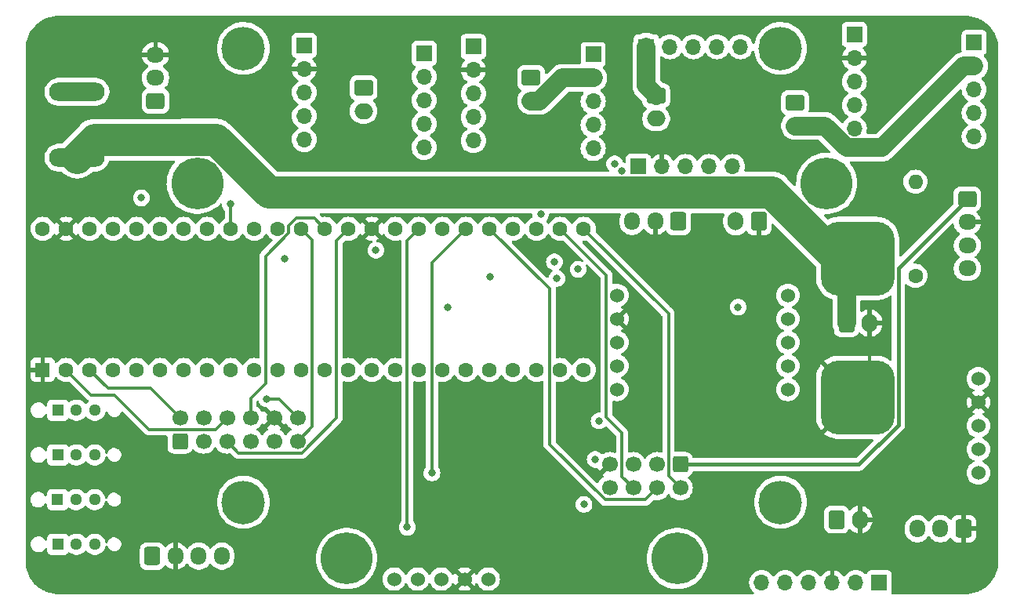
<source format=gbl>
%TF.GenerationSoftware,KiCad,Pcbnew,8.0.0-dirty*%
%TF.CreationDate,2024-03-17T11:47:44-04:00*%
%TF.ProjectId,MainPCB,4d61696e-5043-4422-9e6b-696361645f70,rev?*%
%TF.SameCoordinates,Original*%
%TF.FileFunction,Copper,L4,Bot*%
%TF.FilePolarity,Positive*%
%FSLAX46Y46*%
G04 Gerber Fmt 4.6, Leading zero omitted, Abs format (unit mm)*
G04 Created by KiCad (PCBNEW 8.0.0-dirty) date 2024-03-17 11:47:44*
%MOMM*%
%LPD*%
G01*
G04 APERTURE LIST*
G04 Aperture macros list*
%AMRoundRect*
0 Rectangle with rounded corners*
0 $1 Rounding radius*
0 $2 $3 $4 $5 $6 $7 $8 $9 X,Y pos of 4 corners*
0 Add a 4 corners polygon primitive as box body*
4,1,4,$2,$3,$4,$5,$6,$7,$8,$9,$2,$3,0*
0 Add four circle primitives for the rounded corners*
1,1,$1+$1,$2,$3*
1,1,$1+$1,$4,$5*
1,1,$1+$1,$6,$7*
1,1,$1+$1,$8,$9*
0 Add four rect primitives between the rounded corners*
20,1,$1+$1,$2,$3,$4,$5,0*
20,1,$1+$1,$4,$5,$6,$7,0*
20,1,$1+$1,$6,$7,$8,$9,0*
20,1,$1+$1,$8,$9,$2,$3,0*%
G04 Aperture macros list end*
%TA.AperFunction,ComponentPad*%
%ADD10RoundRect,0.250000X0.600000X0.750000X-0.600000X0.750000X-0.600000X-0.750000X0.600000X-0.750000X0*%
%TD*%
%TA.AperFunction,ComponentPad*%
%ADD11O,1.700000X2.000000*%
%TD*%
%TA.AperFunction,ComponentPad*%
%ADD12RoundRect,0.250000X0.600000X0.725000X-0.600000X0.725000X-0.600000X-0.725000X0.600000X-0.725000X0*%
%TD*%
%TA.AperFunction,ComponentPad*%
%ADD13O,1.700000X1.950000*%
%TD*%
%TA.AperFunction,ComponentPad*%
%ADD14RoundRect,0.250000X-0.750000X0.600000X-0.750000X-0.600000X0.750000X-0.600000X0.750000X0.600000X0*%
%TD*%
%TA.AperFunction,ComponentPad*%
%ADD15O,2.000000X1.700000*%
%TD*%
%TA.AperFunction,ComponentPad*%
%ADD16RoundRect,0.250000X0.725000X-0.600000X0.725000X0.600000X-0.725000X0.600000X-0.725000X-0.600000X0*%
%TD*%
%TA.AperFunction,ComponentPad*%
%ADD17O,1.950000X1.700000*%
%TD*%
%TA.AperFunction,ComponentPad*%
%ADD18RoundRect,0.250000X-0.600000X-0.725000X0.600000X-0.725000X0.600000X0.725000X-0.600000X0.725000X0*%
%TD*%
%TA.AperFunction,ComponentPad*%
%ADD19RoundRect,0.250000X-0.600000X-0.750000X0.600000X-0.750000X0.600000X0.750000X-0.600000X0.750000X0*%
%TD*%
%TA.AperFunction,ComponentPad*%
%ADD20RoundRect,0.250000X-0.725000X0.600000X-0.725000X-0.600000X0.725000X-0.600000X0.725000X0.600000X0*%
%TD*%
%TA.AperFunction,ComponentPad*%
%ADD21R,1.295400X1.295400*%
%TD*%
%TA.AperFunction,ComponentPad*%
%ADD22C,1.295400*%
%TD*%
%TA.AperFunction,ComponentPad*%
%ADD23RoundRect,0.250000X0.600000X-0.600000X0.600000X0.600000X-0.600000X0.600000X-0.600000X-0.600000X0*%
%TD*%
%TA.AperFunction,ComponentPad*%
%ADD24C,1.700000*%
%TD*%
%TA.AperFunction,ComponentPad*%
%ADD25R,1.600000X1.600000*%
%TD*%
%TA.AperFunction,ComponentPad*%
%ADD26C,1.600000*%
%TD*%
%TA.AperFunction,ComponentPad*%
%ADD27R,1.700000X1.700000*%
%TD*%
%TA.AperFunction,ComponentPad*%
%ADD28O,1.700000X1.700000*%
%TD*%
%TA.AperFunction,ComponentPad*%
%ADD29C,5.600000*%
%TD*%
%TA.AperFunction,ComponentPad*%
%ADD30RoundRect,0.250000X-0.600000X0.600000X-0.600000X-0.600000X0.600000X-0.600000X0.600000X0.600000X0*%
%TD*%
%TA.AperFunction,ComponentPad*%
%ADD31C,4.700000*%
%TD*%
%TA.AperFunction,ComponentPad*%
%ADD32C,1.524000*%
%TD*%
%TA.AperFunction,ComponentPad*%
%ADD33O,6.000000X2.000000*%
%TD*%
%TA.AperFunction,ComponentPad*%
%ADD34O,1.600000X1.600000*%
%TD*%
%TA.AperFunction,SMDPad,CuDef*%
%ADD35RoundRect,2.000000X2.000000X-2.000000X2.000000X2.000000X-2.000000X2.000000X-2.000000X-2.000000X0*%
%TD*%
%TA.AperFunction,ViaPad*%
%ADD36C,0.800000*%
%TD*%
%TA.AperFunction,Conductor*%
%ADD37C,2.000000*%
%TD*%
%TA.AperFunction,Conductor*%
%ADD38C,3.500000*%
%TD*%
%TA.AperFunction,Conductor*%
%ADD39C,0.300000*%
%TD*%
%TA.AperFunction,Conductor*%
%ADD40C,0.400000*%
%TD*%
G04 APERTURE END LIST*
D10*
%TO.P,D1,1,K*%
%TO.N,GND*%
X166900000Y-85400000D03*
D11*
%TO.P,D1,2,A*%
%TO.N,Net-(D1-A)*%
X164400000Y-85400000D03*
%TD*%
D12*
%TO.P,U6,1,OUT*%
%TO.N,LightGate*%
X158200000Y-85400000D03*
D13*
%TO.P,U6,2,Vs*%
%TO.N,GND*%
X155700000Y-85400000D03*
%TO.P,U6,3,GND*%
%TO.N,3.3V*%
X153200000Y-85400000D03*
%TD*%
D14*
%TO.P,M2,1,+*%
%TO.N,Net-(M2-+)*%
X155800000Y-71825000D03*
D15*
%TO.P,M2,2,-*%
%TO.N,Net-(M2--)*%
X155800000Y-74325000D03*
%TD*%
D14*
%TO.P,M1,1,+*%
%TO.N,Net-(M1-+)*%
X142305000Y-69884100D03*
D15*
%TO.P,M1,2,-*%
%TO.N,Net-(M1--)*%
X142305000Y-72384100D03*
%TD*%
D14*
%TO.P,M3,1,+*%
%TO.N,Net-(M3-+)*%
X124200000Y-71000000D03*
D15*
%TO.P,M3,2,-*%
%TO.N,Net-(M3--)*%
X124200000Y-73500000D03*
%TD*%
D16*
%TO.P,J6,1,Pin_1*%
%TO.N,Kicker*%
X101750000Y-72400000D03*
D17*
%TO.P,J6,2,Pin_2*%
%TO.N,12V*%
X101750000Y-69900000D03*
%TO.P,J6,3,Pin_3*%
%TO.N,GND*%
X101750000Y-67400000D03*
%TD*%
D18*
%TO.P,J1,1,Pin_1*%
%TO.N,5V*%
X101400000Y-121550000D03*
D13*
%TO.P,J1,2,Pin_2*%
%TO.N,GND*%
X103900000Y-121550000D03*
%TO.P,J1,3,Pin_3*%
%TO.N,RX2->TX*%
X106400000Y-121550000D03*
%TO.P,J1,4,Pin_4*%
%TO.N,TX2->RX*%
X108900000Y-121550000D03*
%TD*%
D19*
%TO.P,J10,1,Pin_1*%
%TO.N,12V*%
X175300000Y-117600000D03*
D11*
%TO.P,J10,2,Pin_2*%
%TO.N,GND*%
X177800000Y-117600000D03*
%TD*%
D12*
%TO.P,J2,1,Pin_1*%
%TO.N,GND*%
X189000000Y-118600000D03*
D13*
%TO.P,J2,2,Pin_2*%
%TO.N,3.3V*%
X186500000Y-118600000D03*
%TO.P,J2,3,Pin_3*%
%TO.N,ESC*%
X184000000Y-118600000D03*
%TD*%
D19*
%TO.P,J4,1,Pin_1*%
%TO.N,Net-(J3-Pin_2)*%
X176350000Y-96383000D03*
D11*
%TO.P,J4,2,Pin_2*%
%TO.N,GND*%
X178850000Y-96383000D03*
%TD*%
D20*
%TO.P,J9,1,Pin_1*%
%TO.N,5V*%
X189400000Y-83000000D03*
D17*
%TO.P,J9,2,Pin_2*%
%TO.N,GND*%
X189400000Y-85500000D03*
%TO.P,J9,3,Pin_3*%
%TO.N,RX4->TX*%
X189400000Y-88000000D03*
%TO.P,J9,4,Pin_4*%
%TO.N,TX4->RX*%
X189400000Y-90500000D03*
%TD*%
D15*
%TO.P,M4,2,-*%
%TO.N,Net-(M4--)*%
X170800000Y-75100000D03*
D14*
%TO.P,M4,1,+*%
%TO.N,Net-(M4-+)*%
X170800000Y-72600000D03*
%TD*%
D21*
%TO.P,SW2,1,A*%
%TO.N,SLIDE2*%
X91200000Y-110626000D03*
D22*
%TO.P,SW2,2,B*%
%TO.N,3.3V*%
X93200000Y-110626000D03*
%TO.P,SW2,3,C*%
%TO.N,unconnected-(SW2-C-Pad3)*%
X95200001Y-110626000D03*
%TD*%
D23*
%TO.P,J8,1,Pin_1*%
%TO.N,CS3*%
X104380000Y-109140000D03*
D24*
%TO.P,J8,2,Pin_2*%
%TO.N,CS2*%
X104380000Y-106600000D03*
%TO.P,J8,3,Pin_3*%
%TO.N,MOSI*%
X106920000Y-109140000D03*
%TO.P,J8,4,Pin_4*%
%TO.N,MISO*%
X106920000Y-106600000D03*
%TO.P,J8,5,Pin_5*%
%TO.N,SCK1*%
X109460000Y-109140000D03*
%TO.P,J8,6,Pin_6*%
%TO.N,CS1*%
X109460000Y-106600000D03*
%TO.P,J8,7,Pin_7*%
%TO.N,CS4*%
X112000000Y-109140000D03*
%TO.P,J8,8,Pin_8*%
%TO.N,CS5*%
X112000000Y-106600000D03*
%TO.P,J8,9,Pin_9*%
%TO.N,5V*%
X114540000Y-109140000D03*
%TO.P,J8,10,Pin_10*%
%TO.N,GND*%
X114540000Y-106600000D03*
%TO.P,J8,11,Pin_11*%
%TO.N,CS6*%
X117080000Y-109140000D03*
%TO.P,J8,12,Pin_12*%
%TO.N,3.3V*%
X117080000Y-106600000D03*
%TD*%
D25*
%TO.P,U1,1,GND*%
%TO.N,GND*%
X89560000Y-101440000D03*
D26*
%TO.P,U1,2,0_RX1_CRX2_CS1*%
%TO.N,CS1*%
X92100000Y-101440000D03*
%TO.P,U1,3,1_TX1_CTX2_MISO1*%
%TO.N,CS2*%
X94640000Y-101440000D03*
%TO.P,U1,4,2_OUT2*%
%TO.N,PWM1*%
X97180000Y-101440000D03*
%TO.P,U1,5,3_LRCLK2*%
%TO.N,PWM2*%
X99720000Y-101440000D03*
%TO.P,U1,6,4_BCLK2*%
%TO.N,PWM3*%
X102260000Y-101440000D03*
%TO.P,U1,7,5_IN2*%
%TO.N,PWM4*%
X104800000Y-101440000D03*
%TO.P,U1,8,6_OUT1D*%
%TO.N,ESC*%
X107340000Y-101440000D03*
%TO.P,U1,9,7_RX2_OUT1A*%
%TO.N,RX2->TX*%
X109880000Y-101440000D03*
%TO.P,U1,10,8_TX2_IN1*%
%TO.N,TX2->RX*%
X112420000Y-101440000D03*
%TO.P,U1,11,9_OUT1C*%
%TO.N,DIR4A*%
X114960000Y-101440000D03*
%TO.P,U1,12,10_CS_MQSR*%
%TO.N,DIR4B*%
X117500000Y-101440000D03*
%TO.P,U1,13,11_MOSI_CTX1*%
%TO.N,MOSI*%
X120040000Y-101440000D03*
%TO.P,U1,14,12_MISO_MQSL*%
%TO.N,MISO*%
X122580000Y-101440000D03*
%TO.P,U1,15,3V3*%
%TO.N,unconnected-(U1-3V3-Pad15)*%
X125120000Y-101440000D03*
%TO.P,U1,16,24_A10_TX6_SCL2*%
%TO.N,SCL2*%
X127660000Y-101440000D03*
%TO.P,U1,17,25_A11_RX6_SDA2*%
%TO.N,SDA2*%
X130200000Y-101440000D03*
%TO.P,U1,18,26_A12_MOSI1*%
%TO.N,CS3*%
X132740000Y-101440000D03*
%TO.P,U1,19,27_A13_SCK1*%
%TO.N,CS4*%
X135280000Y-101440000D03*
%TO.P,U1,20,28_RX7*%
%TO.N,RX7 -> TX*%
X137820000Y-101440000D03*
%TO.P,U1,21,29_TX7*%
%TO.N,TX7 -> RX*%
X140360000Y-101440000D03*
%TO.P,U1,22,30_CRX3*%
%TO.N,Kicker*%
X142900000Y-101440000D03*
%TO.P,U1,23,31_CTX3*%
%TO.N,SLIDE1*%
X145440000Y-101440000D03*
%TO.P,U1,24,32_OUT1B*%
%TO.N,LEDPulse*%
X147980000Y-101440000D03*
%TO.P,U1,25,33_MCLK2*%
%TO.N,TRIG1*%
X147980000Y-86200000D03*
%TO.P,U1,26,34_RX8*%
%TO.N,ECHO*%
X145440000Y-86200000D03*
%TO.P,U1,27,35_TX8*%
%TO.N,TRIG2*%
X142900000Y-86200000D03*
%TO.P,U1,28,36_CS*%
%TO.N,SLIDE2*%
X140360000Y-86200000D03*
%TO.P,U1,29,37_CS*%
%TO.N,TRIG3*%
X137820000Y-86200000D03*
%TO.P,U1,30,38_CS1_IN1*%
%TO.N,SLIDE3*%
X135280000Y-86200000D03*
%TO.P,U1,31,39_MISO1_OUT1A*%
%TO.N,TRIG4*%
X132740000Y-86200000D03*
%TO.P,U1,32,40_A16*%
%TO.N,SLIDE4*%
X130200000Y-86200000D03*
%TO.P,U1,33,41_A17*%
%TO.N,LightGate*%
X127660000Y-86200000D03*
%TO.P,U1,34,GND*%
%TO.N,GND*%
X125120000Y-86200000D03*
%TO.P,U1,35,13_SCK_LED*%
%TO.N,SCK1*%
X122580000Y-86200000D03*
%TO.P,U1,36,14_A0_TX3_SPDIF_OUT*%
%TO.N,CS5*%
X120040000Y-86200000D03*
%TO.P,U1,37,15_A1_RX3_SPDIF_IN*%
%TO.N,CS6*%
X117500000Y-86200000D03*
%TO.P,U1,38,16_A2_RX4_SCL1*%
%TO.N,RX4->TX*%
X114960000Y-86200000D03*
%TO.P,U1,39,17_A3_TX4_SDA1*%
%TO.N,TX4->RX*%
X112420000Y-86200000D03*
%TO.P,U1,40,18_A4_SDA*%
%TO.N,DIR3A*%
X109880000Y-86200000D03*
%TO.P,U1,41,19_A5_SCL*%
%TO.N,DIR3B*%
X107340000Y-86200000D03*
%TO.P,U1,42,20_A6_TX5_LRCLK1*%
%TO.N,DIR2A*%
X104800000Y-86200000D03*
%TO.P,U1,43,21_A7_RX5_BCLK1*%
%TO.N,DIR2B*%
X102260000Y-86200000D03*
%TO.P,U1,44,22_A8_CTX1*%
%TO.N,DIR1A*%
X99720000Y-86200000D03*
%TO.P,U1,45,23_A9_CRX1_MCLK1*%
%TO.N,DIR1B*%
X97180000Y-86200000D03*
%TO.P,U1,46,3V3*%
%TO.N,unconnected-(U1-3V3-Pad46)*%
X94640000Y-86200000D03*
%TO.P,U1,47,GND*%
%TO.N,GND*%
X92100000Y-86200000D03*
%TO.P,U1,48,VIN*%
%TO.N,5V*%
X89560000Y-86200000D03*
%TD*%
D27*
%TO.P,U5,1,12v*%
%TO.N,12V*%
X177207500Y-65233000D03*
D28*
%TO.P,U5,2,GND*%
%TO.N,GND*%
X177207500Y-67773000D03*
%TO.P,U5,3,DIR1*%
%TO.N,DIR4A*%
X177207500Y-70313000D03*
%TO.P,U5,4,DIR2*%
%TO.N,DIR4B*%
X177207500Y-72853000D03*
%TO.P,U5,5,PWM*%
%TO.N,PWM4*%
X177207500Y-75393000D03*
D27*
%TO.P,U5,6,OUTA*%
%TO.N,Net-(M4-+)*%
X190141000Y-66087000D03*
D28*
%TO.P,U5,7,OUTB*%
%TO.N,Net-(M4--)*%
X190141000Y-68627000D03*
%TO.P,U5,8*%
%TO.N,N/C*%
X190141000Y-71167000D03*
%TO.P,U5,9*%
X190141000Y-73707000D03*
%TO.P,U5,10*%
X190141000Y-76247000D03*
%TD*%
D29*
%TO.P,H1,1*%
%TO.N,N/C*%
X106243500Y-81302900D03*
%TD*%
D30*
%TO.P,J12,1,Pin_1*%
%TO.N,5V*%
X158400000Y-111660000D03*
D24*
%TO.P,J12,2,Pin_2*%
%TO.N,TRIG1*%
X158400000Y-114200000D03*
%TO.P,J12,3,Pin_3*%
%TO.N,TRIG2*%
X155860000Y-111660000D03*
%TO.P,J12,4,Pin_4*%
%TO.N,TRIG3*%
X155860000Y-114200000D03*
%TO.P,J12,5,Pin_5*%
%TO.N,TRIG4*%
X153320000Y-111660000D03*
%TO.P,J12,6,Pin_6*%
%TO.N,ECHO*%
X153320000Y-114200000D03*
%TO.P,J12,7,Pin_7*%
%TO.N,GND*%
X150780000Y-111660000D03*
%TO.P,J12,8*%
%TO.N,N/C*%
X150780000Y-114200000D03*
%TD*%
D31*
%TO.P,H8,1*%
%TO.N,N/C*%
X169230000Y-115731900D03*
%TD*%
%TO.P,H5,1*%
%TO.N,N/C*%
X169230000Y-66731900D03*
%TD*%
D27*
%TO.P,U2,1,12v*%
%TO.N,12V*%
X136064500Y-66531000D03*
D28*
%TO.P,U2,2,GND*%
%TO.N,GND*%
X136064500Y-69071000D03*
%TO.P,U2,3,DIR1*%
%TO.N,DIR1A*%
X136064500Y-71611000D03*
%TO.P,U2,4,DIR2*%
%TO.N,DIR1B*%
X136064500Y-74151000D03*
%TO.P,U2,5,PWM*%
%TO.N,PWM1*%
X136064500Y-76691000D03*
D27*
%TO.P,U2,6,OUTA*%
%TO.N,Net-(M1-+)*%
X148998000Y-67385000D03*
D28*
%TO.P,U2,7,OUTB*%
%TO.N,Net-(M1--)*%
X148998000Y-69925000D03*
%TO.P,U2,8*%
%TO.N,N/C*%
X148998000Y-72465000D03*
%TO.P,U2,9*%
X148998000Y-75005000D03*
%TO.P,U2,10*%
X148998000Y-77545000D03*
%TD*%
D29*
%TO.P,H4,1*%
%TO.N,N/C*%
X158086200Y-121806800D03*
%TD*%
D32*
%TO.P,U13,1*%
%TO.N,N/C*%
X190600000Y-112560000D03*
%TO.P,U13,2*%
X190600000Y-110020000D03*
%TO.P,U13,3,IN+*%
%TO.N,12V*%
X190600000Y-107480000D03*
%TO.P,U13,4,OUT-*%
%TO.N,GND*%
X190600000Y-104940000D03*
%TO.P,U13,5,OUT+*%
%TO.N,3.3V*%
X190600000Y-102400000D03*
%TD*%
D21*
%TO.P,SW3,1,A*%
%TO.N,SLIDE3*%
X91168000Y-115452000D03*
D22*
%TO.P,SW3,2,B*%
%TO.N,3.3V*%
X93168000Y-115452000D03*
%TO.P,SW3,3,C*%
%TO.N,unconnected-(SW3-C-Pad3)*%
X95168001Y-115452000D03*
%TD*%
D21*
%TO.P,SW4,1,A*%
%TO.N,SLIDE4*%
X91200000Y-120278000D03*
D22*
%TO.P,SW4,2,B*%
%TO.N,3.3V*%
X93200000Y-120278000D03*
%TO.P,SW4,3,C*%
%TO.N,unconnected-(SW4-C-Pad3)*%
X95200001Y-120278000D03*
%TD*%
D27*
%TO.P,J5,1,Pin_1*%
%TO.N,unconnected-(J5-Pin_1-Pad1)*%
X179900000Y-124400000D03*
D28*
%TO.P,J5,2,Pin_2*%
%TO.N,3.3V*%
X177360000Y-124400000D03*
%TO.P,J5,3,Pin_3*%
%TO.N,GND*%
X174820000Y-124400000D03*
%TO.P,J5,4,Pin_4*%
%TO.N,RX7 -> TX*%
X172280000Y-124400000D03*
%TO.P,J5,5,Pin_5*%
%TO.N,TX7 -> RX*%
X169740000Y-124400000D03*
%TO.P,J5,6,Pin_6*%
%TO.N,STATE*%
X167200000Y-124400000D03*
%TD*%
D21*
%TO.P,SW1,1,A*%
%TO.N,SLIDE1*%
X91200000Y-105800000D03*
D22*
%TO.P,SW1,2,B*%
%TO.N,3.3V*%
X93200000Y-105800000D03*
%TO.P,SW1,3,C*%
%TO.N,unconnected-(SW1-C-Pad3)*%
X95200001Y-105800000D03*
%TD*%
D29*
%TO.P,H2,1*%
%TO.N,N/C*%
X174216500Y-81302900D03*
%TD*%
%TO.P,H3,1*%
%TO.N,N/C*%
X122373900Y-121806800D03*
%TD*%
D31*
%TO.P,H6,1*%
%TO.N,N/C*%
X111230000Y-66731900D03*
%TD*%
D27*
%TO.P,U4,1,12v*%
%TO.N,12V*%
X117800000Y-66400000D03*
D28*
%TO.P,U4,2,GND*%
%TO.N,GND*%
X117800000Y-68940000D03*
%TO.P,U4,3,DIR1*%
%TO.N,DIR3A*%
X117800000Y-71480000D03*
%TO.P,U4,4,DIR2*%
%TO.N,DIR3B*%
X117800000Y-74020000D03*
%TO.P,U4,5,PWM*%
%TO.N,PWM3*%
X117800000Y-76560000D03*
D27*
%TO.P,U4,6,OUTA*%
%TO.N,Net-(M3-+)*%
X130733500Y-67254000D03*
D28*
%TO.P,U4,7,OUTB*%
%TO.N,Net-(M3--)*%
X130733500Y-69794000D03*
%TO.P,U4,8*%
%TO.N,N/C*%
X130733500Y-72334000D03*
%TO.P,U4,9*%
X130733500Y-74874000D03*
%TO.P,U4,10*%
X130733500Y-77414000D03*
%TD*%
D31*
%TO.P,H7,1*%
%TO.N,N/C*%
X111230000Y-115731900D03*
%TD*%
D33*
%TO.P,U12,1,Power*%
%TO.N,Net-(J3-Pin_2)*%
X93273000Y-78515000D03*
%TO.P,U12,2,ACC*%
%TO.N,12V*%
X93273000Y-71415000D03*
%TD*%
D32*
%TO.P,U10,1,3.3v*%
%TO.N,3.3V*%
X151570000Y-93400000D03*
%TO.P,U10,2,GND*%
%TO.N,GND*%
X151570000Y-95940000D03*
%TO.P,U10,3,SCL*%
%TO.N,SCL2*%
X151570000Y-98480000D03*
%TO.P,U10,4,SDA*%
%TO.N,SDA2*%
X151570000Y-101020000D03*
%TO.P,U10,5*%
%TO.N,N/C*%
X151570000Y-103560000D03*
%TO.P,U10,6*%
X170030000Y-93400000D03*
%TO.P,U10,7*%
X170030000Y-98480000D03*
%TO.P,U10,8*%
X170030000Y-103560000D03*
%TO.P,U10,9*%
X170030000Y-95940000D03*
%TO.P,U10,10*%
X170030000Y-101020000D03*
%TD*%
%TO.P,U11,1*%
%TO.N,N/C*%
X127500000Y-124030000D03*
%TO.P,U11,2*%
X130040000Y-124030000D03*
%TO.P,U11,3,IN+*%
%TO.N,12V*%
X132580000Y-124030000D03*
%TO.P,U11,4,OUT-*%
%TO.N,GND*%
X135120000Y-124030000D03*
%TO.P,U11,5,OUT+*%
%TO.N,5V*%
X137660000Y-124030000D03*
%TD*%
D26*
%TO.P,R1,1*%
%TO.N,LEDPulse*%
X183800000Y-91280000D03*
D34*
%TO.P,R1,2*%
%TO.N,Net-(D1-A)*%
X183800000Y-81120000D03*
%TD*%
D27*
%TO.P,U3,1,12v*%
%TO.N,12V*%
X153885500Y-79479500D03*
D28*
%TO.P,U3,2,GND*%
%TO.N,GND*%
X156425500Y-79479500D03*
%TO.P,U3,3,DIR1*%
%TO.N,DIR2A*%
X158965500Y-79479500D03*
%TO.P,U3,4,DIR2*%
%TO.N,DIR2B*%
X161505500Y-79479500D03*
%TO.P,U3,5,PWM*%
%TO.N,PWM2*%
X164045500Y-79479500D03*
D27*
%TO.P,U3,6,OUTA*%
%TO.N,Net-(M2-+)*%
X154739500Y-66546000D03*
D28*
%TO.P,U3,7,OUTB*%
%TO.N,Net-(M2--)*%
X157279500Y-66546000D03*
%TO.P,U3,8*%
%TO.N,N/C*%
X159819500Y-66546000D03*
%TO.P,U3,9*%
X162359500Y-66546000D03*
%TO.P,U3,10*%
X164899500Y-66546000D03*
%TD*%
D35*
%TO.P,J3,1,Pin_1*%
%TO.N,GND*%
X177546000Y-104408000D03*
%TO.P,J3,2,Pin_2*%
%TO.N,Net-(J3-Pin_2)*%
X177546000Y-89408000D03*
%TD*%
D36*
%TO.N,GND*%
X137578000Y-79399200D03*
%TO.N,3.3V*%
X113749700Y-104574400D03*
%TO.N,TRIG2*%
X149636500Y-106952500D03*
%TO.N,TRIG4*%
X149218200Y-111111100D03*
%TO.N,RX4->TX*%
X125532600Y-88528000D03*
%TO.N,TX4->RX*%
X115704100Y-89484100D03*
%TO.N,SLIDE1*%
X143330900Y-84637600D03*
X144812500Y-89781800D03*
%TO.N,SLIDE2*%
X137896000Y-91363900D03*
%TO.N,SLIDE3*%
X131587200Y-112579200D03*
%TO.N,SLIDE4*%
X128930000Y-118434500D03*
%TO.N,DIR3A*%
X109832200Y-83554400D03*
%TO.N,PWM1*%
X100211000Y-82870000D03*
%TO.N,PWM4*%
X152054000Y-79926400D03*
X147372600Y-90581500D03*
%TO.N,DIR4A*%
X133280300Y-94670000D03*
X164643500Y-94670000D03*
%TO.N,DIR4B*%
X145075200Y-91583400D03*
X151316800Y-79190700D03*
%TO.N,RX7 -> TX*%
X148002300Y-115970000D03*
%TD*%
D37*
%TO.N,Net-(M4--)*%
X170800000Y-75100000D02*
X174015362Y-75100000D01*
X174015362Y-75100000D02*
X176358362Y-77443000D01*
X176358362Y-77443000D02*
X180172362Y-77443000D01*
X180172362Y-77443000D02*
X188988362Y-68627000D01*
X188988362Y-68627000D02*
X190141000Y-68627000D01*
D38*
%TO.N,Net-(J3-Pin_2)*%
X177546000Y-89408000D02*
X175376198Y-89408000D01*
X175376198Y-89408000D02*
X168255798Y-82287600D01*
X108211000Y-76552900D02*
X104874000Y-76552900D01*
X168255798Y-82287600D02*
X113945700Y-82287600D01*
X95188000Y-76600000D02*
X93273000Y-78515000D01*
X113945700Y-82287600D02*
X108211000Y-76552900D01*
X104874000Y-76552900D02*
X104827000Y-76600000D01*
X104827000Y-76600000D02*
X95188000Y-76600000D01*
D37*
%TO.N,Net-(M2-+)*%
X154739500Y-66546000D02*
X154739500Y-70764500D01*
X154739500Y-70764500D02*
X155800000Y-71825000D01*
%TO.N,Net-(M1--)*%
X148998000Y-69925000D02*
X145671638Y-69925000D01*
X145671638Y-69925000D02*
X143212538Y-72384100D01*
X143212538Y-72384100D02*
X142305000Y-72384100D01*
D39*
%TO.N,GND*%
X178850000Y-103104000D02*
X178850000Y-96383000D01*
X89560000Y-88740000D02*
X89560000Y-101440000D01*
X177546000Y-104408000D02*
X178850000Y-103104000D01*
X92100000Y-86200000D02*
X89560000Y-88740000D01*
D40*
%TO.N,5V*%
X177688114Y-111660000D02*
X158400000Y-111660000D01*
X189400000Y-83000000D02*
X181946000Y-90454000D01*
X181946000Y-90454000D02*
X181946000Y-107402114D01*
X181946000Y-107402114D02*
X177688114Y-111660000D01*
D39*
%TO.N,3.3V*%
X117080000Y-106600000D02*
X115054400Y-104574400D01*
X115054400Y-104574400D02*
X113749700Y-104574400D01*
D37*
%TO.N,Net-(J3-Pin_2)*%
X176350000Y-96383000D02*
X176350000Y-90604000D01*
X176350000Y-90604000D02*
X177546000Y-89408000D01*
D39*
%TO.N,TRIG1*%
X157129500Y-112929500D02*
X157129500Y-95349500D01*
X157129500Y-95349500D02*
X147980000Y-86200000D01*
X158400000Y-114200000D02*
X157129500Y-112929500D01*
%TO.N,TRIG3*%
X144288100Y-109472700D02*
X144288100Y-92668100D01*
X144288100Y-92668100D02*
X137820000Y-86200000D01*
X150267800Y-115452400D02*
X144288100Y-109472700D01*
X155860000Y-114200000D02*
X154607600Y-115452400D01*
X154607600Y-115452400D02*
X150267800Y-115452400D01*
%TO.N,CS2*%
X96654700Y-103454700D02*
X94640000Y-101440000D01*
X104380000Y-106600000D02*
X101234700Y-103454700D01*
X101234700Y-103454700D02*
X96654700Y-103454700D01*
%TO.N,SCK1*%
X122580000Y-86200000D02*
X121310000Y-87470000D01*
X121310000Y-87470000D02*
X121310000Y-106610400D01*
X117517500Y-110402900D02*
X110722900Y-110402900D01*
X110722900Y-110402900D02*
X109460000Y-109140000D01*
X121310000Y-106610400D02*
X117517500Y-110402900D01*
%TO.N,CS1*%
X97333300Y-104133300D02*
X101070000Y-107870000D01*
X108190000Y-107870000D02*
X109460000Y-106600000D01*
X92100000Y-101440000D02*
X94793300Y-104133300D01*
X94793300Y-104133300D02*
X97333300Y-104133300D01*
X101070000Y-107870000D02*
X108190000Y-107870000D01*
%TO.N,CS5*%
X113628500Y-89160600D02*
X116113100Y-86676000D01*
X116113100Y-85889400D02*
X116982600Y-85019900D01*
X112000000Y-104541900D02*
X113628500Y-102913400D01*
X118859900Y-85019900D02*
X120040000Y-86200000D01*
X116113100Y-86676000D02*
X116113100Y-85889400D01*
X112000000Y-106600000D02*
X112000000Y-104541900D01*
X116982600Y-85019900D02*
X118859900Y-85019900D01*
X113628500Y-102913400D02*
X113628500Y-89160600D01*
%TO.N,CS6*%
X118682400Y-87382400D02*
X118682400Y-107537600D01*
X118682400Y-107537600D02*
X117080000Y-109140000D01*
X117500000Y-86200000D02*
X118682400Y-87382400D01*
%TO.N,SLIDE3*%
X131587200Y-89892800D02*
X131587200Y-112579200D01*
X135280000Y-86200000D02*
X131587200Y-89892800D01*
%TO.N,SLIDE4*%
X130200000Y-86200000D02*
X128930000Y-87470000D01*
X128930000Y-87470000D02*
X128930000Y-118434500D01*
%TO.N,DIR3A*%
X109880000Y-83602200D02*
X109880000Y-86200000D01*
X109832200Y-83554400D02*
X109880000Y-83602200D01*
%TO.N,ECHO*%
X153320000Y-114200000D02*
X152118100Y-112998100D01*
X150430600Y-106574500D02*
X150430600Y-91190600D01*
X152118100Y-112998100D02*
X152118100Y-108262000D01*
X150430600Y-91190600D02*
X145440000Y-86200000D01*
X152118100Y-108262000D02*
X150430600Y-106574500D01*
%TD*%
%TA.AperFunction,Conductor*%
%TO.N,GND*%
G36*
X144237865Y-86743348D02*
G01*
X144282382Y-86794725D01*
X144309429Y-86852728D01*
X144309432Y-86852734D01*
X144439954Y-87039141D01*
X144600858Y-87200045D01*
X144600861Y-87200047D01*
X144787266Y-87330568D01*
X144993504Y-87426739D01*
X144993509Y-87426740D01*
X144993511Y-87426741D01*
X145016195Y-87432819D01*
X145213308Y-87485635D01*
X145371500Y-87499475D01*
X145439998Y-87505468D01*
X145440000Y-87505468D01*
X145440002Y-87505468D01*
X145471421Y-87502719D01*
X145666692Y-87485635D01*
X145707162Y-87474791D01*
X145777012Y-87476452D01*
X145826938Y-87506884D01*
X147878719Y-89558665D01*
X147912204Y-89619988D01*
X147907220Y-89689680D01*
X147865348Y-89745613D01*
X147799884Y-89770030D01*
X147740602Y-89759625D01*
X147652406Y-89720357D01*
X147652402Y-89720355D01*
X147506601Y-89689365D01*
X147467246Y-89681000D01*
X147277954Y-89681000D01*
X147245497Y-89687898D01*
X147092797Y-89720355D01*
X147092792Y-89720357D01*
X146919870Y-89797348D01*
X146919865Y-89797351D01*
X146766729Y-89908611D01*
X146640066Y-90049285D01*
X146545421Y-90213215D01*
X146545418Y-90213222D01*
X146486927Y-90393240D01*
X146486926Y-90393244D01*
X146467140Y-90581500D01*
X146486926Y-90769756D01*
X146486927Y-90769759D01*
X146545418Y-90949777D01*
X146545421Y-90949784D01*
X146640067Y-91113716D01*
X146731368Y-91215116D01*
X146766729Y-91254388D01*
X146919865Y-91365648D01*
X146919870Y-91365651D01*
X147092792Y-91442642D01*
X147092797Y-91442644D01*
X147277954Y-91482000D01*
X147277955Y-91482000D01*
X147467244Y-91482000D01*
X147467246Y-91482000D01*
X147652403Y-91442644D01*
X147825330Y-91365651D01*
X147978471Y-91254388D01*
X148105133Y-91113716D01*
X148199779Y-90949784D01*
X148258274Y-90769756D01*
X148278060Y-90581500D01*
X148258274Y-90393244D01*
X148199779Y-90213216D01*
X148198874Y-90210430D01*
X148196879Y-90140589D01*
X148232959Y-90080756D01*
X148295660Y-90049928D01*
X148365074Y-90057893D01*
X148404486Y-90084431D01*
X149743781Y-91423726D01*
X149777266Y-91485049D01*
X149780100Y-91511407D01*
X149780100Y-105928000D01*
X149760415Y-105995039D01*
X149707611Y-106040794D01*
X149656100Y-106052000D01*
X149541854Y-106052000D01*
X149509397Y-106058898D01*
X149356697Y-106091355D01*
X149356692Y-106091357D01*
X149183770Y-106168348D01*
X149183765Y-106168351D01*
X149030629Y-106279611D01*
X148903966Y-106420285D01*
X148809321Y-106584215D01*
X148809318Y-106584222D01*
X148750827Y-106764240D01*
X148750826Y-106764244D01*
X148731040Y-106952500D01*
X148750826Y-107140756D01*
X148750827Y-107140759D01*
X148809318Y-107320777D01*
X148809321Y-107320784D01*
X148903967Y-107484716D01*
X149030629Y-107625388D01*
X149183765Y-107736648D01*
X149183770Y-107736651D01*
X149356692Y-107813642D01*
X149356697Y-107813644D01*
X149541854Y-107853000D01*
X149541855Y-107853000D01*
X149731144Y-107853000D01*
X149731146Y-107853000D01*
X149916303Y-107813644D01*
X150089230Y-107736651D01*
X150242371Y-107625388D01*
X150306160Y-107554542D01*
X150365644Y-107517896D01*
X150435501Y-107519225D01*
X150485989Y-107549835D01*
X151431281Y-108495127D01*
X151464766Y-108556450D01*
X151467600Y-108582808D01*
X151467600Y-110296431D01*
X151447915Y-110363470D01*
X151395111Y-110409225D01*
X151325953Y-110419169D01*
X151291197Y-110408814D01*
X151243493Y-110386570D01*
X151243483Y-110386566D01*
X151015326Y-110325432D01*
X151015315Y-110325430D01*
X150780002Y-110304843D01*
X150779998Y-110304843D01*
X150544684Y-110325430D01*
X150544673Y-110325432D01*
X150316516Y-110386566D01*
X150316507Y-110386570D01*
X150102423Y-110486399D01*
X150048179Y-110524381D01*
X149981973Y-110546708D01*
X149914206Y-110529696D01*
X149884907Y-110505777D01*
X149824070Y-110438211D01*
X149670934Y-110326951D01*
X149670929Y-110326948D01*
X149498007Y-110249957D01*
X149498002Y-110249955D01*
X149352201Y-110218965D01*
X149312846Y-110210600D01*
X149123554Y-110210600D01*
X149112964Y-110212851D01*
X148938397Y-110249955D01*
X148938392Y-110249957D01*
X148765470Y-110326948D01*
X148765465Y-110326951D01*
X148612329Y-110438211D01*
X148485666Y-110578885D01*
X148391021Y-110742815D01*
X148391018Y-110742822D01*
X148332527Y-110922840D01*
X148332526Y-110922844D01*
X148312740Y-111111100D01*
X148332526Y-111299356D01*
X148332527Y-111299359D01*
X148391018Y-111479377D01*
X148391021Y-111479384D01*
X148485667Y-111643316D01*
X148577566Y-111745380D01*
X148612329Y-111783988D01*
X148765465Y-111895248D01*
X148765470Y-111895251D01*
X148938392Y-111972242D01*
X148938397Y-111972244D01*
X149123554Y-112011600D01*
X149123555Y-112011600D01*
X149312845Y-112011600D01*
X149312846Y-112011600D01*
X149352665Y-112003136D01*
X149422330Y-112008451D01*
X149478064Y-112050588D01*
X149498219Y-112092330D01*
X149506569Y-112123491D01*
X149606400Y-112337579D01*
X149606402Y-112337583D01*
X149665072Y-112421373D01*
X149665073Y-112421373D01*
X150297037Y-111789409D01*
X150314075Y-111852993D01*
X150379901Y-111967007D01*
X150472993Y-112060099D01*
X150587007Y-112125925D01*
X150650588Y-112142961D01*
X150018625Y-112774925D01*
X150094594Y-112828119D01*
X150138219Y-112882696D01*
X150145413Y-112952194D01*
X150113890Y-113014549D01*
X150094595Y-113031269D01*
X149908594Y-113161508D01*
X149741505Y-113328597D01*
X149605966Y-113522168D01*
X149569994Y-113599310D01*
X149523821Y-113651749D01*
X149456627Y-113670900D01*
X149389746Y-113650684D01*
X149369931Y-113634585D01*
X144974919Y-109239573D01*
X144941434Y-109178250D01*
X144938600Y-109151892D01*
X144938600Y-102813627D01*
X144958285Y-102746588D01*
X145011089Y-102700833D01*
X145080247Y-102690889D01*
X145094683Y-102693849D01*
X145213308Y-102725635D01*
X145375230Y-102739801D01*
X145439998Y-102745468D01*
X145440000Y-102745468D01*
X145440002Y-102745468D01*
X145502511Y-102739999D01*
X145666692Y-102725635D01*
X145886496Y-102666739D01*
X146092734Y-102570568D01*
X146279139Y-102440047D01*
X146440047Y-102279139D01*
X146570568Y-102092734D01*
X146597618Y-102034724D01*
X146643790Y-101982285D01*
X146710983Y-101963133D01*
X146777865Y-101983348D01*
X146822382Y-102034725D01*
X146849429Y-102092728D01*
X146849432Y-102092734D01*
X146979954Y-102279141D01*
X147140858Y-102440045D01*
X147172879Y-102462466D01*
X147327266Y-102570568D01*
X147533504Y-102666739D01*
X147533509Y-102666740D01*
X147533511Y-102666741D01*
X147556195Y-102672819D01*
X147753308Y-102725635D01*
X147915230Y-102739801D01*
X147979998Y-102745468D01*
X147980000Y-102745468D01*
X147980002Y-102745468D01*
X148042511Y-102739999D01*
X148206692Y-102725635D01*
X148426496Y-102666739D01*
X148632734Y-102570568D01*
X148819139Y-102440047D01*
X148980047Y-102279139D01*
X149110568Y-102092734D01*
X149206739Y-101886496D01*
X149265635Y-101666692D01*
X149285468Y-101440000D01*
X149284520Y-101429170D01*
X149270663Y-101270778D01*
X149265635Y-101213308D01*
X149208482Y-101000010D01*
X149206741Y-100993511D01*
X149206738Y-100993502D01*
X149128299Y-100825290D01*
X149110568Y-100787266D01*
X148980047Y-100600861D01*
X148980045Y-100600858D01*
X148819141Y-100439954D01*
X148632734Y-100309432D01*
X148632732Y-100309431D01*
X148426497Y-100213261D01*
X148426488Y-100213258D01*
X148206697Y-100154366D01*
X148206693Y-100154365D01*
X148206692Y-100154365D01*
X148206691Y-100154364D01*
X148206686Y-100154364D01*
X147980002Y-100134532D01*
X147979998Y-100134532D01*
X147753313Y-100154364D01*
X147753302Y-100154366D01*
X147533511Y-100213258D01*
X147533502Y-100213261D01*
X147327267Y-100309431D01*
X147327265Y-100309432D01*
X147140858Y-100439954D01*
X146979954Y-100600858D01*
X146849432Y-100787265D01*
X146849431Y-100787267D01*
X146822382Y-100845275D01*
X146776209Y-100897714D01*
X146709016Y-100916866D01*
X146642135Y-100896650D01*
X146597618Y-100845275D01*
X146588299Y-100825290D01*
X146570568Y-100787266D01*
X146440047Y-100600861D01*
X146440045Y-100600858D01*
X146279141Y-100439954D01*
X146092734Y-100309432D01*
X146092732Y-100309431D01*
X145886497Y-100213261D01*
X145886488Y-100213258D01*
X145666697Y-100154366D01*
X145666693Y-100154365D01*
X145666692Y-100154365D01*
X145666691Y-100154364D01*
X145666686Y-100154364D01*
X145440002Y-100134532D01*
X145439998Y-100134532D01*
X145213313Y-100154364D01*
X145213302Y-100154366D01*
X145094693Y-100186147D01*
X145024843Y-100184484D01*
X144966981Y-100145321D01*
X144939477Y-100081092D01*
X144938600Y-100066372D01*
X144938600Y-92607900D01*
X144958285Y-92540861D01*
X145011089Y-92495106D01*
X145062600Y-92483900D01*
X145169844Y-92483900D01*
X145169846Y-92483900D01*
X145355003Y-92444544D01*
X145527930Y-92367551D01*
X145681071Y-92256288D01*
X145807733Y-92115616D01*
X145902379Y-91951684D01*
X145960874Y-91771656D01*
X145980660Y-91583400D01*
X145960874Y-91395144D01*
X145902379Y-91215116D01*
X145807733Y-91051184D01*
X145681071Y-90910512D01*
X145681067Y-90910509D01*
X145527934Y-90799251D01*
X145527929Y-90799248D01*
X145362154Y-90725439D01*
X145308917Y-90680189D01*
X145288596Y-90613339D01*
X145307642Y-90546116D01*
X145339705Y-90511842D01*
X145352212Y-90502755D01*
X145418371Y-90454688D01*
X145545033Y-90314016D01*
X145639679Y-90150084D01*
X145698174Y-89970056D01*
X145717960Y-89781800D01*
X145698174Y-89593544D01*
X145639679Y-89413516D01*
X145545033Y-89249584D01*
X145418371Y-89108912D01*
X145401326Y-89096528D01*
X145265234Y-88997651D01*
X145265229Y-88997648D01*
X145092307Y-88920657D01*
X145092302Y-88920655D01*
X144946501Y-88889665D01*
X144907146Y-88881300D01*
X144717854Y-88881300D01*
X144685397Y-88888198D01*
X144532697Y-88920655D01*
X144532692Y-88920657D01*
X144359770Y-88997648D01*
X144359765Y-88997651D01*
X144206629Y-89108911D01*
X144079966Y-89249585D01*
X143985321Y-89413515D01*
X143985318Y-89413522D01*
X143929708Y-89584673D01*
X143926826Y-89593544D01*
X143907040Y-89781800D01*
X143926826Y-89970056D01*
X143926827Y-89970059D01*
X143985318Y-90150077D01*
X143985321Y-90150084D01*
X144079967Y-90314016D01*
X144151727Y-90393713D01*
X144206629Y-90454688D01*
X144359765Y-90565948D01*
X144359770Y-90565951D01*
X144525545Y-90639760D01*
X144578782Y-90685010D01*
X144599103Y-90751859D01*
X144580057Y-90819083D01*
X144547995Y-90853356D01*
X144469331Y-90910509D01*
X144469329Y-90910511D01*
X144342666Y-91051185D01*
X144248021Y-91215115D01*
X144248018Y-91215122D01*
X144189658Y-91394737D01*
X144150220Y-91452413D01*
X144085862Y-91479611D01*
X144017015Y-91467696D01*
X143984046Y-91444100D01*
X140256154Y-87716208D01*
X140222669Y-87654885D01*
X140227653Y-87585193D01*
X140269525Y-87529260D01*
X140334989Y-87504843D01*
X140354638Y-87504998D01*
X140360000Y-87505468D01*
X140586692Y-87485635D01*
X140806496Y-87426739D01*
X141012734Y-87330568D01*
X141199139Y-87200047D01*
X141360047Y-87039139D01*
X141490568Y-86852734D01*
X141517618Y-86794724D01*
X141563790Y-86742285D01*
X141630983Y-86723133D01*
X141697865Y-86743348D01*
X141742382Y-86794725D01*
X141769429Y-86852728D01*
X141769432Y-86852734D01*
X141899954Y-87039141D01*
X142060858Y-87200045D01*
X142060861Y-87200047D01*
X142247266Y-87330568D01*
X142453504Y-87426739D01*
X142453509Y-87426740D01*
X142453511Y-87426741D01*
X142476195Y-87432819D01*
X142673308Y-87485635D01*
X142831500Y-87499475D01*
X142899998Y-87505468D01*
X142900000Y-87505468D01*
X142900002Y-87505468D01*
X142956673Y-87500509D01*
X143126692Y-87485635D01*
X143346496Y-87426739D01*
X143552734Y-87330568D01*
X143739139Y-87200047D01*
X143900047Y-87039139D01*
X144030568Y-86852734D01*
X144057618Y-86794724D01*
X144103790Y-86742285D01*
X144170983Y-86723133D01*
X144237865Y-86743348D01*
G37*
%TD.AperFunction*%
%TA.AperFunction,Conductor*%
G36*
X148317012Y-87476452D02*
G01*
X148366938Y-87506884D01*
X156442681Y-95582627D01*
X156476166Y-95643950D01*
X156479000Y-95670308D01*
X156479000Y-110266119D01*
X156459315Y-110333158D01*
X156406511Y-110378913D01*
X156337353Y-110388857D01*
X156322907Y-110385894D01*
X156095413Y-110324938D01*
X156095403Y-110324936D01*
X155860001Y-110304341D01*
X155859999Y-110304341D01*
X155624596Y-110324936D01*
X155624586Y-110324938D01*
X155396344Y-110386094D01*
X155396335Y-110386098D01*
X155182171Y-110485964D01*
X155182169Y-110485965D01*
X154988597Y-110621505D01*
X154821505Y-110788597D01*
X154691575Y-110974158D01*
X154636998Y-111017783D01*
X154567500Y-111024977D01*
X154505145Y-110993454D01*
X154488425Y-110974158D01*
X154358494Y-110788597D01*
X154191402Y-110621506D01*
X154191395Y-110621501D01*
X153997834Y-110485967D01*
X153997830Y-110485965D01*
X153974451Y-110475063D01*
X153783663Y-110386097D01*
X153783659Y-110386096D01*
X153783655Y-110386094D01*
X153555413Y-110324938D01*
X153555403Y-110324936D01*
X153320001Y-110304341D01*
X153319999Y-110304341D01*
X153084596Y-110324936D01*
X153084586Y-110324938D01*
X152924693Y-110367781D01*
X152854843Y-110366118D01*
X152796981Y-110326955D01*
X152769477Y-110262727D01*
X152768600Y-110248006D01*
X152768600Y-108197928D01*
X152743602Y-108072261D01*
X152743601Y-108072260D01*
X152743601Y-108072256D01*
X152694565Y-107953873D01*
X152690411Y-107947656D01*
X152681995Y-107935059D01*
X152681995Y-107935058D01*
X152623379Y-107847334D01*
X152623373Y-107847326D01*
X151117419Y-106341372D01*
X151083934Y-106280049D01*
X151081100Y-106253691D01*
X151081100Y-104897636D01*
X151100785Y-104830597D01*
X151153589Y-104784842D01*
X151222747Y-104774898D01*
X151237182Y-104777858D01*
X151349932Y-104808070D01*
X151501795Y-104821356D01*
X151569998Y-104827323D01*
X151570000Y-104827323D01*
X151570002Y-104827323D01*
X151625017Y-104822509D01*
X151790068Y-104808070D01*
X152003450Y-104750894D01*
X152203662Y-104657534D01*
X152384620Y-104530826D01*
X152540826Y-104374620D01*
X152667534Y-104193662D01*
X152760894Y-103993450D01*
X152818070Y-103780068D01*
X152837323Y-103560000D01*
X152818070Y-103339932D01*
X152760894Y-103126550D01*
X152667534Y-102926339D01*
X152572583Y-102790734D01*
X152540827Y-102745381D01*
X152463358Y-102667912D01*
X152384620Y-102589174D01*
X152384616Y-102589171D01*
X152384615Y-102589170D01*
X152203666Y-102462468D01*
X152203658Y-102462464D01*
X152074811Y-102402382D01*
X152022371Y-102356210D01*
X152003219Y-102289017D01*
X152023435Y-102222135D01*
X152074811Y-102177618D01*
X152086299Y-102172261D01*
X152203662Y-102117534D01*
X152384620Y-101990826D01*
X152540826Y-101834620D01*
X152667534Y-101653662D01*
X152760894Y-101453450D01*
X152818070Y-101240068D01*
X152837323Y-101020000D01*
X152818070Y-100799932D01*
X152760894Y-100586550D01*
X152667534Y-100386339D01*
X152574229Y-100253085D01*
X152540827Y-100205381D01*
X152463417Y-100127971D01*
X152384620Y-100049174D01*
X152384616Y-100049171D01*
X152384615Y-100049170D01*
X152203666Y-99922468D01*
X152203658Y-99922464D01*
X152074811Y-99862382D01*
X152022371Y-99816210D01*
X152003219Y-99749017D01*
X152023435Y-99682135D01*
X152074811Y-99637618D01*
X152080802Y-99634824D01*
X152203662Y-99577534D01*
X152384620Y-99450826D01*
X152540826Y-99294620D01*
X152667534Y-99113662D01*
X152760894Y-98913450D01*
X152818070Y-98700068D01*
X152837323Y-98480000D01*
X152818070Y-98259932D01*
X152760894Y-98046550D01*
X152667534Y-97846339D01*
X152540826Y-97665380D01*
X152384620Y-97509174D01*
X152384616Y-97509171D01*
X152384615Y-97509170D01*
X152203666Y-97382468D01*
X152203662Y-97382466D01*
X152074218Y-97322105D01*
X152021779Y-97275932D01*
X152002627Y-97208739D01*
X152022843Y-97141858D01*
X152074219Y-97097340D01*
X152203416Y-97037095D01*
X152203417Y-97037094D01*
X152268188Y-96991741D01*
X151597447Y-96321000D01*
X151620160Y-96321000D01*
X151717061Y-96295036D01*
X151803940Y-96244876D01*
X151874876Y-96173940D01*
X151925036Y-96087061D01*
X151951000Y-95990160D01*
X151951000Y-95967447D01*
X152621741Y-96638188D01*
X152667094Y-96573417D01*
X152667100Y-96573407D01*
X152760419Y-96373284D01*
X152760424Y-96373270D01*
X152817573Y-96159986D01*
X152817575Y-96159976D01*
X152836821Y-95940000D01*
X152836821Y-95939999D01*
X152817575Y-95720023D01*
X152817573Y-95720013D01*
X152760424Y-95506729D01*
X152760420Y-95506720D01*
X152667096Y-95306586D01*
X152621741Y-95241811D01*
X152621740Y-95241810D01*
X151951000Y-95912551D01*
X151951000Y-95889840D01*
X151925036Y-95792939D01*
X151874876Y-95706060D01*
X151803940Y-95635124D01*
X151717061Y-95584964D01*
X151620160Y-95559000D01*
X151597447Y-95559000D01*
X152268188Y-94888258D01*
X152203411Y-94842901D01*
X152203405Y-94842898D01*
X152074219Y-94782658D01*
X152021779Y-94736486D01*
X152002627Y-94669293D01*
X152022843Y-94602411D01*
X152074219Y-94557894D01*
X152074811Y-94557618D01*
X152203662Y-94497534D01*
X152384620Y-94370826D01*
X152540826Y-94214620D01*
X152667534Y-94033662D01*
X152760894Y-93833450D01*
X152818070Y-93620068D01*
X152837323Y-93400000D01*
X152818070Y-93179932D01*
X152760894Y-92966550D01*
X152667534Y-92766339D01*
X152556595Y-92607900D01*
X152540827Y-92585381D01*
X152496307Y-92540861D01*
X152384620Y-92429174D01*
X152384616Y-92429171D01*
X152384615Y-92429170D01*
X152203666Y-92302468D01*
X152203662Y-92302466D01*
X152155580Y-92280045D01*
X152003450Y-92209106D01*
X152003447Y-92209105D01*
X152003445Y-92209104D01*
X151790070Y-92151930D01*
X151790062Y-92151929D01*
X151570002Y-92132677D01*
X151569998Y-92132677D01*
X151349937Y-92151929D01*
X151349926Y-92151931D01*
X151237193Y-92182138D01*
X151167343Y-92180475D01*
X151109481Y-92141312D01*
X151081977Y-92077084D01*
X151081100Y-92062363D01*
X151081100Y-91126528D01*
X151056102Y-91000861D01*
X151056101Y-91000860D01*
X151056101Y-91000856D01*
X151007065Y-90882473D01*
X151007064Y-90882472D01*
X151007061Y-90882466D01*
X150935877Y-90775932D01*
X150911804Y-90751859D01*
X150845269Y-90685324D01*
X147876153Y-87716208D01*
X147842668Y-87654885D01*
X147847652Y-87585193D01*
X147889524Y-87529260D01*
X147954988Y-87504843D01*
X147974638Y-87504998D01*
X147980000Y-87505468D01*
X148206692Y-87485635D01*
X148247162Y-87474791D01*
X148317012Y-87476452D01*
G37*
%TD.AperFunction*%
%TA.AperFunction,Conductor*%
G36*
X151924457Y-84557785D02*
G01*
X151970212Y-84610589D01*
X151980156Y-84679747D01*
X151967903Y-84718395D01*
X151948444Y-84756585D01*
X151882753Y-84958760D01*
X151853460Y-85143713D01*
X151849500Y-85168713D01*
X151849500Y-85631287D01*
X151855653Y-85670137D01*
X151868858Y-85753511D01*
X151882754Y-85841243D01*
X151934250Y-85999732D01*
X151948444Y-86043414D01*
X152044951Y-86232820D01*
X152169890Y-86404786D01*
X152320213Y-86555109D01*
X152492179Y-86680048D01*
X152492181Y-86680049D01*
X152492184Y-86680051D01*
X152681588Y-86776557D01*
X152883757Y-86842246D01*
X153093713Y-86875500D01*
X153093714Y-86875500D01*
X153306286Y-86875500D01*
X153306287Y-86875500D01*
X153516243Y-86842246D01*
X153718412Y-86776557D01*
X153907816Y-86680051D01*
X153950044Y-86649371D01*
X154079786Y-86555109D01*
X154079788Y-86555106D01*
X154079792Y-86555104D01*
X154230104Y-86404792D01*
X154349991Y-86239779D01*
X154405320Y-86197115D01*
X154474933Y-86191136D01*
X154536729Y-86223741D01*
X154550627Y-86239781D01*
X154670272Y-86404459D01*
X154670276Y-86404464D01*
X154820535Y-86554723D01*
X154820540Y-86554727D01*
X154992442Y-86679620D01*
X155181782Y-86776095D01*
X155383871Y-86841757D01*
X155450000Y-86852231D01*
X155450000Y-85804145D01*
X155516657Y-85842630D01*
X155637465Y-85875000D01*
X155762535Y-85875000D01*
X155883343Y-85842630D01*
X155950000Y-85804145D01*
X155950000Y-86852231D01*
X156016126Y-86841757D01*
X156016129Y-86841757D01*
X156218217Y-86776095D01*
X156407557Y-86679620D01*
X156579458Y-86554728D01*
X156718330Y-86415856D01*
X156779653Y-86382371D01*
X156849345Y-86387355D01*
X156905279Y-86429226D01*
X156911551Y-86438440D01*
X156915185Y-86444331D01*
X156915186Y-86444334D01*
X157007288Y-86593656D01*
X157131344Y-86717712D01*
X157280666Y-86809814D01*
X157447203Y-86864999D01*
X157549991Y-86875500D01*
X158850008Y-86875499D01*
X158952797Y-86864999D01*
X159119334Y-86809814D01*
X159268656Y-86717712D01*
X159392712Y-86593656D01*
X159484814Y-86444334D01*
X159539999Y-86277797D01*
X159550500Y-86175009D01*
X159550499Y-84662099D01*
X159570184Y-84595061D01*
X159622987Y-84549306D01*
X159674499Y-84538100D01*
X163044680Y-84538100D01*
X163111719Y-84557785D01*
X163157474Y-84610589D01*
X163167418Y-84679747D01*
X163155165Y-84718395D01*
X163148444Y-84731585D01*
X163148443Y-84731587D01*
X163148443Y-84731588D01*
X163140321Y-84756585D01*
X163082753Y-84933760D01*
X163049958Y-85140822D01*
X163049500Y-85143713D01*
X163049500Y-85656287D01*
X163052853Y-85677456D01*
X163082703Y-85865925D01*
X163082754Y-85866243D01*
X163126127Y-85999732D01*
X163148444Y-86068414D01*
X163244951Y-86257820D01*
X163369890Y-86429786D01*
X163520213Y-86580109D01*
X163692179Y-86705048D01*
X163692181Y-86705049D01*
X163692184Y-86705051D01*
X163881588Y-86801557D01*
X164083757Y-86867246D01*
X164293713Y-86900500D01*
X164293714Y-86900500D01*
X164506286Y-86900500D01*
X164506287Y-86900500D01*
X164716243Y-86867246D01*
X164918412Y-86801557D01*
X165107816Y-86705051D01*
X165184452Y-86649372D01*
X165279784Y-86580110D01*
X165279784Y-86580109D01*
X165279792Y-86580104D01*
X165418967Y-86440928D01*
X165480286Y-86407446D01*
X165549978Y-86412430D01*
X165605912Y-86454301D01*
X165612184Y-86463515D01*
X165707684Y-86618345D01*
X165831654Y-86742315D01*
X165980875Y-86834356D01*
X165980880Y-86834358D01*
X166147302Y-86889505D01*
X166147309Y-86889506D01*
X166250019Y-86899999D01*
X166649999Y-86899999D01*
X166650000Y-86899998D01*
X166650000Y-85833012D01*
X166707007Y-85865925D01*
X166834174Y-85900000D01*
X166965826Y-85900000D01*
X167092993Y-85865925D01*
X167150000Y-85833012D01*
X167150000Y-86899999D01*
X167549972Y-86899999D01*
X167549986Y-86899998D01*
X167652697Y-86889505D01*
X167819119Y-86834358D01*
X167819124Y-86834356D01*
X167968345Y-86742315D01*
X168092315Y-86618345D01*
X168184356Y-86469124D01*
X168184358Y-86469119D01*
X168239505Y-86302697D01*
X168239506Y-86302690D01*
X168249999Y-86199986D01*
X168249999Y-85763850D01*
X168269683Y-85696811D01*
X168322487Y-85651056D01*
X168391646Y-85641112D01*
X168455202Y-85670137D01*
X168461680Y-85676169D01*
X173009181Y-90223670D01*
X173042666Y-90284993D01*
X173045500Y-90311351D01*
X173045500Y-91512844D01*
X173051674Y-91643780D01*
X173051674Y-91643785D01*
X173100893Y-91954543D01*
X173100895Y-91954551D01*
X173188674Y-92256684D01*
X173313632Y-92545447D01*
X173337247Y-92585377D01*
X173473796Y-92816268D01*
X173473801Y-92816274D01*
X173473802Y-92816276D01*
X173473802Y-92816277D01*
X173666637Y-93064879D01*
X173889120Y-93287362D01*
X174137722Y-93480197D01*
X174137726Y-93480199D01*
X174137732Y-93480204D01*
X174408552Y-93640367D01*
X174697311Y-93765324D01*
X174760097Y-93783565D01*
X174818980Y-93821169D01*
X174848187Y-93884641D01*
X174849500Y-93902640D01*
X174849500Y-96501097D01*
X174886447Y-96734369D01*
X174886447Y-96734372D01*
X174959430Y-96958988D01*
X174959430Y-96958989D01*
X174985985Y-97011106D01*
X174999500Y-97067399D01*
X174999500Y-97183000D01*
X174999501Y-97183019D01*
X175010000Y-97285796D01*
X175010001Y-97285799D01*
X175044031Y-97388493D01*
X175065186Y-97452334D01*
X175157288Y-97601656D01*
X175281344Y-97725712D01*
X175430666Y-97817814D01*
X175597203Y-97872999D01*
X175699991Y-97883500D01*
X176221905Y-97883499D01*
X176221919Y-97883500D01*
X176231908Y-97883500D01*
X176478082Y-97883500D01*
X176478094Y-97883499D01*
X177000002Y-97883499D01*
X177000008Y-97883499D01*
X177102797Y-97872999D01*
X177269334Y-97817814D01*
X177418656Y-97725712D01*
X177542712Y-97601656D01*
X177634814Y-97452334D01*
X177634814Y-97452331D01*
X177638448Y-97446441D01*
X177690395Y-97399716D01*
X177759358Y-97388493D01*
X177823440Y-97416336D01*
X177831668Y-97423856D01*
X177970535Y-97562723D01*
X177970540Y-97562727D01*
X178142442Y-97687620D01*
X178331782Y-97784095D01*
X178533871Y-97849757D01*
X178600000Y-97860231D01*
X178600000Y-96816012D01*
X178657007Y-96848925D01*
X178784174Y-96883000D01*
X178915826Y-96883000D01*
X179042993Y-96848925D01*
X179100000Y-96816012D01*
X179100000Y-97860230D01*
X179166126Y-97849757D01*
X179166129Y-97849757D01*
X179368217Y-97784095D01*
X179557557Y-97687620D01*
X179729459Y-97562727D01*
X179729464Y-97562723D01*
X179879723Y-97412464D01*
X179879727Y-97412459D01*
X180004620Y-97240557D01*
X180101095Y-97051217D01*
X180166757Y-96849130D01*
X180166757Y-96849127D01*
X180200000Y-96639246D01*
X180200000Y-96633000D01*
X179283012Y-96633000D01*
X179315925Y-96575993D01*
X179350000Y-96448826D01*
X179350000Y-96317174D01*
X179315925Y-96190007D01*
X179283012Y-96133000D01*
X180200000Y-96133000D01*
X180200000Y-96126753D01*
X180166757Y-95916872D01*
X180166757Y-95916869D01*
X180101095Y-95714782D01*
X180004620Y-95525442D01*
X179879727Y-95353540D01*
X179879723Y-95353535D01*
X179729464Y-95203276D01*
X179729459Y-95203272D01*
X179557557Y-95078379D01*
X179368215Y-94981903D01*
X179166124Y-94916241D01*
X179100000Y-94905768D01*
X179100000Y-95949988D01*
X179042993Y-95917075D01*
X178915826Y-95883000D01*
X178784174Y-95883000D01*
X178657007Y-95917075D01*
X178600000Y-95949988D01*
X178600000Y-94905768D01*
X178599999Y-94905768D01*
X178533875Y-94916241D01*
X178331784Y-94981903D01*
X178142446Y-95078376D01*
X178047385Y-95147442D01*
X177981578Y-95170921D01*
X177913524Y-95155095D01*
X177864830Y-95104989D01*
X177850500Y-95047123D01*
X177850500Y-94032500D01*
X177870185Y-93965461D01*
X177922989Y-93919706D01*
X177974500Y-93908500D01*
X179650844Y-93908500D01*
X179725664Y-93904971D01*
X179781783Y-93902325D01*
X179781785Y-93902325D01*
X180092543Y-93853106D01*
X180092551Y-93853104D01*
X180244855Y-93808855D01*
X180394689Y-93765324D01*
X180683448Y-93640367D01*
X180954268Y-93480204D01*
X180954277Y-93480197D01*
X181045500Y-93409438D01*
X181110536Y-93383903D01*
X181179053Y-93397583D01*
X181229298Y-93446134D01*
X181245500Y-93507417D01*
X181245500Y-100309215D01*
X181225815Y-100376254D01*
X181173011Y-100422009D01*
X181103853Y-100431953D01*
X181045500Y-100407194D01*
X180953996Y-100336216D01*
X180953989Y-100336211D01*
X180683225Y-100176081D01*
X180683221Y-100176079D01*
X180394514Y-100051145D01*
X180092441Y-99963384D01*
X180092433Y-99963382D01*
X179781735Y-99914173D01*
X179650820Y-99908000D01*
X175441180Y-99908000D01*
X175310266Y-99914173D01*
X175310261Y-99914173D01*
X174999566Y-99963382D01*
X174999558Y-99963384D01*
X174697485Y-100051145D01*
X174408778Y-100176079D01*
X174408774Y-100176081D01*
X174138010Y-100336211D01*
X174138003Y-100336216D01*
X173963290Y-100471737D01*
X173963290Y-100471738D01*
X177546000Y-104054447D01*
X177811871Y-104320318D01*
X177845356Y-104381641D01*
X177840372Y-104451333D01*
X177811871Y-104495680D01*
X173963290Y-108344260D01*
X174138007Y-108479786D01*
X174408774Y-108639918D01*
X174408778Y-108639920D01*
X174697485Y-108764854D01*
X174999558Y-108852615D01*
X174999566Y-108852617D01*
X175310264Y-108901826D01*
X175441180Y-108908000D01*
X179150095Y-108908000D01*
X179217134Y-108927685D01*
X179262889Y-108980489D01*
X179272833Y-109049647D01*
X179243808Y-109113203D01*
X179237776Y-109119681D01*
X177434276Y-110923181D01*
X177372953Y-110956666D01*
X177346595Y-110959500D01*
X159846870Y-110959500D01*
X159779831Y-110939815D01*
X159734076Y-110887011D01*
X159729164Y-110874505D01*
X159717029Y-110837885D01*
X159684814Y-110740666D01*
X159592712Y-110591344D01*
X159468656Y-110467288D01*
X159373854Y-110408814D01*
X159319336Y-110375187D01*
X159319331Y-110375185D01*
X159296987Y-110367781D01*
X159152797Y-110320001D01*
X159152795Y-110320000D01*
X159050016Y-110309500D01*
X159050009Y-110309500D01*
X157904000Y-110309500D01*
X157836961Y-110289815D01*
X157791206Y-110237011D01*
X157780000Y-110185500D01*
X157780000Y-106512820D01*
X173046000Y-106512820D01*
X173052173Y-106643733D01*
X173052173Y-106643738D01*
X173101382Y-106954433D01*
X173101384Y-106954441D01*
X173189145Y-107256514D01*
X173314079Y-107545221D01*
X173314081Y-107545225D01*
X173474211Y-107815988D01*
X173609738Y-107990708D01*
X177192447Y-104408000D01*
X177192447Y-104407999D01*
X173609738Y-100825290D01*
X173609737Y-100825290D01*
X173474216Y-101000003D01*
X173474211Y-101000010D01*
X173314081Y-101270774D01*
X173314079Y-101270778D01*
X173189145Y-101559485D01*
X173101384Y-101861558D01*
X173101382Y-101861566D01*
X173052173Y-102172261D01*
X173052173Y-102172266D01*
X173046000Y-102303179D01*
X173046000Y-106512820D01*
X157780000Y-106512820D01*
X157780000Y-103560002D01*
X168762677Y-103560002D01*
X168781929Y-103780062D01*
X168781930Y-103780070D01*
X168839104Y-103993445D01*
X168839105Y-103993447D01*
X168839106Y-103993450D01*
X168916642Y-104159728D01*
X168932466Y-104193662D01*
X168932468Y-104193666D01*
X169059170Y-104374615D01*
X169059175Y-104374621D01*
X169215378Y-104530824D01*
X169215384Y-104530829D01*
X169396333Y-104657531D01*
X169396335Y-104657532D01*
X169396338Y-104657534D01*
X169596550Y-104750894D01*
X169809932Y-104808070D01*
X169961795Y-104821356D01*
X170029998Y-104827323D01*
X170030000Y-104827323D01*
X170030002Y-104827323D01*
X170085017Y-104822509D01*
X170250068Y-104808070D01*
X170463450Y-104750894D01*
X170663662Y-104657534D01*
X170844620Y-104530826D01*
X171000826Y-104374620D01*
X171127534Y-104193662D01*
X171220894Y-103993450D01*
X171278070Y-103780068D01*
X171297323Y-103560000D01*
X171278070Y-103339932D01*
X171220894Y-103126550D01*
X171127534Y-102926339D01*
X171032583Y-102790734D01*
X171000827Y-102745381D01*
X170923358Y-102667912D01*
X170844620Y-102589174D01*
X170844616Y-102589171D01*
X170844615Y-102589170D01*
X170663666Y-102462468D01*
X170663658Y-102462464D01*
X170534811Y-102402382D01*
X170482371Y-102356210D01*
X170463219Y-102289017D01*
X170483435Y-102222135D01*
X170534811Y-102177618D01*
X170546299Y-102172261D01*
X170663662Y-102117534D01*
X170844620Y-101990826D01*
X171000826Y-101834620D01*
X171127534Y-101653662D01*
X171220894Y-101453450D01*
X171278070Y-101240068D01*
X171297323Y-101020000D01*
X171278070Y-100799932D01*
X171220894Y-100586550D01*
X171127534Y-100386339D01*
X171034229Y-100253085D01*
X171000827Y-100205381D01*
X170923417Y-100127971D01*
X170844620Y-100049174D01*
X170844616Y-100049171D01*
X170844615Y-100049170D01*
X170663666Y-99922468D01*
X170663658Y-99922464D01*
X170534811Y-99862382D01*
X170482371Y-99816210D01*
X170463219Y-99749017D01*
X170483435Y-99682135D01*
X170534811Y-99637618D01*
X170540802Y-99634824D01*
X170663662Y-99577534D01*
X170844620Y-99450826D01*
X171000826Y-99294620D01*
X171127534Y-99113662D01*
X171220894Y-98913450D01*
X171278070Y-98700068D01*
X171297323Y-98480000D01*
X171278070Y-98259932D01*
X171220894Y-98046550D01*
X171127534Y-97846339D01*
X171000826Y-97665380D01*
X170844620Y-97509174D01*
X170844616Y-97509171D01*
X170844615Y-97509170D01*
X170663666Y-97382468D01*
X170663658Y-97382464D01*
X170534811Y-97322382D01*
X170482371Y-97276210D01*
X170463219Y-97209017D01*
X170483435Y-97142135D01*
X170534811Y-97097618D01*
X170540802Y-97094824D01*
X170663662Y-97037534D01*
X170844620Y-96910826D01*
X171000826Y-96754620D01*
X171127534Y-96573662D01*
X171220894Y-96373450D01*
X171278070Y-96160068D01*
X171297323Y-95940000D01*
X171295317Y-95917075D01*
X171278070Y-95719937D01*
X171278070Y-95719932D01*
X171220894Y-95506550D01*
X171127534Y-95306339D01*
X171024896Y-95159756D01*
X171000827Y-95125381D01*
X170936344Y-95060898D01*
X170844620Y-94969174D01*
X170844616Y-94969171D01*
X170844615Y-94969170D01*
X170663666Y-94842468D01*
X170663658Y-94842464D01*
X170534811Y-94782382D01*
X170482371Y-94736210D01*
X170463219Y-94669017D01*
X170483435Y-94602135D01*
X170534811Y-94557618D01*
X170540802Y-94554824D01*
X170663662Y-94497534D01*
X170844620Y-94370826D01*
X171000826Y-94214620D01*
X171127534Y-94033662D01*
X171220894Y-93833450D01*
X171278070Y-93620068D01*
X171297323Y-93400000D01*
X171278070Y-93179932D01*
X171220894Y-92966550D01*
X171127534Y-92766339D01*
X171016595Y-92607900D01*
X171000827Y-92585381D01*
X170956307Y-92540861D01*
X170844620Y-92429174D01*
X170844616Y-92429171D01*
X170844615Y-92429170D01*
X170663666Y-92302468D01*
X170663662Y-92302466D01*
X170615580Y-92280045D01*
X170463450Y-92209106D01*
X170463447Y-92209105D01*
X170463445Y-92209104D01*
X170250070Y-92151930D01*
X170250062Y-92151929D01*
X170030002Y-92132677D01*
X170029998Y-92132677D01*
X169809937Y-92151929D01*
X169809929Y-92151930D01*
X169596554Y-92209104D01*
X169596548Y-92209107D01*
X169396340Y-92302465D01*
X169396338Y-92302466D01*
X169215377Y-92429175D01*
X169059175Y-92585377D01*
X168932466Y-92766338D01*
X168932465Y-92766340D01*
X168839107Y-92966548D01*
X168839104Y-92966554D01*
X168781930Y-93179929D01*
X168781929Y-93179937D01*
X168762677Y-93399997D01*
X168762677Y-93400002D01*
X168781929Y-93620062D01*
X168781930Y-93620070D01*
X168839104Y-93833445D01*
X168839105Y-93833447D01*
X168839106Y-93833450D01*
X168915422Y-93997111D01*
X168932466Y-94033662D01*
X168932468Y-94033666D01*
X169059170Y-94214615D01*
X169059175Y-94214621D01*
X169215378Y-94370824D01*
X169215384Y-94370829D01*
X169396333Y-94497531D01*
X169396335Y-94497532D01*
X169396338Y-94497534D01*
X169515748Y-94553215D01*
X169525189Y-94557618D01*
X169577628Y-94603790D01*
X169596780Y-94670984D01*
X169576564Y-94737865D01*
X169525189Y-94782382D01*
X169396340Y-94842465D01*
X169396338Y-94842466D01*
X169215377Y-94969175D01*
X169059175Y-95125377D01*
X168932466Y-95306338D01*
X168932465Y-95306340D01*
X168839107Y-95506548D01*
X168839104Y-95506554D01*
X168781930Y-95719929D01*
X168781929Y-95719937D01*
X168762677Y-95939997D01*
X168762677Y-95940002D01*
X168781929Y-96160062D01*
X168781930Y-96160070D01*
X168839104Y-96373445D01*
X168839105Y-96373447D01*
X168839106Y-96373450D01*
X168898626Y-96501092D01*
X168932466Y-96573662D01*
X168932468Y-96573666D01*
X169059170Y-96754615D01*
X169059175Y-96754621D01*
X169215378Y-96910824D01*
X169215384Y-96910829D01*
X169396333Y-97037531D01*
X169396335Y-97037532D01*
X169396338Y-97037534D01*
X169460384Y-97067399D01*
X169525189Y-97097618D01*
X169577628Y-97143790D01*
X169596780Y-97210984D01*
X169576564Y-97277865D01*
X169525189Y-97322382D01*
X169396340Y-97382465D01*
X169396338Y-97382466D01*
X169215377Y-97509175D01*
X169059175Y-97665377D01*
X168932466Y-97846338D01*
X168932465Y-97846340D01*
X168839107Y-98046548D01*
X168839104Y-98046554D01*
X168781930Y-98259929D01*
X168781929Y-98259937D01*
X168762677Y-98479997D01*
X168762677Y-98480002D01*
X168781929Y-98700062D01*
X168781930Y-98700070D01*
X168839104Y-98913445D01*
X168839105Y-98913447D01*
X168839106Y-98913450D01*
X168932466Y-99113662D01*
X168932468Y-99113666D01*
X169059170Y-99294615D01*
X169059175Y-99294621D01*
X169215378Y-99450824D01*
X169215384Y-99450829D01*
X169396333Y-99577531D01*
X169396335Y-99577532D01*
X169396338Y-99577534D01*
X169515748Y-99633215D01*
X169525189Y-99637618D01*
X169577628Y-99683790D01*
X169596780Y-99750984D01*
X169576564Y-99817865D01*
X169525189Y-99862382D01*
X169396340Y-99922465D01*
X169396338Y-99922466D01*
X169215377Y-100049175D01*
X169059175Y-100205377D01*
X168932466Y-100386338D01*
X168932465Y-100386340D01*
X168839107Y-100586548D01*
X168839104Y-100586554D01*
X168781930Y-100799929D01*
X168781929Y-100799937D01*
X168762677Y-101019997D01*
X168762677Y-101020002D01*
X168781929Y-101240062D01*
X168781930Y-101240070D01*
X168839104Y-101453445D01*
X168839105Y-101453447D01*
X168839106Y-101453450D01*
X168866599Y-101512409D01*
X168932466Y-101653662D01*
X168932468Y-101653666D01*
X169059170Y-101834615D01*
X169059175Y-101834621D01*
X169215378Y-101990824D01*
X169215384Y-101990829D01*
X169396333Y-102117531D01*
X169396335Y-102117532D01*
X169396338Y-102117534D01*
X169513701Y-102172261D01*
X169525189Y-102177618D01*
X169577628Y-102223790D01*
X169596780Y-102290984D01*
X169576564Y-102357865D01*
X169525189Y-102402382D01*
X169396340Y-102462465D01*
X169396338Y-102462466D01*
X169215377Y-102589175D01*
X169059175Y-102745377D01*
X168932466Y-102926338D01*
X168932465Y-102926340D01*
X168839107Y-103126548D01*
X168839104Y-103126554D01*
X168781930Y-103339929D01*
X168781929Y-103339937D01*
X168762677Y-103559997D01*
X168762677Y-103560002D01*
X157780000Y-103560002D01*
X157780000Y-95285428D01*
X157755002Y-95159761D01*
X157755001Y-95159760D01*
X157755001Y-95159756D01*
X157705965Y-95041373D01*
X157705963Y-95041369D01*
X157703905Y-95038290D01*
X157703900Y-95038283D01*
X157688439Y-95015143D01*
X157634777Y-94934831D01*
X157634775Y-94934829D01*
X157634773Y-94934826D01*
X157634772Y-94934825D01*
X157369947Y-94670000D01*
X163738040Y-94670000D01*
X163757826Y-94858256D01*
X163757827Y-94858259D01*
X163816318Y-95038277D01*
X163816320Y-95038281D01*
X163816321Y-95038284D01*
X163910967Y-95202216D01*
X164037629Y-95342888D01*
X164190765Y-95454148D01*
X164190770Y-95454151D01*
X164363692Y-95531142D01*
X164363697Y-95531144D01*
X164548854Y-95570500D01*
X164548855Y-95570500D01*
X164738144Y-95570500D01*
X164738146Y-95570500D01*
X164923303Y-95531144D01*
X165096230Y-95454151D01*
X165249371Y-95342888D01*
X165376033Y-95202216D01*
X165470679Y-95038284D01*
X165529174Y-94858256D01*
X165548960Y-94670000D01*
X165529174Y-94481744D01*
X165470679Y-94301716D01*
X165376033Y-94137784D01*
X165249371Y-93997112D01*
X165249370Y-93997111D01*
X165096234Y-93885851D01*
X165096229Y-93885848D01*
X164923307Y-93808857D01*
X164923302Y-93808855D01*
X164777501Y-93777865D01*
X164738146Y-93769500D01*
X164548854Y-93769500D01*
X164516397Y-93776398D01*
X164363697Y-93808855D01*
X164363692Y-93808857D01*
X164190770Y-93885848D01*
X164190765Y-93885851D01*
X164037629Y-93997111D01*
X163910966Y-94137785D01*
X163816321Y-94301715D01*
X163816318Y-94301722D01*
X163757827Y-94481740D01*
X163757826Y-94481744D01*
X163738040Y-94670000D01*
X157369947Y-94670000D01*
X149286884Y-86586938D01*
X149253399Y-86525615D01*
X149254791Y-86467162D01*
X149265633Y-86426699D01*
X149265632Y-86426699D01*
X149265635Y-86426692D01*
X149285468Y-86200000D01*
X149284692Y-86191136D01*
X149273956Y-86068414D01*
X149265635Y-85973308D01*
X149206739Y-85753504D01*
X149110568Y-85547266D01*
X148980047Y-85360861D01*
X148980045Y-85360858D01*
X148819141Y-85199954D01*
X148632734Y-85069432D01*
X148632732Y-85069431D01*
X148426497Y-84973261D01*
X148426488Y-84973258D01*
X148206697Y-84914366D01*
X148206693Y-84914365D01*
X148206692Y-84914365D01*
X148206691Y-84914364D01*
X148206686Y-84914364D01*
X147980002Y-84894532D01*
X147979998Y-84894532D01*
X147753313Y-84914364D01*
X147753302Y-84914366D01*
X147533511Y-84973258D01*
X147533502Y-84973261D01*
X147327267Y-85069431D01*
X147327265Y-85069432D01*
X147140858Y-85199954D01*
X146979954Y-85360858D01*
X146849432Y-85547265D01*
X146849431Y-85547267D01*
X146822382Y-85605275D01*
X146776209Y-85657714D01*
X146709016Y-85676866D01*
X146642135Y-85656650D01*
X146597618Y-85605275D01*
X146577688Y-85562535D01*
X146570568Y-85547266D01*
X146440047Y-85360861D01*
X146440045Y-85360858D01*
X146279141Y-85199954D01*
X146092734Y-85069432D01*
X146092732Y-85069431D01*
X145886497Y-84973261D01*
X145886488Y-84973258D01*
X145666697Y-84914366D01*
X145666693Y-84914365D01*
X145666692Y-84914365D01*
X145666691Y-84914364D01*
X145666686Y-84914364D01*
X145440002Y-84894532D01*
X145439998Y-84894532D01*
X145213313Y-84914364D01*
X145213302Y-84914366D01*
X144993511Y-84973258D01*
X144993502Y-84973261D01*
X144787267Y-85069431D01*
X144787265Y-85069432D01*
X144600858Y-85199954D01*
X144439954Y-85360858D01*
X144309432Y-85547265D01*
X144309431Y-85547267D01*
X144282382Y-85605275D01*
X144236209Y-85657714D01*
X144169016Y-85676866D01*
X144102135Y-85656650D01*
X144057618Y-85605275D01*
X144037688Y-85562535D01*
X144030568Y-85547266D01*
X143952843Y-85436263D01*
X143930517Y-85370058D01*
X143947527Y-85302290D01*
X143962262Y-85282177D01*
X144063433Y-85169816D01*
X144158079Y-85005884D01*
X144216574Y-84825856D01*
X144235147Y-84649136D01*
X144261732Y-84584524D01*
X144319029Y-84544539D01*
X144358468Y-84538100D01*
X151857418Y-84538100D01*
X151924457Y-84557785D01*
G37*
%TD.AperFunction*%
%TA.AperFunction,Conductor*%
G36*
X114074075Y-106792993D02*
G01*
X114139901Y-106907007D01*
X114232993Y-107000099D01*
X114347007Y-107065925D01*
X114410590Y-107082962D01*
X113778625Y-107714925D01*
X113854594Y-107768119D01*
X113898219Y-107822696D01*
X113905413Y-107892194D01*
X113873890Y-107954549D01*
X113854595Y-107971269D01*
X113668594Y-108101508D01*
X113501505Y-108268597D01*
X113371575Y-108454158D01*
X113316998Y-108497783D01*
X113247500Y-108504977D01*
X113185145Y-108473454D01*
X113168425Y-108454158D01*
X113038494Y-108268597D01*
X112871402Y-108101506D01*
X112871396Y-108101501D01*
X112685842Y-107971575D01*
X112642217Y-107916998D01*
X112635023Y-107847500D01*
X112666546Y-107785145D01*
X112685842Y-107768425D01*
X112783463Y-107700070D01*
X112871401Y-107638495D01*
X113038495Y-107471401D01*
X113168732Y-107285403D01*
X113223307Y-107241780D01*
X113292805Y-107234586D01*
X113355160Y-107266109D01*
X113371880Y-107285405D01*
X113425073Y-107361373D01*
X114057037Y-106729409D01*
X114074075Y-106792993D01*
G37*
%TD.AperFunction*%
%TA.AperFunction,Conductor*%
G36*
X115654925Y-107361373D02*
G01*
X115708119Y-107285405D01*
X115762696Y-107241781D01*
X115832195Y-107234588D01*
X115894549Y-107266110D01*
X115911269Y-107285405D01*
X116041505Y-107471401D01*
X116041506Y-107471402D01*
X116208597Y-107638493D01*
X116208603Y-107638498D01*
X116394158Y-107768425D01*
X116437783Y-107823002D01*
X116444977Y-107892500D01*
X116413454Y-107954855D01*
X116394158Y-107971575D01*
X116208597Y-108101505D01*
X116041505Y-108268597D01*
X115911575Y-108454158D01*
X115856998Y-108497783D01*
X115787500Y-108504977D01*
X115725145Y-108473454D01*
X115708425Y-108454158D01*
X115578494Y-108268597D01*
X115411402Y-108101506D01*
X115411401Y-108101505D01*
X115225405Y-107971269D01*
X115181781Y-107916692D01*
X115174588Y-107847193D01*
X115206110Y-107784839D01*
X115225405Y-107768119D01*
X115301373Y-107714925D01*
X114669409Y-107082962D01*
X114732993Y-107065925D01*
X114847007Y-107000099D01*
X114940099Y-106907007D01*
X115005925Y-106792993D01*
X115022962Y-106729409D01*
X115654925Y-107361373D01*
G37*
%TD.AperFunction*%
%TA.AperFunction,Conductor*%
G36*
X112855703Y-104794682D02*
G01*
X112892431Y-104850077D01*
X112922518Y-104942678D01*
X112922521Y-104942684D01*
X113017167Y-105106616D01*
X113065213Y-105159976D01*
X113143829Y-105247288D01*
X113296965Y-105358548D01*
X113296970Y-105358551D01*
X113469892Y-105435542D01*
X113469897Y-105435544D01*
X113655054Y-105474900D01*
X113655055Y-105474900D01*
X113717090Y-105474900D01*
X113784129Y-105494585D01*
X113804771Y-105511219D01*
X114410590Y-106117037D01*
X114347007Y-106134075D01*
X114232993Y-106199901D01*
X114139901Y-106292993D01*
X114074075Y-106407007D01*
X114057037Y-106470590D01*
X113425073Y-105838626D01*
X113371881Y-105914594D01*
X113317304Y-105958219D01*
X113247806Y-105965413D01*
X113185451Y-105933891D01*
X113168730Y-105914594D01*
X113038494Y-105728597D01*
X112871402Y-105561506D01*
X112871401Y-105561505D01*
X112756775Y-105481243D01*
X112703376Y-105443852D01*
X112659751Y-105389275D01*
X112650500Y-105342277D01*
X112650500Y-104888395D01*
X112670185Y-104821356D01*
X112722989Y-104775601D01*
X112792147Y-104765657D01*
X112855703Y-104794682D01*
G37*
%TD.AperFunction*%
%TA.AperFunction,Conductor*%
G36*
X126199024Y-86925471D02*
G01*
X126250133Y-86852482D01*
X126277341Y-86794135D01*
X126323513Y-86741696D01*
X126390707Y-86722543D01*
X126457588Y-86742758D01*
X126502105Y-86794132D01*
X126529432Y-86852734D01*
X126545372Y-86875499D01*
X126659954Y-87039141D01*
X126820858Y-87200045D01*
X126820861Y-87200047D01*
X127007266Y-87330568D01*
X127213504Y-87426739D01*
X127213509Y-87426740D01*
X127213511Y-87426741D01*
X127236195Y-87432819D01*
X127433308Y-87485635D01*
X127591500Y-87499475D01*
X127659998Y-87505468D01*
X127660000Y-87505468D01*
X127660002Y-87505468D01*
X127716673Y-87500509D01*
X127886692Y-87485635D01*
X128106496Y-87426739D01*
X128106499Y-87426737D01*
X128111582Y-87424888D01*
X128112323Y-87426926D01*
X128172159Y-87417831D01*
X128235946Y-87446344D01*
X128274192Y-87504816D01*
X128279500Y-87540707D01*
X128279500Y-100099293D01*
X128259815Y-100166332D01*
X128207011Y-100212087D01*
X128137853Y-100222031D01*
X128111874Y-100214293D01*
X128111577Y-100215111D01*
X128106488Y-100213258D01*
X127886697Y-100154366D01*
X127886693Y-100154365D01*
X127886692Y-100154365D01*
X127886691Y-100154364D01*
X127886686Y-100154364D01*
X127660002Y-100134532D01*
X127659998Y-100134532D01*
X127433313Y-100154364D01*
X127433302Y-100154366D01*
X127213511Y-100213258D01*
X127213502Y-100213261D01*
X127007267Y-100309431D01*
X127007265Y-100309432D01*
X126820858Y-100439954D01*
X126659954Y-100600858D01*
X126529432Y-100787265D01*
X126529431Y-100787267D01*
X126502382Y-100845275D01*
X126456209Y-100897714D01*
X126389016Y-100916866D01*
X126322135Y-100896650D01*
X126277618Y-100845275D01*
X126268299Y-100825290D01*
X126250568Y-100787266D01*
X126120047Y-100600861D01*
X126120045Y-100600858D01*
X125959141Y-100439954D01*
X125772734Y-100309432D01*
X125772732Y-100309431D01*
X125566497Y-100213261D01*
X125566488Y-100213258D01*
X125346697Y-100154366D01*
X125346693Y-100154365D01*
X125346692Y-100154365D01*
X125346691Y-100154364D01*
X125346686Y-100154364D01*
X125120002Y-100134532D01*
X125119998Y-100134532D01*
X124893313Y-100154364D01*
X124893302Y-100154366D01*
X124673511Y-100213258D01*
X124673502Y-100213261D01*
X124467267Y-100309431D01*
X124467265Y-100309432D01*
X124280858Y-100439954D01*
X124119954Y-100600858D01*
X123989432Y-100787265D01*
X123989431Y-100787267D01*
X123962382Y-100845275D01*
X123916209Y-100897714D01*
X123849016Y-100916866D01*
X123782135Y-100896650D01*
X123737618Y-100845275D01*
X123728299Y-100825290D01*
X123710568Y-100787266D01*
X123580047Y-100600861D01*
X123580045Y-100600858D01*
X123419141Y-100439954D01*
X123232734Y-100309432D01*
X123232732Y-100309431D01*
X123026497Y-100213261D01*
X123026488Y-100213258D01*
X122806697Y-100154366D01*
X122806693Y-100154365D01*
X122806692Y-100154365D01*
X122806691Y-100154364D01*
X122806686Y-100154364D01*
X122580002Y-100134532D01*
X122579998Y-100134532D01*
X122353313Y-100154364D01*
X122353302Y-100154366D01*
X122133511Y-100213258D01*
X122128423Y-100215111D01*
X122127683Y-100213079D01*
X122067810Y-100222165D01*
X122004030Y-100193636D01*
X121965799Y-100135154D01*
X121960500Y-100099293D01*
X121960500Y-87790807D01*
X121980185Y-87723768D01*
X121996819Y-87703126D01*
X122084418Y-87615527D01*
X122193062Y-87506882D01*
X122254383Y-87473399D01*
X122312834Y-87474790D01*
X122353308Y-87485635D01*
X122511500Y-87499475D01*
X122579998Y-87505468D01*
X122580000Y-87505468D01*
X122580002Y-87505468D01*
X122636673Y-87500509D01*
X122806692Y-87485635D01*
X123026496Y-87426739D01*
X123232734Y-87330568D01*
X123419139Y-87200047D01*
X123580047Y-87039139D01*
X123710568Y-86852734D01*
X123737893Y-86794134D01*
X123784065Y-86741695D01*
X123851258Y-86722543D01*
X123918139Y-86742758D01*
X123962657Y-86794134D01*
X123989864Y-86852480D01*
X124040974Y-86925472D01*
X124596212Y-86370234D01*
X124607482Y-86412292D01*
X124679890Y-86537708D01*
X124782292Y-86640110D01*
X124907708Y-86712518D01*
X124949765Y-86723787D01*
X124394526Y-87279025D01*
X124467513Y-87330132D01*
X124467521Y-87330136D01*
X124673668Y-87426264D01*
X124673682Y-87426269D01*
X124893389Y-87485139D01*
X124893400Y-87485141D01*
X125057236Y-87499475D01*
X125122305Y-87524927D01*
X125163284Y-87581518D01*
X125167162Y-87651280D01*
X125132708Y-87712064D01*
X125096866Y-87736282D01*
X125079867Y-87743850D01*
X125079865Y-87743851D01*
X124926729Y-87855111D01*
X124800066Y-87995785D01*
X124705421Y-88159715D01*
X124705418Y-88159722D01*
X124654563Y-88316239D01*
X124646926Y-88339744D01*
X124627140Y-88528000D01*
X124646926Y-88716256D01*
X124646927Y-88716259D01*
X124705418Y-88896277D01*
X124705421Y-88896284D01*
X124800067Y-89060216D01*
X124885457Y-89155051D01*
X124926729Y-89200888D01*
X125079865Y-89312148D01*
X125079870Y-89312151D01*
X125252792Y-89389142D01*
X125252797Y-89389144D01*
X125437954Y-89428500D01*
X125437955Y-89428500D01*
X125627244Y-89428500D01*
X125627246Y-89428500D01*
X125812403Y-89389144D01*
X125985330Y-89312151D01*
X126138471Y-89200888D01*
X126265133Y-89060216D01*
X126359779Y-88896284D01*
X126418274Y-88716256D01*
X126438060Y-88528000D01*
X126418274Y-88339744D01*
X126359779Y-88159716D01*
X126265133Y-87995784D01*
X126138471Y-87855112D01*
X126138470Y-87855111D01*
X125985334Y-87743851D01*
X125985329Y-87743848D01*
X125812407Y-87666857D01*
X125812402Y-87666855D01*
X125651471Y-87632649D01*
X125589989Y-87599457D01*
X125556213Y-87538294D01*
X125560865Y-87468579D01*
X125602470Y-87412447D01*
X125624848Y-87398977D01*
X125772478Y-87330136D01*
X125845471Y-87279024D01*
X125290234Y-86723787D01*
X125332292Y-86712518D01*
X125457708Y-86640110D01*
X125560110Y-86537708D01*
X125632518Y-86412292D01*
X125643787Y-86370234D01*
X126199024Y-86925471D01*
G37*
%TD.AperFunction*%
%TA.AperFunction,Conductor*%
G36*
X142370371Y-84557785D02*
G01*
X142416126Y-84610589D01*
X142426652Y-84649135D01*
X142445226Y-84825856D01*
X142445227Y-84825859D01*
X142454007Y-84852881D01*
X142456002Y-84922722D01*
X142419922Y-84982555D01*
X142388482Y-85003581D01*
X142247264Y-85069433D01*
X142060858Y-85199954D01*
X141899954Y-85360858D01*
X141769432Y-85547265D01*
X141769431Y-85547267D01*
X141742382Y-85605275D01*
X141696209Y-85657714D01*
X141629016Y-85676866D01*
X141562135Y-85656650D01*
X141517618Y-85605275D01*
X141497688Y-85562535D01*
X141490568Y-85547266D01*
X141360047Y-85360861D01*
X141360045Y-85360858D01*
X141199141Y-85199954D01*
X141012734Y-85069432D01*
X141012732Y-85069431D01*
X140806497Y-84973261D01*
X140806488Y-84973258D01*
X140586697Y-84914366D01*
X140586693Y-84914365D01*
X140586692Y-84914365D01*
X140586691Y-84914364D01*
X140586686Y-84914364D01*
X140360002Y-84894532D01*
X140359998Y-84894532D01*
X140133313Y-84914364D01*
X140133302Y-84914366D01*
X139913511Y-84973258D01*
X139913502Y-84973261D01*
X139707267Y-85069431D01*
X139707265Y-85069432D01*
X139520858Y-85199954D01*
X139359954Y-85360858D01*
X139229432Y-85547265D01*
X139229431Y-85547267D01*
X139202382Y-85605275D01*
X139156209Y-85657714D01*
X139089016Y-85676866D01*
X139022135Y-85656650D01*
X138977618Y-85605275D01*
X138957688Y-85562535D01*
X138950568Y-85547266D01*
X138820047Y-85360861D01*
X138820045Y-85360858D01*
X138659141Y-85199954D01*
X138472734Y-85069432D01*
X138472732Y-85069431D01*
X138266497Y-84973261D01*
X138266488Y-84973258D01*
X138046697Y-84914366D01*
X138046693Y-84914365D01*
X138046692Y-84914365D01*
X138046691Y-84914364D01*
X138046686Y-84914364D01*
X137820002Y-84894532D01*
X137819998Y-84894532D01*
X137593313Y-84914364D01*
X137593302Y-84914366D01*
X137373511Y-84973258D01*
X137373502Y-84973261D01*
X137167267Y-85069431D01*
X137167265Y-85069432D01*
X136980858Y-85199954D01*
X136819954Y-85360858D01*
X136689432Y-85547265D01*
X136689431Y-85547267D01*
X136662382Y-85605275D01*
X136616209Y-85657714D01*
X136549016Y-85676866D01*
X136482135Y-85656650D01*
X136437618Y-85605275D01*
X136417688Y-85562535D01*
X136410568Y-85547266D01*
X136280047Y-85360861D01*
X136280045Y-85360858D01*
X136119141Y-85199954D01*
X135932734Y-85069432D01*
X135932732Y-85069431D01*
X135726497Y-84973261D01*
X135726488Y-84973258D01*
X135506697Y-84914366D01*
X135506693Y-84914365D01*
X135506692Y-84914365D01*
X135506691Y-84914364D01*
X135506686Y-84914364D01*
X135280002Y-84894532D01*
X135279998Y-84894532D01*
X135053313Y-84914364D01*
X135053302Y-84914366D01*
X134833511Y-84973258D01*
X134833502Y-84973261D01*
X134627267Y-85069431D01*
X134627265Y-85069432D01*
X134440858Y-85199954D01*
X134279954Y-85360858D01*
X134149432Y-85547265D01*
X134149431Y-85547267D01*
X134122382Y-85605275D01*
X134076209Y-85657714D01*
X134009016Y-85676866D01*
X133942135Y-85656650D01*
X133897618Y-85605275D01*
X133877688Y-85562535D01*
X133870568Y-85547266D01*
X133740047Y-85360861D01*
X133740045Y-85360858D01*
X133579141Y-85199954D01*
X133392734Y-85069432D01*
X133392732Y-85069431D01*
X133186497Y-84973261D01*
X133186488Y-84973258D01*
X132966697Y-84914366D01*
X132966693Y-84914365D01*
X132966692Y-84914365D01*
X132966691Y-84914364D01*
X132966686Y-84914364D01*
X132740002Y-84894532D01*
X132739998Y-84894532D01*
X132513313Y-84914364D01*
X132513302Y-84914366D01*
X132293511Y-84973258D01*
X132293502Y-84973261D01*
X132087267Y-85069431D01*
X132087265Y-85069432D01*
X131900858Y-85199954D01*
X131739954Y-85360858D01*
X131609432Y-85547265D01*
X131609431Y-85547267D01*
X131582382Y-85605275D01*
X131536209Y-85657714D01*
X131469016Y-85676866D01*
X131402135Y-85656650D01*
X131357618Y-85605275D01*
X131337688Y-85562535D01*
X131330568Y-85547266D01*
X131200047Y-85360861D01*
X131200045Y-85360858D01*
X131039141Y-85199954D01*
X130852734Y-85069432D01*
X130852732Y-85069431D01*
X130646497Y-84973261D01*
X130646488Y-84973258D01*
X130426697Y-84914366D01*
X130426693Y-84914365D01*
X130426692Y-84914365D01*
X130426691Y-84914364D01*
X130426686Y-84914364D01*
X130200002Y-84894532D01*
X130199998Y-84894532D01*
X129973313Y-84914364D01*
X129973302Y-84914366D01*
X129753511Y-84973258D01*
X129753502Y-84973261D01*
X129547267Y-85069431D01*
X129547265Y-85069432D01*
X129360858Y-85199954D01*
X129199954Y-85360858D01*
X129069432Y-85547265D01*
X129069431Y-85547267D01*
X129042382Y-85605275D01*
X128996209Y-85657714D01*
X128929016Y-85676866D01*
X128862135Y-85656650D01*
X128817618Y-85605275D01*
X128797688Y-85562535D01*
X128790568Y-85547266D01*
X128660047Y-85360861D01*
X128660045Y-85360858D01*
X128499141Y-85199954D01*
X128312734Y-85069432D01*
X128312732Y-85069431D01*
X128106497Y-84973261D01*
X128106488Y-84973258D01*
X127886697Y-84914366D01*
X127886693Y-84914365D01*
X127886692Y-84914365D01*
X127886691Y-84914364D01*
X127886686Y-84914364D01*
X127660002Y-84894532D01*
X127659998Y-84894532D01*
X127433313Y-84914364D01*
X127433302Y-84914366D01*
X127213511Y-84973258D01*
X127213502Y-84973261D01*
X127007267Y-85069431D01*
X127007265Y-85069432D01*
X126820858Y-85199954D01*
X126659954Y-85360858D01*
X126529432Y-85547265D01*
X126529428Y-85547272D01*
X126502105Y-85605866D01*
X126455932Y-85658305D01*
X126388738Y-85677456D01*
X126321858Y-85657239D01*
X126277342Y-85605864D01*
X126250136Y-85547521D01*
X126250132Y-85547513D01*
X126199025Y-85474526D01*
X125643787Y-86029764D01*
X125632518Y-85987708D01*
X125560110Y-85862292D01*
X125457708Y-85759890D01*
X125332292Y-85687482D01*
X125290234Y-85676212D01*
X125845472Y-85120974D01*
X125772478Y-85069863D01*
X125566331Y-84973735D01*
X125566317Y-84973730D01*
X125346610Y-84914860D01*
X125346599Y-84914858D01*
X125120002Y-84895034D01*
X125119998Y-84895034D01*
X124893400Y-84914858D01*
X124893389Y-84914860D01*
X124673682Y-84973730D01*
X124673673Y-84973734D01*
X124467516Y-85069866D01*
X124467512Y-85069868D01*
X124394526Y-85120973D01*
X124394526Y-85120974D01*
X124949765Y-85676212D01*
X124907708Y-85687482D01*
X124782292Y-85759890D01*
X124679890Y-85862292D01*
X124607482Y-85987708D01*
X124596212Y-86029764D01*
X124040974Y-85474526D01*
X124040973Y-85474526D01*
X123989868Y-85547512D01*
X123989868Y-85547513D01*
X123962657Y-85605867D01*
X123916484Y-85658306D01*
X123849290Y-85677457D01*
X123782409Y-85657241D01*
X123737893Y-85605865D01*
X123710682Y-85547512D01*
X123710568Y-85547266D01*
X123580047Y-85360861D01*
X123580045Y-85360858D01*
X123419141Y-85199954D01*
X123232734Y-85069432D01*
X123232732Y-85069431D01*
X123026497Y-84973261D01*
X123026488Y-84973258D01*
X122806697Y-84914366D01*
X122806693Y-84914365D01*
X122806692Y-84914365D01*
X122806691Y-84914364D01*
X122806686Y-84914364D01*
X122580002Y-84894532D01*
X122579998Y-84894532D01*
X122353313Y-84914364D01*
X122353302Y-84914366D01*
X122133511Y-84973258D01*
X122133502Y-84973261D01*
X121927267Y-85069431D01*
X121927265Y-85069432D01*
X121740858Y-85199954D01*
X121579954Y-85360858D01*
X121449432Y-85547265D01*
X121449431Y-85547267D01*
X121422382Y-85605275D01*
X121376209Y-85657714D01*
X121309016Y-85676866D01*
X121242135Y-85656650D01*
X121197618Y-85605275D01*
X121177688Y-85562535D01*
X121170568Y-85547266D01*
X121040047Y-85360861D01*
X121040045Y-85360858D01*
X120879141Y-85199954D01*
X120692734Y-85069432D01*
X120692732Y-85069431D01*
X120486497Y-84973261D01*
X120486488Y-84973258D01*
X120266697Y-84914366D01*
X120266693Y-84914365D01*
X120266692Y-84914365D01*
X120266691Y-84914364D01*
X120266686Y-84914364D01*
X120040002Y-84894532D01*
X120039998Y-84894532D01*
X119813313Y-84914364D01*
X119813299Y-84914367D01*
X119772834Y-84925209D01*
X119702984Y-84923545D01*
X119653061Y-84893115D01*
X119509727Y-84749781D01*
X119476242Y-84688458D01*
X119481226Y-84618766D01*
X119523098Y-84562833D01*
X119588562Y-84538416D01*
X119597408Y-84538100D01*
X142303332Y-84538100D01*
X142370371Y-84557785D01*
G37*
%TD.AperFunction*%
%TA.AperFunction,Conductor*%
G36*
X189230840Y-63231910D02*
G01*
X189407619Y-63234223D01*
X189418938Y-63234890D01*
X189771445Y-63271940D01*
X189784252Y-63273970D01*
X190130130Y-63347488D01*
X190142665Y-63350847D01*
X190478965Y-63460118D01*
X190491082Y-63464769D01*
X190814131Y-63608598D01*
X190825679Y-63614483D01*
X191131918Y-63791290D01*
X191142800Y-63798357D01*
X191428877Y-64006204D01*
X191438957Y-64014366D01*
X191701742Y-64250979D01*
X191710920Y-64260157D01*
X191778430Y-64335135D01*
X191947530Y-64522939D01*
X191955698Y-64533026D01*
X192163540Y-64819096D01*
X192170609Y-64829981D01*
X192347412Y-65136212D01*
X192353305Y-65147777D01*
X192497130Y-65470817D01*
X192501781Y-65482934D01*
X192611052Y-65819234D01*
X192614411Y-65831771D01*
X192687928Y-66177641D01*
X192689959Y-66190460D01*
X192727008Y-66542951D01*
X192727676Y-66554291D01*
X192729989Y-66731059D01*
X192730000Y-66732681D01*
X192730000Y-122154022D01*
X192729989Y-122155644D01*
X192727677Y-122332412D01*
X192727009Y-122343752D01*
X192689961Y-122696240D01*
X192687930Y-122709059D01*
X192614413Y-123054930D01*
X192611054Y-123067467D01*
X192501783Y-123403768D01*
X192497132Y-123415885D01*
X192353306Y-123738924D01*
X192347413Y-123750489D01*
X192170610Y-124056720D01*
X192163541Y-124067605D01*
X191955699Y-124353675D01*
X191947531Y-124363762D01*
X191710921Y-124626544D01*
X191701743Y-124635722D01*
X191438960Y-124872331D01*
X191428874Y-124880499D01*
X191142804Y-125088342D01*
X191131918Y-125095411D01*
X190825687Y-125272214D01*
X190814122Y-125278107D01*
X190491083Y-125421933D01*
X190478966Y-125426584D01*
X190142666Y-125535854D01*
X190130129Y-125539213D01*
X189784258Y-125612730D01*
X189771439Y-125614761D01*
X189418948Y-125651810D01*
X189407608Y-125652478D01*
X189230841Y-125654791D01*
X189229219Y-125654802D01*
X181311792Y-125654802D01*
X181244753Y-125635117D01*
X181198998Y-125582313D01*
X181189054Y-125513155D01*
X181195610Y-125487469D01*
X181244091Y-125357482D01*
X181250500Y-125297873D01*
X181250499Y-123502128D01*
X181244091Y-123442517D01*
X181242810Y-123439083D01*
X181193797Y-123307671D01*
X181193793Y-123307664D01*
X181107547Y-123192455D01*
X181107544Y-123192452D01*
X180992335Y-123106206D01*
X180992328Y-123106202D01*
X180857482Y-123055908D01*
X180857483Y-123055908D01*
X180797883Y-123049501D01*
X180797881Y-123049500D01*
X180797873Y-123049500D01*
X180797864Y-123049500D01*
X179002129Y-123049500D01*
X179002123Y-123049501D01*
X178942516Y-123055908D01*
X178807671Y-123106202D01*
X178807664Y-123106206D01*
X178692455Y-123192452D01*
X178692452Y-123192455D01*
X178606206Y-123307664D01*
X178606203Y-123307669D01*
X178557189Y-123439083D01*
X178515317Y-123495016D01*
X178449853Y-123519433D01*
X178381580Y-123504581D01*
X178353326Y-123483430D01*
X178231402Y-123361506D01*
X178231395Y-123361501D01*
X178037834Y-123225967D01*
X178037830Y-123225965D01*
X178037828Y-123225964D01*
X177823663Y-123126097D01*
X177823659Y-123126096D01*
X177823655Y-123126094D01*
X177595413Y-123064938D01*
X177595403Y-123064936D01*
X177360001Y-123044341D01*
X177359999Y-123044341D01*
X177124596Y-123064936D01*
X177124586Y-123064938D01*
X176896344Y-123126094D01*
X176896335Y-123126098D01*
X176682171Y-123225964D01*
X176682169Y-123225965D01*
X176488597Y-123361505D01*
X176321508Y-123528594D01*
X176191269Y-123714595D01*
X176136692Y-123758219D01*
X176067193Y-123765412D01*
X176004839Y-123733890D01*
X175988119Y-123714594D01*
X175858113Y-123528926D01*
X175858108Y-123528920D01*
X175691082Y-123361894D01*
X175497578Y-123226399D01*
X175283492Y-123126570D01*
X175283486Y-123126567D01*
X175070000Y-123069364D01*
X175070000Y-123966988D01*
X175012993Y-123934075D01*
X174885826Y-123900000D01*
X174754174Y-123900000D01*
X174627007Y-123934075D01*
X174570000Y-123966988D01*
X174570000Y-123069364D01*
X174569999Y-123069364D01*
X174356513Y-123126567D01*
X174356507Y-123126570D01*
X174142422Y-123226399D01*
X174142420Y-123226400D01*
X173948926Y-123361886D01*
X173948920Y-123361891D01*
X173781891Y-123528920D01*
X173781890Y-123528922D01*
X173651880Y-123714595D01*
X173597303Y-123758219D01*
X173527804Y-123765412D01*
X173465450Y-123733890D01*
X173448730Y-123714594D01*
X173318494Y-123528597D01*
X173151402Y-123361506D01*
X173151395Y-123361501D01*
X172957834Y-123225967D01*
X172957830Y-123225965D01*
X172957828Y-123225964D01*
X172743663Y-123126097D01*
X172743659Y-123126096D01*
X172743655Y-123126094D01*
X172515413Y-123064938D01*
X172515403Y-123064936D01*
X172280001Y-123044341D01*
X172279999Y-123044341D01*
X172044596Y-123064936D01*
X172044586Y-123064938D01*
X171816344Y-123126094D01*
X171816335Y-123126098D01*
X171602171Y-123225964D01*
X171602169Y-123225965D01*
X171408597Y-123361505D01*
X171241505Y-123528597D01*
X171111575Y-123714158D01*
X171056998Y-123757783D01*
X170987500Y-123764977D01*
X170925145Y-123733454D01*
X170908425Y-123714158D01*
X170778494Y-123528597D01*
X170611402Y-123361506D01*
X170611395Y-123361501D01*
X170417834Y-123225967D01*
X170417830Y-123225965D01*
X170417828Y-123225964D01*
X170203663Y-123126097D01*
X170203659Y-123126096D01*
X170203655Y-123126094D01*
X169975413Y-123064938D01*
X169975403Y-123064936D01*
X169740001Y-123044341D01*
X169739999Y-123044341D01*
X169504596Y-123064936D01*
X169504586Y-123064938D01*
X169276344Y-123126094D01*
X169276335Y-123126098D01*
X169062171Y-123225964D01*
X169062169Y-123225965D01*
X168868597Y-123361505D01*
X168701505Y-123528597D01*
X168571575Y-123714158D01*
X168516998Y-123757783D01*
X168447500Y-123764977D01*
X168385145Y-123733454D01*
X168368425Y-123714158D01*
X168238494Y-123528597D01*
X168071402Y-123361506D01*
X168071395Y-123361501D01*
X167877834Y-123225967D01*
X167877830Y-123225965D01*
X167877828Y-123225964D01*
X167663663Y-123126097D01*
X167663659Y-123126096D01*
X167663655Y-123126094D01*
X167435413Y-123064938D01*
X167435403Y-123064936D01*
X167200001Y-123044341D01*
X167199999Y-123044341D01*
X166964596Y-123064936D01*
X166964586Y-123064938D01*
X166736344Y-123126094D01*
X166736335Y-123126098D01*
X166522171Y-123225964D01*
X166522169Y-123225965D01*
X166328597Y-123361505D01*
X166161505Y-123528597D01*
X166025965Y-123722169D01*
X166025964Y-123722171D01*
X165926098Y-123936335D01*
X165926094Y-123936344D01*
X165864938Y-124164586D01*
X165864936Y-124164596D01*
X165844341Y-124399999D01*
X165844341Y-124400000D01*
X165864936Y-124635403D01*
X165864938Y-124635413D01*
X165926094Y-124863655D01*
X165926096Y-124863659D01*
X165926097Y-124863663D01*
X166005801Y-125034588D01*
X166025965Y-125077830D01*
X166025967Y-125077834D01*
X166060464Y-125127100D01*
X166161504Y-125271400D01*
X166161506Y-125271402D01*
X166332427Y-125442323D01*
X166330810Y-125443939D01*
X166364105Y-125493985D01*
X166365213Y-125563846D01*
X166328375Y-125623216D01*
X166265288Y-125653245D01*
X166245697Y-125654802D01*
X91230783Y-125654802D01*
X91229160Y-125654791D01*
X91225321Y-125654740D01*
X91052390Y-125652476D01*
X91041052Y-125651808D01*
X90688560Y-125614759D01*
X90675741Y-125612728D01*
X90329870Y-125539211D01*
X90317333Y-125535852D01*
X89981034Y-125426582D01*
X89968917Y-125421931D01*
X89649717Y-125279814D01*
X89645877Y-125278104D01*
X89634313Y-125272212D01*
X89328082Y-125095409D01*
X89317197Y-125088340D01*
X89031127Y-124880498D01*
X89021040Y-124872330D01*
X88758258Y-124635721D01*
X88749080Y-124626543D01*
X88602226Y-124463445D01*
X88512467Y-124363758D01*
X88504302Y-124353674D01*
X88429029Y-124250070D01*
X88296458Y-124067601D01*
X88289391Y-124056719D01*
X88273963Y-124029997D01*
X88112584Y-123750480D01*
X88106696Y-123738924D01*
X87962869Y-123415884D01*
X87958218Y-123403767D01*
X87848947Y-123067467D01*
X87845588Y-123054930D01*
X87839332Y-123025500D01*
X87772070Y-122709057D01*
X87770040Y-122696239D01*
X87758710Y-122588441D01*
X87732991Y-122343738D01*
X87732324Y-122332422D01*
X87732227Y-122325001D01*
X100049500Y-122325001D01*
X100049501Y-122325018D01*
X100060000Y-122427796D01*
X100060001Y-122427799D01*
X100089681Y-122517365D01*
X100115186Y-122594334D01*
X100207288Y-122743656D01*
X100331344Y-122867712D01*
X100480666Y-122959814D01*
X100647203Y-123014999D01*
X100749991Y-123025500D01*
X102050008Y-123025499D01*
X102152797Y-123014999D01*
X102319334Y-122959814D01*
X102468656Y-122867712D01*
X102592712Y-122743656D01*
X102684814Y-122594334D01*
X102684814Y-122594331D01*
X102688448Y-122588441D01*
X102740395Y-122541716D01*
X102809358Y-122530493D01*
X102873440Y-122558336D01*
X102881668Y-122565856D01*
X103020535Y-122704723D01*
X103020540Y-122704727D01*
X103192442Y-122829620D01*
X103381782Y-122926095D01*
X103583871Y-122991757D01*
X103650000Y-123002231D01*
X103650000Y-121954145D01*
X103716657Y-121992630D01*
X103837465Y-122025000D01*
X103962535Y-122025000D01*
X104083343Y-121992630D01*
X104150000Y-121954145D01*
X104150000Y-123002230D01*
X104216126Y-122991757D01*
X104216129Y-122991757D01*
X104418217Y-122926095D01*
X104607557Y-122829620D01*
X104779459Y-122704727D01*
X104779464Y-122704723D01*
X104929721Y-122554466D01*
X105049371Y-122389781D01*
X105104701Y-122347115D01*
X105174314Y-122341136D01*
X105236110Y-122373741D01*
X105250008Y-122389781D01*
X105369890Y-122554785D01*
X105369894Y-122554790D01*
X105520213Y-122705109D01*
X105692179Y-122830048D01*
X105692181Y-122830049D01*
X105692184Y-122830051D01*
X105881588Y-122926557D01*
X106083757Y-122992246D01*
X106293713Y-123025500D01*
X106293714Y-123025500D01*
X106506286Y-123025500D01*
X106506287Y-123025500D01*
X106716243Y-122992246D01*
X106918412Y-122926557D01*
X107107816Y-122830051D01*
X107173367Y-122782426D01*
X107279786Y-122705109D01*
X107279788Y-122705106D01*
X107279792Y-122705104D01*
X107430104Y-122554792D01*
X107549683Y-122390204D01*
X107605011Y-122347540D01*
X107674624Y-122341561D01*
X107736420Y-122374166D01*
X107750313Y-122390199D01*
X107842704Y-122517365D01*
X107869896Y-122554792D01*
X108020213Y-122705109D01*
X108192179Y-122830048D01*
X108192181Y-122830049D01*
X108192184Y-122830051D01*
X108381588Y-122926557D01*
X108583757Y-122992246D01*
X108793713Y-123025500D01*
X108793714Y-123025500D01*
X109006286Y-123025500D01*
X109006287Y-123025500D01*
X109216243Y-122992246D01*
X109418412Y-122926557D01*
X109607816Y-122830051D01*
X109673367Y-122782426D01*
X109779786Y-122705109D01*
X109779788Y-122705106D01*
X109779792Y-122705104D01*
X109930104Y-122554792D01*
X109930106Y-122554788D01*
X109930109Y-122554786D01*
X110055048Y-122382820D01*
X110055047Y-122382820D01*
X110055051Y-122382816D01*
X110151557Y-122193412D01*
X110217246Y-121991243D01*
X110246459Y-121806802D01*
X119068552Y-121806802D01*
X119087928Y-122164168D01*
X119087929Y-122164185D01*
X119145826Y-122517339D01*
X119145832Y-122517365D01*
X119241572Y-122862192D01*
X119241574Y-122862199D01*
X119374042Y-123194670D01*
X119374051Y-123194688D01*
X119541684Y-123510877D01*
X119541687Y-123510882D01*
X119541689Y-123510885D01*
X119735042Y-123796060D01*
X119742534Y-123807109D01*
X119742541Y-123807119D01*
X119963797Y-124067601D01*
X119974232Y-124079886D01*
X120234063Y-124326011D01*
X120518981Y-124542600D01*
X120825647Y-124727115D01*
X120825649Y-124727116D01*
X120825651Y-124727117D01*
X120825655Y-124727119D01*
X121138882Y-124872032D01*
X121150465Y-124877391D01*
X121489626Y-124991668D01*
X121839154Y-125068605D01*
X122194952Y-125107300D01*
X122194958Y-125107300D01*
X122552842Y-125107300D01*
X122552848Y-125107300D01*
X122908646Y-125068605D01*
X123258174Y-124991668D01*
X123597335Y-124877391D01*
X123922153Y-124727115D01*
X124228819Y-124542600D01*
X124513737Y-124326011D01*
X124773568Y-124079886D01*
X124815940Y-124030002D01*
X126232677Y-124030002D01*
X126251929Y-124250062D01*
X126251930Y-124250070D01*
X126309104Y-124463445D01*
X126309105Y-124463447D01*
X126309106Y-124463450D01*
X126369513Y-124592993D01*
X126402466Y-124663662D01*
X126402468Y-124663666D01*
X126529170Y-124844615D01*
X126529175Y-124844621D01*
X126685378Y-125000824D01*
X126685384Y-125000829D01*
X126866333Y-125127531D01*
X126866335Y-125127532D01*
X126866338Y-125127534D01*
X127066550Y-125220894D01*
X127279932Y-125278070D01*
X127437123Y-125291822D01*
X127499998Y-125297323D01*
X127500000Y-125297323D01*
X127500002Y-125297323D01*
X127555017Y-125292509D01*
X127720068Y-125278070D01*
X127933450Y-125220894D01*
X128133662Y-125127534D01*
X128314620Y-125000826D01*
X128470826Y-124844620D01*
X128597534Y-124663662D01*
X128657618Y-124534811D01*
X128703790Y-124482371D01*
X128770983Y-124463219D01*
X128837865Y-124483435D01*
X128882382Y-124534811D01*
X128942464Y-124663658D01*
X128942468Y-124663666D01*
X129069170Y-124844615D01*
X129069175Y-124844621D01*
X129225378Y-125000824D01*
X129225384Y-125000829D01*
X129406333Y-125127531D01*
X129406335Y-125127532D01*
X129406338Y-125127534D01*
X129606550Y-125220894D01*
X129819932Y-125278070D01*
X129977123Y-125291822D01*
X130039998Y-125297323D01*
X130040000Y-125297323D01*
X130040002Y-125297323D01*
X130095017Y-125292509D01*
X130260068Y-125278070D01*
X130473450Y-125220894D01*
X130673662Y-125127534D01*
X130854620Y-125000826D01*
X131010826Y-124844620D01*
X131137534Y-124663662D01*
X131197618Y-124534811D01*
X131243790Y-124482371D01*
X131310983Y-124463219D01*
X131377865Y-124483435D01*
X131422382Y-124534811D01*
X131482464Y-124663658D01*
X131482468Y-124663666D01*
X131609170Y-124844615D01*
X131609175Y-124844621D01*
X131765378Y-125000824D01*
X131765384Y-125000829D01*
X131946333Y-125127531D01*
X131946335Y-125127532D01*
X131946338Y-125127534D01*
X132146550Y-125220894D01*
X132359932Y-125278070D01*
X132517123Y-125291822D01*
X132579998Y-125297323D01*
X132580000Y-125297323D01*
X132580002Y-125297323D01*
X132635017Y-125292509D01*
X132800068Y-125278070D01*
X133013450Y-125220894D01*
X133213662Y-125127534D01*
X133394620Y-125000826D01*
X133550826Y-124844620D01*
X133677534Y-124663662D01*
X133737894Y-124534218D01*
X133784066Y-124481779D01*
X133851259Y-124462627D01*
X133918141Y-124482843D01*
X133962658Y-124534219D01*
X134022898Y-124663405D01*
X134022901Y-124663411D01*
X134068258Y-124728187D01*
X134068259Y-124728188D01*
X134739000Y-124057447D01*
X134739000Y-124080160D01*
X134764964Y-124177061D01*
X134815124Y-124263940D01*
X134886060Y-124334876D01*
X134972939Y-124385036D01*
X135069840Y-124411000D01*
X135092553Y-124411000D01*
X134421810Y-125081740D01*
X134486590Y-125127099D01*
X134486592Y-125127100D01*
X134686715Y-125220419D01*
X134686729Y-125220424D01*
X134900013Y-125277573D01*
X134900023Y-125277575D01*
X135119999Y-125296821D01*
X135120001Y-125296821D01*
X135339976Y-125277575D01*
X135339986Y-125277573D01*
X135553270Y-125220424D01*
X135553284Y-125220419D01*
X135753407Y-125127100D01*
X135753417Y-125127094D01*
X135818188Y-125081741D01*
X135147448Y-124411000D01*
X135170160Y-124411000D01*
X135267061Y-124385036D01*
X135353940Y-124334876D01*
X135424876Y-124263940D01*
X135475036Y-124177061D01*
X135501000Y-124080160D01*
X135501000Y-124057447D01*
X136171741Y-124728188D01*
X136217094Y-124663417D01*
X136217095Y-124663416D01*
X136277340Y-124534219D01*
X136323512Y-124481780D01*
X136390706Y-124462627D01*
X136457587Y-124482842D01*
X136502105Y-124534218D01*
X136562466Y-124663662D01*
X136562468Y-124663666D01*
X136689170Y-124844615D01*
X136689175Y-124844621D01*
X136845378Y-125000824D01*
X136845384Y-125000829D01*
X137026333Y-125127531D01*
X137026335Y-125127532D01*
X137026338Y-125127534D01*
X137226550Y-125220894D01*
X137439932Y-125278070D01*
X137597123Y-125291822D01*
X137659998Y-125297323D01*
X137660000Y-125297323D01*
X137660002Y-125297323D01*
X137715017Y-125292509D01*
X137880068Y-125278070D01*
X138093450Y-125220894D01*
X138293662Y-125127534D01*
X138474620Y-125000826D01*
X138630826Y-124844620D01*
X138757534Y-124663662D01*
X138850894Y-124463450D01*
X138908070Y-124250068D01*
X138924985Y-124056720D01*
X138927323Y-124030002D01*
X138927323Y-124029997D01*
X138908070Y-123809937D01*
X138908070Y-123809932D01*
X138850894Y-123596550D01*
X138757534Y-123396339D01*
X138630826Y-123215380D01*
X138474620Y-123059174D01*
X138474616Y-123059171D01*
X138474615Y-123059170D01*
X138293666Y-122932468D01*
X138293662Y-122932466D01*
X138279999Y-122926095D01*
X138093450Y-122839106D01*
X138093447Y-122839105D01*
X138093445Y-122839104D01*
X137880070Y-122781930D01*
X137880062Y-122781929D01*
X137660002Y-122762677D01*
X137659998Y-122762677D01*
X137439937Y-122781929D01*
X137439929Y-122781930D01*
X137226554Y-122839104D01*
X137226548Y-122839107D01*
X137026340Y-122932465D01*
X137026338Y-122932466D01*
X136845377Y-123059175D01*
X136689175Y-123215377D01*
X136562467Y-123396337D01*
X136502105Y-123525782D01*
X136455932Y-123578221D01*
X136388738Y-123597372D01*
X136321857Y-123577156D01*
X136277341Y-123525780D01*
X136217098Y-123396589D01*
X136217097Y-123396587D01*
X136171741Y-123331811D01*
X136171740Y-123331810D01*
X135501000Y-124002551D01*
X135501000Y-123979840D01*
X135475036Y-123882939D01*
X135424876Y-123796060D01*
X135353940Y-123725124D01*
X135267061Y-123674964D01*
X135170160Y-123649000D01*
X135147448Y-123649000D01*
X135818188Y-122978259D01*
X135818187Y-122978258D01*
X135753411Y-122932901D01*
X135753405Y-122932898D01*
X135553284Y-122839580D01*
X135553270Y-122839575D01*
X135339986Y-122782426D01*
X135339976Y-122782424D01*
X135120001Y-122763179D01*
X135119999Y-122763179D01*
X134900023Y-122782424D01*
X134900013Y-122782426D01*
X134686729Y-122839575D01*
X134686720Y-122839579D01*
X134486590Y-122932901D01*
X134421811Y-122978258D01*
X135092553Y-123649000D01*
X135069840Y-123649000D01*
X134972939Y-123674964D01*
X134886060Y-123725124D01*
X134815124Y-123796060D01*
X134764964Y-123882939D01*
X134739000Y-123979840D01*
X134739000Y-124002553D01*
X134068258Y-123331811D01*
X134022901Y-123396590D01*
X133962658Y-123525781D01*
X133916485Y-123578220D01*
X133849292Y-123597372D01*
X133782411Y-123577156D01*
X133737894Y-123525781D01*
X133699067Y-123442517D01*
X133677534Y-123396339D01*
X133550826Y-123215380D01*
X133394620Y-123059174D01*
X133394616Y-123059171D01*
X133394615Y-123059170D01*
X133213666Y-122932468D01*
X133213662Y-122932466D01*
X133199999Y-122926095D01*
X133013450Y-122839106D01*
X133013447Y-122839105D01*
X133013445Y-122839104D01*
X132800070Y-122781930D01*
X132800062Y-122781929D01*
X132580002Y-122762677D01*
X132579998Y-122762677D01*
X132359937Y-122781929D01*
X132359929Y-122781930D01*
X132146554Y-122839104D01*
X132146548Y-122839107D01*
X131946340Y-122932465D01*
X131946338Y-122932466D01*
X131765377Y-123059175D01*
X131609175Y-123215377D01*
X131482466Y-123396338D01*
X131482465Y-123396340D01*
X131422382Y-123525189D01*
X131376209Y-123577628D01*
X131309016Y-123596780D01*
X131242135Y-123576564D01*
X131197618Y-123525189D01*
X131159067Y-123442517D01*
X131137534Y-123396339D01*
X131010826Y-123215380D01*
X130854620Y-123059174D01*
X130854616Y-123059171D01*
X130854615Y-123059170D01*
X130673666Y-122932468D01*
X130673662Y-122932466D01*
X130659999Y-122926095D01*
X130473450Y-122839106D01*
X130473447Y-122839105D01*
X130473445Y-122839104D01*
X130260070Y-122781930D01*
X130260062Y-122781929D01*
X130040002Y-122762677D01*
X130039998Y-122762677D01*
X129819937Y-122781929D01*
X129819929Y-122781930D01*
X129606554Y-122839104D01*
X129606548Y-122839107D01*
X129406340Y-122932465D01*
X129406338Y-122932466D01*
X129225377Y-123059175D01*
X129069175Y-123215377D01*
X128942466Y-123396338D01*
X128942465Y-123396340D01*
X128882382Y-123525189D01*
X128836209Y-123577628D01*
X128769016Y-123596780D01*
X128702135Y-123576564D01*
X128657618Y-123525189D01*
X128619067Y-123442517D01*
X128597534Y-123396339D01*
X128470826Y-123215380D01*
X128314620Y-123059174D01*
X128314616Y-123059171D01*
X128314615Y-123059170D01*
X128133666Y-122932468D01*
X128133662Y-122932466D01*
X128119999Y-122926095D01*
X127933450Y-122839106D01*
X127933447Y-122839105D01*
X127933445Y-122839104D01*
X127720070Y-122781930D01*
X127720062Y-122781929D01*
X127500002Y-122762677D01*
X127499998Y-122762677D01*
X127279937Y-122781929D01*
X127279929Y-122781930D01*
X127066554Y-122839104D01*
X127066548Y-122839107D01*
X126866340Y-122932465D01*
X126866338Y-122932466D01*
X126685377Y-123059175D01*
X126529175Y-123215377D01*
X126402466Y-123396338D01*
X126402465Y-123396340D01*
X126309107Y-123596548D01*
X126309104Y-123596554D01*
X126251930Y-123809929D01*
X126251929Y-123809937D01*
X126232677Y-124029997D01*
X126232677Y-124030002D01*
X124815940Y-124030002D01*
X125005265Y-123807111D01*
X125206111Y-123510885D01*
X125373753Y-123194680D01*
X125506224Y-122862203D01*
X125601971Y-122517352D01*
X125619791Y-122408648D01*
X125659870Y-122164185D01*
X125659870Y-122164182D01*
X125659872Y-122164171D01*
X125679248Y-121806802D01*
X154780852Y-121806802D01*
X154800228Y-122164168D01*
X154800229Y-122164185D01*
X154858126Y-122517339D01*
X154858132Y-122517365D01*
X154953872Y-122862192D01*
X154953874Y-122862199D01*
X155086342Y-123194670D01*
X155086351Y-123194688D01*
X155253984Y-123510877D01*
X155253987Y-123510882D01*
X155253989Y-123510885D01*
X155447342Y-123796060D01*
X155454834Y-123807109D01*
X155454841Y-123807119D01*
X155676097Y-124067601D01*
X155686532Y-124079886D01*
X155946363Y-124326011D01*
X156231281Y-124542600D01*
X156537947Y-124727115D01*
X156537949Y-124727116D01*
X156537951Y-124727117D01*
X156537955Y-124727119D01*
X156851182Y-124872032D01*
X156862765Y-124877391D01*
X157201926Y-124991668D01*
X157551454Y-125068605D01*
X157907252Y-125107300D01*
X157907258Y-125107300D01*
X158265142Y-125107300D01*
X158265148Y-125107300D01*
X158620946Y-125068605D01*
X158970474Y-124991668D01*
X159309635Y-124877391D01*
X159634453Y-124727115D01*
X159941119Y-124542600D01*
X160226037Y-124326011D01*
X160485868Y-124079886D01*
X160717565Y-123807111D01*
X160918411Y-123510885D01*
X161086053Y-123194680D01*
X161218524Y-122862203D01*
X161314271Y-122517352D01*
X161332091Y-122408648D01*
X161372170Y-122164185D01*
X161372170Y-122164182D01*
X161372172Y-122164171D01*
X161391548Y-121806800D01*
X161372172Y-121449429D01*
X161368363Y-121426198D01*
X161314273Y-121096260D01*
X161314272Y-121096259D01*
X161314271Y-121096248D01*
X161218524Y-120751397D01*
X161136371Y-120545208D01*
X161086057Y-120418929D01*
X161086048Y-120418911D01*
X161073515Y-120395272D01*
X160942558Y-120148260D01*
X160918415Y-120102722D01*
X160918413Y-120102719D01*
X160918411Y-120102715D01*
X160717565Y-119806489D01*
X160717561Y-119806484D01*
X160717558Y-119806480D01*
X160485868Y-119533714D01*
X160464708Y-119513670D01*
X160226037Y-119287589D01*
X160226030Y-119287583D01*
X160226027Y-119287581D01*
X160158445Y-119236207D01*
X159941119Y-119071000D01*
X159634453Y-118886485D01*
X159634452Y-118886484D01*
X159634448Y-118886482D01*
X159634444Y-118886480D01*
X159309647Y-118736214D01*
X159309641Y-118736211D01*
X159309635Y-118736209D01*
X159093668Y-118663441D01*
X158970473Y-118621931D01*
X158620944Y-118544994D01*
X158265149Y-118506300D01*
X158265148Y-118506300D01*
X157907252Y-118506300D01*
X157907250Y-118506300D01*
X157551455Y-118544994D01*
X157201926Y-118621931D01*
X156946170Y-118708106D01*
X156862765Y-118736209D01*
X156862763Y-118736210D01*
X156862752Y-118736214D01*
X156537955Y-118886480D01*
X156537951Y-118886482D01*
X156404602Y-118966716D01*
X156231281Y-119071000D01*
X156153931Y-119129800D01*
X155946372Y-119287581D01*
X155946363Y-119287589D01*
X155686531Y-119533714D01*
X155454841Y-119806480D01*
X155454834Y-119806490D01*
X155253990Y-120102713D01*
X155253984Y-120102722D01*
X155086351Y-120418911D01*
X155086342Y-120418929D01*
X154953874Y-120751400D01*
X154953872Y-120751407D01*
X154858132Y-121096234D01*
X154858126Y-121096260D01*
X154800229Y-121449414D01*
X154800228Y-121449431D01*
X154780852Y-121806797D01*
X154780852Y-121806802D01*
X125679248Y-121806802D01*
X125679248Y-121806800D01*
X125659872Y-121449429D01*
X125656063Y-121426198D01*
X125601973Y-121096260D01*
X125601972Y-121096259D01*
X125601971Y-121096248D01*
X125506224Y-120751397D01*
X125424071Y-120545208D01*
X125373757Y-120418929D01*
X125373748Y-120418911D01*
X125361215Y-120395272D01*
X125230258Y-120148260D01*
X125206115Y-120102722D01*
X125206113Y-120102719D01*
X125206111Y-120102715D01*
X125005265Y-119806489D01*
X125005261Y-119806484D01*
X125005258Y-119806480D01*
X124773568Y-119533714D01*
X124752408Y-119513670D01*
X124513737Y-119287589D01*
X124513730Y-119287583D01*
X124513727Y-119287581D01*
X124446145Y-119236207D01*
X124228819Y-119071000D01*
X123922153Y-118886485D01*
X123922152Y-118886484D01*
X123922148Y-118886482D01*
X123922144Y-118886480D01*
X123597347Y-118736214D01*
X123597341Y-118736211D01*
X123597335Y-118736209D01*
X123381368Y-118663441D01*
X123258173Y-118621931D01*
X122908644Y-118544994D01*
X122552849Y-118506300D01*
X122552848Y-118506300D01*
X122194952Y-118506300D01*
X122194950Y-118506300D01*
X121839155Y-118544994D01*
X121489626Y-118621931D01*
X121233870Y-118708106D01*
X121150465Y-118736209D01*
X121150463Y-118736210D01*
X121150452Y-118736214D01*
X120825655Y-118886480D01*
X120825651Y-118886482D01*
X120692302Y-118966716D01*
X120518981Y-119071000D01*
X120441631Y-119129800D01*
X120234072Y-119287581D01*
X120234063Y-119287589D01*
X119974231Y-119533714D01*
X119742541Y-119806480D01*
X119742534Y-119806490D01*
X119541690Y-120102713D01*
X119541684Y-120102722D01*
X119374051Y-120418911D01*
X119374042Y-120418929D01*
X119241574Y-120751400D01*
X119241572Y-120751407D01*
X119145832Y-121096234D01*
X119145826Y-121096260D01*
X119087929Y-121449414D01*
X119087928Y-121449431D01*
X119068552Y-121806797D01*
X119068552Y-121806802D01*
X110246459Y-121806802D01*
X110250500Y-121781287D01*
X110250500Y-121318713D01*
X110217246Y-121108757D01*
X110151557Y-120906588D01*
X110055051Y-120717184D01*
X110055049Y-120717181D01*
X110055048Y-120717179D01*
X109930109Y-120545213D01*
X109779786Y-120394890D01*
X109607820Y-120269951D01*
X109418414Y-120173444D01*
X109418413Y-120173443D01*
X109418412Y-120173443D01*
X109216243Y-120107754D01*
X109216241Y-120107753D01*
X109216240Y-120107753D01*
X109054957Y-120082208D01*
X109006287Y-120074500D01*
X108793713Y-120074500D01*
X108745042Y-120082208D01*
X108583760Y-120107753D01*
X108381585Y-120173444D01*
X108192179Y-120269951D01*
X108020213Y-120394890D01*
X107869894Y-120545209D01*
X107869890Y-120545214D01*
X107750318Y-120709793D01*
X107694989Y-120752459D01*
X107625375Y-120758438D01*
X107563580Y-120725833D01*
X107549682Y-120709793D01*
X107430109Y-120545214D01*
X107430105Y-120545209D01*
X107279786Y-120394890D01*
X107107820Y-120269951D01*
X106918414Y-120173444D01*
X106918413Y-120173443D01*
X106918412Y-120173443D01*
X106716243Y-120107754D01*
X106716241Y-120107753D01*
X106716240Y-120107753D01*
X106554957Y-120082208D01*
X106506287Y-120074500D01*
X106293713Y-120074500D01*
X106245042Y-120082208D01*
X106083760Y-120107753D01*
X105881585Y-120173444D01*
X105692179Y-120269951D01*
X105520213Y-120394890D01*
X105369894Y-120545209D01*
X105369890Y-120545214D01*
X105250008Y-120710218D01*
X105194678Y-120752884D01*
X105125065Y-120758863D01*
X105063270Y-120726257D01*
X105049372Y-120710218D01*
X104929727Y-120545540D01*
X104929723Y-120545535D01*
X104779464Y-120395276D01*
X104779459Y-120395272D01*
X104607557Y-120270379D01*
X104418215Y-120173903D01*
X104216124Y-120108241D01*
X104150000Y-120097768D01*
X104150000Y-121145854D01*
X104083343Y-121107370D01*
X103962535Y-121075000D01*
X103837465Y-121075000D01*
X103716657Y-121107370D01*
X103650000Y-121145854D01*
X103650000Y-120097768D01*
X103649999Y-120097768D01*
X103583875Y-120108241D01*
X103381784Y-120173903D01*
X103192442Y-120270379D01*
X103020541Y-120395271D01*
X102881668Y-120534144D01*
X102820345Y-120567628D01*
X102750653Y-120562644D01*
X102694720Y-120520772D01*
X102688448Y-120511558D01*
X102631314Y-120418929D01*
X102592712Y-120356344D01*
X102468656Y-120232288D01*
X102319334Y-120140186D01*
X102152797Y-120085001D01*
X102152795Y-120085000D01*
X102050010Y-120074500D01*
X100749998Y-120074500D01*
X100749981Y-120074501D01*
X100647203Y-120085000D01*
X100647200Y-120085001D01*
X100480668Y-120140185D01*
X100480663Y-120140187D01*
X100331342Y-120232289D01*
X100207289Y-120356342D01*
X100115187Y-120505663D01*
X100115185Y-120505668D01*
X100102083Y-120545208D01*
X100060001Y-120672203D01*
X100060001Y-120672204D01*
X100060000Y-120672204D01*
X100049500Y-120774983D01*
X100049500Y-122325001D01*
X87732227Y-122325001D01*
X87730011Y-122155641D01*
X87730000Y-122154019D01*
X87730000Y-120278000D01*
X88248195Y-120278000D01*
X88268109Y-120461111D01*
X88268110Y-120461114D01*
X88302320Y-120562644D01*
X88326923Y-120635663D01*
X88421884Y-120793490D01*
X88488471Y-120863785D01*
X88548554Y-120927214D01*
X88701010Y-121030581D01*
X88872111Y-121098754D01*
X88872114Y-121098755D01*
X88872117Y-121098756D01*
X89053883Y-121128555D01*
X89237806Y-121118583D01*
X89366819Y-121082762D01*
X89415281Y-121069307D01*
X89415281Y-121069306D01*
X89415284Y-121069306D01*
X89578020Y-120983029D01*
X89589158Y-120973569D01*
X89641489Y-120929118D01*
X89718405Y-120863785D01*
X89829087Y-120718184D01*
X89885325Y-120676730D01*
X89955051Y-120672260D01*
X90016126Y-120706196D01*
X90049157Y-120767765D01*
X90051800Y-120793227D01*
X90051800Y-120973569D01*
X90051801Y-120973576D01*
X90058208Y-121033183D01*
X90108502Y-121168028D01*
X90108506Y-121168035D01*
X90194752Y-121283244D01*
X90194755Y-121283247D01*
X90309964Y-121369493D01*
X90309971Y-121369497D01*
X90444817Y-121419791D01*
X90444816Y-121419791D01*
X90451744Y-121420535D01*
X90504427Y-121426200D01*
X91895572Y-121426199D01*
X91955183Y-121419791D01*
X92090031Y-121369496D01*
X92205246Y-121283246D01*
X92282850Y-121179580D01*
X92338782Y-121137711D01*
X92408474Y-121132727D01*
X92465653Y-121162256D01*
X92471992Y-121168035D01*
X92505090Y-121198208D01*
X92505092Y-121198210D01*
X92686007Y-121310228D01*
X92686013Y-121310231D01*
X92707908Y-121318713D01*
X92884434Y-121387099D01*
X93093604Y-121426200D01*
X93093606Y-121426200D01*
X93306394Y-121426200D01*
X93306396Y-121426200D01*
X93515566Y-121387099D01*
X93713989Y-121310230D01*
X93894909Y-121198209D01*
X94052165Y-121054851D01*
X94101048Y-120990119D01*
X94157154Y-120948486D01*
X94226866Y-120943793D01*
X94288048Y-120977535D01*
X94298954Y-120990121D01*
X94347837Y-121054853D01*
X94505091Y-121198208D01*
X94505093Y-121198210D01*
X94686008Y-121310228D01*
X94686014Y-121310231D01*
X94707909Y-121318713D01*
X94884435Y-121387099D01*
X95093605Y-121426200D01*
X95093607Y-121426200D01*
X95306395Y-121426200D01*
X95306397Y-121426200D01*
X95515567Y-121387099D01*
X95713990Y-121310230D01*
X95894910Y-121198209D01*
X96052166Y-121054851D01*
X96180403Y-120885039D01*
X96200002Y-120845679D01*
X96275250Y-120694560D01*
X96275250Y-120694559D01*
X96275249Y-120694559D01*
X96275252Y-120694555D01*
X96333486Y-120489885D01*
X96333486Y-120489881D01*
X96334540Y-120484247D01*
X96337104Y-120484726D01*
X96358734Y-120430120D01*
X96415499Y-120389383D01*
X96485277Y-120385803D01*
X96545913Y-120420516D01*
X96573007Y-120464003D01*
X96610723Y-120567628D01*
X96628122Y-120615430D01*
X96724049Y-120761280D01*
X96851026Y-120881077D01*
X97002207Y-120968361D01*
X97169443Y-121018428D01*
X97285625Y-121025194D01*
X97343714Y-121028578D01*
X97343714Y-121028577D01*
X97343716Y-121028578D01*
X97515633Y-120998265D01*
X97675925Y-120929122D01*
X97815951Y-120824876D01*
X97928162Y-120691149D01*
X98006508Y-120535148D01*
X98009916Y-120520772D01*
X98046766Y-120365290D01*
X98046766Y-120365289D01*
X98046767Y-120365285D01*
X98049300Y-120278000D01*
X98046767Y-120190715D01*
X98045627Y-120185904D01*
X98006509Y-120020854D01*
X98006508Y-120020852D01*
X97928162Y-119864851D01*
X97815951Y-119731124D01*
X97675930Y-119626881D01*
X97675927Y-119626879D01*
X97675925Y-119626878D01*
X97515633Y-119557735D01*
X97515631Y-119557734D01*
X97515630Y-119557734D01*
X97343716Y-119527422D01*
X97343714Y-119527421D01*
X97169447Y-119537571D01*
X97169441Y-119537572D01*
X97002204Y-119587640D01*
X96851028Y-119674922D01*
X96851022Y-119674926D01*
X96724049Y-119794719D01*
X96628121Y-119940571D01*
X96573007Y-120091996D01*
X96531580Y-120148260D01*
X96466312Y-120173195D01*
X96397923Y-120158885D01*
X96348127Y-120109873D01*
X96336249Y-120071433D01*
X96334540Y-120071753D01*
X96333486Y-120066116D01*
X96333028Y-120064505D01*
X96275252Y-119861445D01*
X96275250Y-119861440D01*
X96275250Y-119861439D01*
X96180404Y-119670962D01*
X96106405Y-119572973D01*
X96052166Y-119501149D01*
X96036307Y-119486692D01*
X95894910Y-119357791D01*
X95894908Y-119357789D01*
X95713993Y-119245771D01*
X95713987Y-119245768D01*
X95557604Y-119185186D01*
X95515567Y-119168901D01*
X95306397Y-119129800D01*
X95093605Y-119129800D01*
X94884435Y-119168901D01*
X94884432Y-119168901D01*
X94884432Y-119168902D01*
X94686014Y-119245768D01*
X94686008Y-119245771D01*
X94505093Y-119357789D01*
X94505091Y-119357791D01*
X94347836Y-119501147D01*
X94298953Y-119565879D01*
X94242844Y-119607514D01*
X94173132Y-119612205D01*
X94111950Y-119578462D01*
X94101046Y-119565878D01*
X94079670Y-119537572D01*
X94068528Y-119522817D01*
X94052163Y-119501146D01*
X93894909Y-119357791D01*
X93894907Y-119357789D01*
X93713992Y-119245771D01*
X93713986Y-119245768D01*
X93557603Y-119185186D01*
X93515566Y-119168901D01*
X93306396Y-119129800D01*
X93093604Y-119129800D01*
X92884434Y-119168901D01*
X92884431Y-119168901D01*
X92884431Y-119168902D01*
X92686013Y-119245768D01*
X92686007Y-119245771D01*
X92505092Y-119357789D01*
X92505090Y-119357791D01*
X92465653Y-119393743D01*
X92402849Y-119424360D01*
X92333462Y-119416162D01*
X92282849Y-119376417D01*
X92205247Y-119272755D01*
X92205244Y-119272752D01*
X92090035Y-119186506D01*
X92090028Y-119186502D01*
X91955182Y-119136208D01*
X91955183Y-119136208D01*
X91895583Y-119129801D01*
X91895581Y-119129800D01*
X91895573Y-119129800D01*
X91895564Y-119129800D01*
X90504429Y-119129800D01*
X90504423Y-119129801D01*
X90444816Y-119136208D01*
X90309971Y-119186502D01*
X90309964Y-119186506D01*
X90194755Y-119272752D01*
X90194752Y-119272755D01*
X90108506Y-119387964D01*
X90108502Y-119387971D01*
X90058208Y-119522817D01*
X90051801Y-119582416D01*
X90051800Y-119582435D01*
X90051800Y-119762770D01*
X90032115Y-119829809D01*
X89979311Y-119875564D01*
X89910153Y-119885508D01*
X89846597Y-119856483D01*
X89829084Y-119837811D01*
X89718404Y-119692214D01*
X89578024Y-119572973D01*
X89578021Y-119572972D01*
X89578020Y-119572971D01*
X89492105Y-119527422D01*
X89415287Y-119486695D01*
X89415281Y-119486692D01*
X89237807Y-119437417D01*
X89053886Y-119427445D01*
X89053885Y-119427445D01*
X89053883Y-119427445D01*
X88963000Y-119442344D01*
X88872114Y-119457244D01*
X88872111Y-119457245D01*
X88701010Y-119525418D01*
X88548554Y-119628785D01*
X88421884Y-119762510D01*
X88326923Y-119920336D01*
X88268110Y-120094885D01*
X88268109Y-120094888D01*
X88248195Y-120277999D01*
X88248195Y-120278000D01*
X87730000Y-120278000D01*
X87730000Y-115452000D01*
X88216195Y-115452000D01*
X88236109Y-115635111D01*
X88236110Y-115635114D01*
X88268720Y-115731896D01*
X88294923Y-115809663D01*
X88389884Y-115967490D01*
X88456471Y-116037785D01*
X88516554Y-116101214D01*
X88598871Y-116157026D01*
X88660635Y-116198903D01*
X88669010Y-116204581D01*
X88840111Y-116272754D01*
X88840114Y-116272755D01*
X88840117Y-116272756D01*
X89021883Y-116302555D01*
X89205806Y-116292583D01*
X89334819Y-116256762D01*
X89383281Y-116243307D01*
X89383281Y-116243306D01*
X89383284Y-116243306D01*
X89546020Y-116157029D01*
X89557158Y-116147569D01*
X89609489Y-116103118D01*
X89686405Y-116037785D01*
X89797087Y-115892184D01*
X89853325Y-115850730D01*
X89923051Y-115846260D01*
X89984126Y-115880196D01*
X90017157Y-115941765D01*
X90019800Y-115967227D01*
X90019800Y-116147569D01*
X90019801Y-116147576D01*
X90026208Y-116207183D01*
X90076502Y-116342028D01*
X90076506Y-116342035D01*
X90162752Y-116457244D01*
X90162755Y-116457247D01*
X90277964Y-116543493D01*
X90277971Y-116543497D01*
X90412817Y-116593791D01*
X90412816Y-116593791D01*
X90419744Y-116594535D01*
X90472427Y-116600200D01*
X91863572Y-116600199D01*
X91923183Y-116593791D01*
X92058031Y-116543496D01*
X92173246Y-116457246D01*
X92250850Y-116353580D01*
X92306782Y-116311711D01*
X92376474Y-116306727D01*
X92433653Y-116336256D01*
X92439992Y-116342035D01*
X92473090Y-116372208D01*
X92473092Y-116372210D01*
X92654007Y-116484228D01*
X92654013Y-116484231D01*
X92696048Y-116500515D01*
X92852434Y-116561099D01*
X93061604Y-116600200D01*
X93061606Y-116600200D01*
X93274394Y-116600200D01*
X93274396Y-116600200D01*
X93483566Y-116561099D01*
X93681989Y-116484230D01*
X93862909Y-116372209D01*
X94020165Y-116228851D01*
X94069048Y-116164119D01*
X94125154Y-116122486D01*
X94194866Y-116117793D01*
X94256048Y-116151535D01*
X94266954Y-116164121D01*
X94315837Y-116228853D01*
X94473091Y-116372208D01*
X94473093Y-116372210D01*
X94654008Y-116484228D01*
X94654014Y-116484231D01*
X94696049Y-116500515D01*
X94852435Y-116561099D01*
X95061605Y-116600200D01*
X95061607Y-116600200D01*
X95274395Y-116600200D01*
X95274397Y-116600200D01*
X95483567Y-116561099D01*
X95681990Y-116484230D01*
X95862910Y-116372209D01*
X96020166Y-116228851D01*
X96148403Y-116059039D01*
X96168002Y-116019679D01*
X96243250Y-115868560D01*
X96243250Y-115868559D01*
X96243249Y-115868559D01*
X96243252Y-115868555D01*
X96301486Y-115663885D01*
X96301486Y-115663881D01*
X96302540Y-115658247D01*
X96305104Y-115658726D01*
X96326734Y-115604120D01*
X96383499Y-115563383D01*
X96453277Y-115559803D01*
X96513913Y-115594516D01*
X96541007Y-115638003D01*
X96566900Y-115709145D01*
X96596122Y-115789430D01*
X96692049Y-115935280D01*
X96819026Y-116055077D01*
X96970207Y-116142361D01*
X97137443Y-116192428D01*
X97248617Y-116198903D01*
X97311714Y-116202578D01*
X97311714Y-116202577D01*
X97311716Y-116202578D01*
X97483633Y-116172265D01*
X97643925Y-116103122D01*
X97783951Y-115998876D01*
X97896162Y-115865149D01*
X97963080Y-115731903D01*
X108374669Y-115731903D01*
X108393976Y-116063384D01*
X108393977Y-116063395D01*
X108451631Y-116390367D01*
X108451634Y-116390381D01*
X108546866Y-116708480D01*
X108678379Y-117013361D01*
X108678385Y-117013374D01*
X108844406Y-117300931D01*
X109042678Y-117567256D01*
X109042683Y-117567262D01*
X109042690Y-117567271D01*
X109270553Y-117808793D01*
X109443047Y-117953532D01*
X109524912Y-118022225D01*
X109524920Y-118022231D01*
X109802330Y-118204687D01*
X109802334Y-118204689D01*
X110099061Y-118353711D01*
X110411082Y-118467277D01*
X110411088Y-118467278D01*
X110411090Y-118467279D01*
X110734161Y-118543849D01*
X110734168Y-118543850D01*
X110734177Y-118543852D01*
X111063977Y-118582400D01*
X111063984Y-118582400D01*
X111396016Y-118582400D01*
X111396023Y-118582400D01*
X111725823Y-118543852D01*
X111725832Y-118543849D01*
X111725838Y-118543849D01*
X111986445Y-118482083D01*
X112048918Y-118467277D01*
X112360939Y-118353711D01*
X112657666Y-118204689D01*
X112935085Y-118022227D01*
X113189447Y-117808793D01*
X113417310Y-117567271D01*
X113615594Y-117300930D01*
X113781617Y-117013370D01*
X113913133Y-116708481D01*
X114008365Y-116390385D01*
X114066024Y-116063384D01*
X114085331Y-115731900D01*
X114066024Y-115400416D01*
X114054116Y-115332885D01*
X114008368Y-115073432D01*
X114008367Y-115073431D01*
X114008365Y-115073415D01*
X113913133Y-114755319D01*
X113781617Y-114450430D01*
X113637031Y-114200000D01*
X113615593Y-114162868D01*
X113417321Y-113896543D01*
X113417314Y-113896535D01*
X113417310Y-113896529D01*
X113189447Y-113655007D01*
X113021589Y-113514158D01*
X112935087Y-113441574D01*
X112935079Y-113441568D01*
X112657669Y-113259112D01*
X112360946Y-113110092D01*
X112360940Y-113110089D01*
X112048930Y-112996527D01*
X112048909Y-112996520D01*
X111725838Y-112919950D01*
X111725823Y-112919948D01*
X111396023Y-112881400D01*
X111063977Y-112881400D01*
X110775402Y-112915129D01*
X110734176Y-112919948D01*
X110734161Y-112919950D01*
X110411090Y-112996520D01*
X110411069Y-112996527D01*
X110099059Y-113110089D01*
X110099053Y-113110092D01*
X109802330Y-113259112D01*
X109524920Y-113441568D01*
X109524912Y-113441574D01*
X109377847Y-113564977D01*
X109270553Y-113655007D01*
X109042690Y-113896529D01*
X109042687Y-113896532D01*
X109042685Y-113896535D01*
X109042678Y-113896543D01*
X108844406Y-114162868D01*
X108678385Y-114450425D01*
X108678379Y-114450438D01*
X108546866Y-114755319D01*
X108451634Y-115073418D01*
X108451631Y-115073432D01*
X108393977Y-115400404D01*
X108393976Y-115400415D01*
X108374669Y-115731896D01*
X108374669Y-115731903D01*
X97963080Y-115731903D01*
X97974508Y-115709148D01*
X97986459Y-115658726D01*
X98014766Y-115539290D01*
X98014766Y-115539289D01*
X98014767Y-115539285D01*
X98017300Y-115452000D01*
X98014767Y-115364715D01*
X98004705Y-115322260D01*
X97974509Y-115194854D01*
X97974508Y-115194852D01*
X97896162Y-115038851D01*
X97783951Y-114905124D01*
X97758051Y-114885842D01*
X97643930Y-114800881D01*
X97643927Y-114800879D01*
X97643925Y-114800878D01*
X97483633Y-114731735D01*
X97483631Y-114731734D01*
X97483630Y-114731734D01*
X97311716Y-114701422D01*
X97311714Y-114701421D01*
X97137447Y-114711571D01*
X97137441Y-114711572D01*
X96970204Y-114761640D01*
X96819028Y-114848922D01*
X96819022Y-114848926D01*
X96692049Y-114968719D01*
X96596121Y-115114571D01*
X96541007Y-115265996D01*
X96499580Y-115322260D01*
X96434312Y-115347195D01*
X96365923Y-115332885D01*
X96316127Y-115283873D01*
X96304249Y-115245433D01*
X96302540Y-115245753D01*
X96301486Y-115240116D01*
X96286046Y-115185849D01*
X96243252Y-115035445D01*
X96243250Y-115035440D01*
X96243250Y-115035439D01*
X96148404Y-114844962D01*
X96074405Y-114746973D01*
X96020166Y-114675149D01*
X96007566Y-114663663D01*
X95862910Y-114531791D01*
X95862908Y-114531789D01*
X95681993Y-114419771D01*
X95681987Y-114419768D01*
X95525604Y-114359186D01*
X95483567Y-114342901D01*
X95274397Y-114303800D01*
X95061605Y-114303800D01*
X94852435Y-114342901D01*
X94852432Y-114342901D01*
X94852432Y-114342902D01*
X94654014Y-114419768D01*
X94654008Y-114419771D01*
X94473093Y-114531789D01*
X94473091Y-114531791D01*
X94315836Y-114675147D01*
X94266953Y-114739879D01*
X94210844Y-114781514D01*
X94141132Y-114786205D01*
X94079950Y-114752462D01*
X94069046Y-114739878D01*
X94047670Y-114711572D01*
X94036528Y-114696817D01*
X94020163Y-114675146D01*
X93862909Y-114531791D01*
X93862907Y-114531789D01*
X93681992Y-114419771D01*
X93681986Y-114419768D01*
X93525603Y-114359186D01*
X93483566Y-114342901D01*
X93274396Y-114303800D01*
X93061604Y-114303800D01*
X92852434Y-114342901D01*
X92852431Y-114342901D01*
X92852431Y-114342902D01*
X92654013Y-114419768D01*
X92654007Y-114419771D01*
X92473092Y-114531789D01*
X92473090Y-114531791D01*
X92433653Y-114567743D01*
X92370849Y-114598360D01*
X92301462Y-114590162D01*
X92250849Y-114550417D01*
X92173247Y-114446755D01*
X92173244Y-114446752D01*
X92058035Y-114360506D01*
X92058028Y-114360502D01*
X91923182Y-114310208D01*
X91923183Y-114310208D01*
X91863583Y-114303801D01*
X91863581Y-114303800D01*
X91863573Y-114303800D01*
X91863564Y-114303800D01*
X90472429Y-114303800D01*
X90472423Y-114303801D01*
X90412816Y-114310208D01*
X90277971Y-114360502D01*
X90277964Y-114360506D01*
X90162755Y-114446752D01*
X90162752Y-114446755D01*
X90076506Y-114561964D01*
X90076502Y-114561971D01*
X90026208Y-114696817D01*
X90019801Y-114756416D01*
X90019800Y-114756435D01*
X90019800Y-114936770D01*
X90000115Y-115003809D01*
X89947311Y-115049564D01*
X89878153Y-115059508D01*
X89814597Y-115030483D01*
X89797084Y-115011811D01*
X89701325Y-114885842D01*
X89686405Y-114866215D01*
X89666051Y-114848926D01*
X89546024Y-114746973D01*
X89546021Y-114746972D01*
X89546020Y-114746971D01*
X89460105Y-114701422D01*
X89383287Y-114660695D01*
X89383281Y-114660692D01*
X89205807Y-114611417D01*
X89021886Y-114601445D01*
X89021885Y-114601445D01*
X89021883Y-114601445D01*
X88931000Y-114616344D01*
X88840114Y-114631244D01*
X88840111Y-114631245D01*
X88669010Y-114699418D01*
X88516554Y-114802785D01*
X88389884Y-114936510D01*
X88294923Y-115094336D01*
X88236110Y-115268885D01*
X88236109Y-115268888D01*
X88216195Y-115451999D01*
X88216195Y-115452000D01*
X87730000Y-115452000D01*
X87730000Y-110626000D01*
X88248195Y-110626000D01*
X88268109Y-110809111D01*
X88268110Y-110809114D01*
X88320105Y-110963428D01*
X88326923Y-110983663D01*
X88421884Y-111141490D01*
X88488471Y-111211785D01*
X88548554Y-111275214D01*
X88701010Y-111378581D01*
X88872111Y-111446754D01*
X88872114Y-111446755D01*
X88872117Y-111446756D01*
X89053883Y-111476555D01*
X89237806Y-111466583D01*
X89366819Y-111430762D01*
X89415281Y-111417307D01*
X89415281Y-111417306D01*
X89415284Y-111417306D01*
X89578020Y-111331029D01*
X89589158Y-111321569D01*
X89641489Y-111277118D01*
X89718405Y-111211785D01*
X89829087Y-111066184D01*
X89885325Y-111024730D01*
X89955051Y-111020260D01*
X90016126Y-111054196D01*
X90049157Y-111115765D01*
X90051800Y-111141227D01*
X90051800Y-111321569D01*
X90051801Y-111321576D01*
X90058208Y-111381183D01*
X90108502Y-111516028D01*
X90108506Y-111516035D01*
X90194752Y-111631244D01*
X90194755Y-111631247D01*
X90309964Y-111717493D01*
X90309971Y-111717497D01*
X90444817Y-111767791D01*
X90444816Y-111767791D01*
X90451744Y-111768535D01*
X90504427Y-111774200D01*
X91895572Y-111774199D01*
X91955183Y-111767791D01*
X92090031Y-111717496D01*
X92205246Y-111631246D01*
X92282850Y-111527580D01*
X92338782Y-111485711D01*
X92408474Y-111480727D01*
X92465653Y-111510256D01*
X92471992Y-111516035D01*
X92505090Y-111546208D01*
X92505092Y-111546210D01*
X92686007Y-111658228D01*
X92686013Y-111658231D01*
X92728048Y-111674515D01*
X92884434Y-111735099D01*
X93093604Y-111774200D01*
X93093606Y-111774200D01*
X93306394Y-111774200D01*
X93306396Y-111774200D01*
X93515566Y-111735099D01*
X93713989Y-111658230D01*
X93894909Y-111546209D01*
X94052165Y-111402851D01*
X94101048Y-111338119D01*
X94157154Y-111296486D01*
X94226866Y-111291793D01*
X94288048Y-111325535D01*
X94298954Y-111338121D01*
X94347837Y-111402853D01*
X94505091Y-111546208D01*
X94505093Y-111546210D01*
X94686008Y-111658228D01*
X94686014Y-111658231D01*
X94728049Y-111674515D01*
X94884435Y-111735099D01*
X95093605Y-111774200D01*
X95093607Y-111774200D01*
X95306395Y-111774200D01*
X95306397Y-111774200D01*
X95515567Y-111735099D01*
X95713990Y-111658230D01*
X95894910Y-111546209D01*
X96052166Y-111402851D01*
X96180403Y-111233039D01*
X96207999Y-111177618D01*
X96275250Y-111042560D01*
X96275250Y-111042559D01*
X96275249Y-111042559D01*
X96275252Y-111042555D01*
X96333486Y-110837885D01*
X96333486Y-110837881D01*
X96334540Y-110832247D01*
X96337104Y-110832726D01*
X96358734Y-110778120D01*
X96415499Y-110737383D01*
X96485277Y-110733803D01*
X96545913Y-110768516D01*
X96573007Y-110812003D01*
X96626691Y-110959500D01*
X96628122Y-110963430D01*
X96724049Y-111109280D01*
X96851026Y-111229077D01*
X97002207Y-111316361D01*
X97169443Y-111366428D01*
X97285625Y-111373194D01*
X97343714Y-111376578D01*
X97343714Y-111376577D01*
X97343716Y-111376578D01*
X97515633Y-111346265D01*
X97675925Y-111277122D01*
X97815951Y-111172876D01*
X97928162Y-111039149D01*
X98006508Y-110883148D01*
X98008557Y-110874505D01*
X98046766Y-110713290D01*
X98046766Y-110713289D01*
X98046767Y-110713285D01*
X98049300Y-110626000D01*
X98046767Y-110538715D01*
X98045627Y-110533904D01*
X98006509Y-110368854D01*
X97988357Y-110332710D01*
X97928162Y-110212851D01*
X97815951Y-110079124D01*
X97777828Y-110050742D01*
X97675930Y-109974881D01*
X97675927Y-109974879D01*
X97675925Y-109974878D01*
X97515633Y-109905735D01*
X97515631Y-109905734D01*
X97515630Y-109905734D01*
X97343716Y-109875422D01*
X97343714Y-109875421D01*
X97169447Y-109885571D01*
X97169441Y-109885572D01*
X97002204Y-109935640D01*
X96902345Y-109993294D01*
X96856086Y-110020002D01*
X96851028Y-110022922D01*
X96851022Y-110022926D01*
X96724049Y-110142719D01*
X96628121Y-110288571D01*
X96573007Y-110439996D01*
X96531580Y-110496260D01*
X96466312Y-110521195D01*
X96397923Y-110506885D01*
X96348127Y-110457873D01*
X96336249Y-110419433D01*
X96334540Y-110419753D01*
X96333486Y-110414116D01*
X96333426Y-110413905D01*
X96275252Y-110209445D01*
X96275250Y-110209440D01*
X96275250Y-110209439D01*
X96180404Y-110018962D01*
X96106405Y-109920973D01*
X96052166Y-109849149D01*
X96036307Y-109834692D01*
X95894910Y-109705791D01*
X95894908Y-109705789D01*
X95713993Y-109593771D01*
X95713987Y-109593768D01*
X95557604Y-109533186D01*
X95515567Y-109516901D01*
X95306397Y-109477800D01*
X95093605Y-109477800D01*
X94884435Y-109516901D01*
X94884432Y-109516901D01*
X94884432Y-109516902D01*
X94686014Y-109593768D01*
X94686008Y-109593771D01*
X94505093Y-109705789D01*
X94505091Y-109705791D01*
X94347836Y-109849147D01*
X94298953Y-109913879D01*
X94242844Y-109955514D01*
X94173132Y-109960205D01*
X94111950Y-109926462D01*
X94101046Y-109913878D01*
X94085126Y-109892797D01*
X94068528Y-109870817D01*
X94052163Y-109849146D01*
X93894909Y-109705791D01*
X93894907Y-109705789D01*
X93713992Y-109593771D01*
X93713986Y-109593768D01*
X93557603Y-109533186D01*
X93515566Y-109516901D01*
X93306396Y-109477800D01*
X93093604Y-109477800D01*
X92884434Y-109516901D01*
X92884431Y-109516901D01*
X92884431Y-109516902D01*
X92686013Y-109593768D01*
X92686007Y-109593771D01*
X92505092Y-109705789D01*
X92505090Y-109705791D01*
X92465653Y-109741743D01*
X92402849Y-109772360D01*
X92333462Y-109764162D01*
X92282849Y-109724417D01*
X92205247Y-109620755D01*
X92205244Y-109620752D01*
X92090035Y-109534506D01*
X92090028Y-109534502D01*
X91955182Y-109484208D01*
X91955183Y-109484208D01*
X91895583Y-109477801D01*
X91895581Y-109477800D01*
X91895573Y-109477800D01*
X91895564Y-109477800D01*
X90504429Y-109477800D01*
X90504423Y-109477801D01*
X90444816Y-109484208D01*
X90309971Y-109534502D01*
X90309964Y-109534506D01*
X90194755Y-109620752D01*
X90194752Y-109620755D01*
X90108506Y-109735964D01*
X90108502Y-109735971D01*
X90058208Y-109870817D01*
X90051801Y-109930416D01*
X90051800Y-109930435D01*
X90051800Y-110110770D01*
X90032115Y-110177809D01*
X89979311Y-110223564D01*
X89910153Y-110233508D01*
X89846597Y-110204483D01*
X89829084Y-110185811D01*
X89732937Y-110059332D01*
X89718405Y-110040215D01*
X89698051Y-110022926D01*
X89578024Y-109920973D01*
X89578021Y-109920972D01*
X89578020Y-109920971D01*
X89492105Y-109875422D01*
X89415287Y-109834695D01*
X89415281Y-109834692D01*
X89237807Y-109785417D01*
X89053886Y-109775445D01*
X89053885Y-109775445D01*
X89053883Y-109775445D01*
X88965095Y-109790001D01*
X88872114Y-109805244D01*
X88872111Y-109805245D01*
X88701010Y-109873418D01*
X88548554Y-109976785D01*
X88421884Y-110110510D01*
X88326923Y-110268336D01*
X88268110Y-110442885D01*
X88268109Y-110442888D01*
X88248195Y-110625999D01*
X88248195Y-110626000D01*
X87730000Y-110626000D01*
X87730000Y-105800000D01*
X88248195Y-105800000D01*
X88268109Y-105983111D01*
X88268110Y-105983114D01*
X88304581Y-106091355D01*
X88326923Y-106157663D01*
X88421884Y-106315490D01*
X88485327Y-106382466D01*
X88548554Y-106449214D01*
X88701010Y-106552581D01*
X88872111Y-106620754D01*
X88872114Y-106620755D01*
X88872117Y-106620756D01*
X89053883Y-106650555D01*
X89237806Y-106640583D01*
X89366819Y-106604762D01*
X89415281Y-106591307D01*
X89415281Y-106591306D01*
X89415284Y-106591306D01*
X89578020Y-106505029D01*
X89589158Y-106495569D01*
X89641489Y-106451118D01*
X89718405Y-106385785D01*
X89829087Y-106240184D01*
X89885325Y-106198730D01*
X89955051Y-106194260D01*
X90016126Y-106228196D01*
X90049157Y-106289765D01*
X90051800Y-106315227D01*
X90051800Y-106495569D01*
X90051801Y-106495576D01*
X90058208Y-106555183D01*
X90108502Y-106690028D01*
X90108506Y-106690035D01*
X90194752Y-106805244D01*
X90194755Y-106805247D01*
X90309964Y-106891493D01*
X90309971Y-106891497D01*
X90444817Y-106941791D01*
X90444816Y-106941791D01*
X90451744Y-106942535D01*
X90504427Y-106948200D01*
X91895572Y-106948199D01*
X91955183Y-106941791D01*
X92090031Y-106891496D01*
X92205246Y-106805246D01*
X92282850Y-106701580D01*
X92338782Y-106659711D01*
X92408474Y-106654727D01*
X92465653Y-106684256D01*
X92471992Y-106690035D01*
X92505090Y-106720208D01*
X92505092Y-106720210D01*
X92686007Y-106832228D01*
X92686013Y-106832231D01*
X92694214Y-106835408D01*
X92884434Y-106909099D01*
X93093604Y-106948200D01*
X93093606Y-106948200D01*
X93306394Y-106948200D01*
X93306396Y-106948200D01*
X93515566Y-106909099D01*
X93713989Y-106832230D01*
X93894909Y-106720209D01*
X94052165Y-106576851D01*
X94101048Y-106512119D01*
X94157154Y-106470486D01*
X94226866Y-106465793D01*
X94288048Y-106499535D01*
X94298954Y-106512121D01*
X94347837Y-106576853D01*
X94505091Y-106720208D01*
X94505093Y-106720210D01*
X94686008Y-106832228D01*
X94686014Y-106832231D01*
X94694215Y-106835408D01*
X94884435Y-106909099D01*
X95093605Y-106948200D01*
X95093607Y-106948200D01*
X95306395Y-106948200D01*
X95306397Y-106948200D01*
X95515567Y-106909099D01*
X95713990Y-106832230D01*
X95894910Y-106720209D01*
X96052166Y-106576851D01*
X96180403Y-106407039D01*
X96201540Y-106364590D01*
X96275250Y-106216560D01*
X96275250Y-106216559D01*
X96275249Y-106216559D01*
X96275252Y-106216555D01*
X96333486Y-106011885D01*
X96333486Y-106011881D01*
X96334540Y-106006247D01*
X96337104Y-106006726D01*
X96358734Y-105952120D01*
X96415499Y-105911383D01*
X96485277Y-105907803D01*
X96545913Y-105942516D01*
X96573007Y-105986003D01*
X96575095Y-105991741D01*
X96628122Y-106137430D01*
X96724049Y-106283280D01*
X96851026Y-106403077D01*
X97002207Y-106490361D01*
X97169443Y-106540428D01*
X97285625Y-106547194D01*
X97343714Y-106550578D01*
X97343714Y-106550577D01*
X97343716Y-106550578D01*
X97515633Y-106520265D01*
X97675925Y-106451122D01*
X97815951Y-106346876D01*
X97928162Y-106213149D01*
X98006508Y-106057148D01*
X98018630Y-106005998D01*
X98053245Y-105945307D01*
X98115177Y-105912963D01*
X98184765Y-105919236D01*
X98226969Y-105946915D01*
X100655325Y-108375272D01*
X100655326Y-108375273D01*
X100655329Y-108375275D01*
X100655331Y-108375277D01*
X100761873Y-108446465D01*
X100880256Y-108495501D01*
X100880260Y-108495501D01*
X100880261Y-108495502D01*
X101005928Y-108520500D01*
X101005931Y-108520500D01*
X102905500Y-108520500D01*
X102972539Y-108540185D01*
X103018294Y-108592989D01*
X103029500Y-108644500D01*
X103029500Y-109790001D01*
X103029501Y-109790018D01*
X103040000Y-109892796D01*
X103040001Y-109892799D01*
X103092339Y-110050742D01*
X103095186Y-110059334D01*
X103187288Y-110208656D01*
X103311344Y-110332712D01*
X103460666Y-110424814D01*
X103627203Y-110479999D01*
X103729991Y-110490500D01*
X105030008Y-110490499D01*
X105132797Y-110479999D01*
X105299334Y-110424814D01*
X105448656Y-110332712D01*
X105572712Y-110208656D01*
X105664814Y-110059334D01*
X105667662Y-110050738D01*
X105707429Y-109993294D01*
X105771944Y-109966468D01*
X105840720Y-109978779D01*
X105877483Y-110007766D01*
X105877677Y-110007573D01*
X105879313Y-110009209D01*
X105880354Y-110010030D01*
X105881501Y-110011397D01*
X105881505Y-110011401D01*
X106048599Y-110178495D01*
X106136526Y-110240062D01*
X106242165Y-110314032D01*
X106242167Y-110314033D01*
X106242170Y-110314035D01*
X106456337Y-110413903D01*
X106456343Y-110413904D01*
X106456344Y-110413905D01*
X106497050Y-110424812D01*
X106684592Y-110475063D01*
X106861034Y-110490500D01*
X106919999Y-110495659D01*
X106920000Y-110495659D01*
X106920001Y-110495659D01*
X106978966Y-110490500D01*
X107155408Y-110475063D01*
X107383663Y-110413903D01*
X107597830Y-110314035D01*
X107791401Y-110178495D01*
X107958495Y-110011401D01*
X108088425Y-109825842D01*
X108143002Y-109782217D01*
X108212500Y-109775023D01*
X108274855Y-109806546D01*
X108291575Y-109825842D01*
X108418959Y-110007766D01*
X108421505Y-110011401D01*
X108588599Y-110178495D01*
X108676526Y-110240062D01*
X108782165Y-110314032D01*
X108782167Y-110314033D01*
X108782170Y-110314035D01*
X108996337Y-110413903D01*
X108996343Y-110413904D01*
X108996344Y-110413905D01*
X109037050Y-110424812D01*
X109224592Y-110475063D01*
X109401034Y-110490500D01*
X109459999Y-110495659D01*
X109460000Y-110495659D01*
X109460001Y-110495659D01*
X109518966Y-110490500D01*
X109695408Y-110475063D01*
X109767988Y-110455615D01*
X109837837Y-110457278D01*
X109887762Y-110487709D01*
X110308227Y-110908174D01*
X110308230Y-110908176D01*
X110359193Y-110942228D01*
X110414773Y-110979365D01*
X110533156Y-111028401D01*
X110533160Y-111028401D01*
X110533161Y-111028402D01*
X110658828Y-111053400D01*
X110658831Y-111053400D01*
X117581571Y-111053400D01*
X117666115Y-111036582D01*
X117707244Y-111028401D01*
X117825627Y-110979365D01*
X117932169Y-110908177D01*
X121815277Y-107025069D01*
X121886465Y-106918527D01*
X121935501Y-106800144D01*
X121942642Y-106764244D01*
X121957404Y-106690035D01*
X121960500Y-106674470D01*
X121960500Y-102780706D01*
X121980185Y-102713667D01*
X122032989Y-102667912D01*
X122102147Y-102657968D01*
X122128122Y-102665713D01*
X122128423Y-102664889D01*
X122133498Y-102666736D01*
X122133504Y-102666739D01*
X122133509Y-102666740D01*
X122133511Y-102666741D01*
X122156195Y-102672819D01*
X122353308Y-102725635D01*
X122515230Y-102739801D01*
X122579998Y-102745468D01*
X122580000Y-102745468D01*
X122580002Y-102745468D01*
X122642511Y-102739999D01*
X122806692Y-102725635D01*
X123026496Y-102666739D01*
X123232734Y-102570568D01*
X123419139Y-102440047D01*
X123580047Y-102279139D01*
X123710568Y-102092734D01*
X123737618Y-102034724D01*
X123783790Y-101982285D01*
X123850983Y-101963133D01*
X123917865Y-101983348D01*
X123962382Y-102034725D01*
X123989429Y-102092728D01*
X123989432Y-102092734D01*
X124119954Y-102279141D01*
X124280858Y-102440045D01*
X124312879Y-102462466D01*
X124467266Y-102570568D01*
X124673504Y-102666739D01*
X124673509Y-102666740D01*
X124673511Y-102666741D01*
X124696195Y-102672819D01*
X124893308Y-102725635D01*
X125055230Y-102739801D01*
X125119998Y-102745468D01*
X125120000Y-102745468D01*
X125120002Y-102745468D01*
X125182511Y-102739999D01*
X125346692Y-102725635D01*
X125566496Y-102666739D01*
X125772734Y-102570568D01*
X125959139Y-102440047D01*
X126120047Y-102279139D01*
X126250568Y-102092734D01*
X126277618Y-102034724D01*
X126323790Y-101982285D01*
X126390983Y-101963133D01*
X126457865Y-101983348D01*
X126502382Y-102034725D01*
X126529429Y-102092728D01*
X126529432Y-102092734D01*
X126659954Y-102279141D01*
X126820858Y-102440045D01*
X126852879Y-102462466D01*
X127007266Y-102570568D01*
X127213504Y-102666739D01*
X127213509Y-102666740D01*
X127213511Y-102666741D01*
X127236195Y-102672819D01*
X127433308Y-102725635D01*
X127595230Y-102739801D01*
X127659998Y-102745468D01*
X127660000Y-102745468D01*
X127660002Y-102745468D01*
X127722511Y-102739999D01*
X127886692Y-102725635D01*
X128106496Y-102666739D01*
X128106504Y-102666734D01*
X128111577Y-102664889D01*
X128112321Y-102666932D01*
X128172123Y-102657825D01*
X128235919Y-102686319D01*
X128274182Y-102744780D01*
X128279500Y-102780706D01*
X128279500Y-117763578D01*
X128259815Y-117830617D01*
X128247650Y-117846550D01*
X128197466Y-117902285D01*
X128102821Y-118066215D01*
X128102818Y-118066222D01*
X128057828Y-118204689D01*
X128044326Y-118246244D01*
X128024540Y-118434500D01*
X128044326Y-118622756D01*
X128044327Y-118622759D01*
X128102818Y-118802777D01*
X128102821Y-118802784D01*
X128197467Y-118966716D01*
X128308471Y-119089998D01*
X128324129Y-119107388D01*
X128477265Y-119218648D01*
X128477270Y-119218651D01*
X128650192Y-119295642D01*
X128650197Y-119295644D01*
X128835354Y-119335000D01*
X128835355Y-119335000D01*
X129024644Y-119335000D01*
X129024646Y-119335000D01*
X129209803Y-119295644D01*
X129382730Y-119218651D01*
X129535871Y-119107388D01*
X129662533Y-118966716D01*
X129757179Y-118802784D01*
X129815674Y-118622756D01*
X129835460Y-118434500D01*
X129815674Y-118246244D01*
X129757179Y-118066216D01*
X129662533Y-117902284D01*
X129612350Y-117846550D01*
X129582120Y-117783558D01*
X129580500Y-117763578D01*
X129580500Y-115970000D01*
X147096840Y-115970000D01*
X147116626Y-116158256D01*
X147116627Y-116158259D01*
X147175118Y-116338277D01*
X147175121Y-116338284D01*
X147269767Y-116502216D01*
X147396429Y-116642888D01*
X147549565Y-116754148D01*
X147549570Y-116754151D01*
X147722492Y-116831142D01*
X147722497Y-116831144D01*
X147907654Y-116870500D01*
X147907655Y-116870500D01*
X148096944Y-116870500D01*
X148096946Y-116870500D01*
X148282103Y-116831144D01*
X148455030Y-116754151D01*
X148608171Y-116642888D01*
X148734833Y-116502216D01*
X148829479Y-116338284D01*
X148887974Y-116158256D01*
X148907760Y-115970000D01*
X148887974Y-115781744D01*
X148829479Y-115601716D01*
X148734833Y-115437784D01*
X148608171Y-115297112D01*
X148569320Y-115268885D01*
X148455034Y-115185851D01*
X148455029Y-115185848D01*
X148282107Y-115108857D01*
X148282102Y-115108855D01*
X148136301Y-115077865D01*
X148096946Y-115069500D01*
X147907654Y-115069500D01*
X147875197Y-115076398D01*
X147722497Y-115108855D01*
X147722492Y-115108857D01*
X147549570Y-115185848D01*
X147549565Y-115185851D01*
X147396429Y-115297111D01*
X147269766Y-115437785D01*
X147175121Y-115601715D01*
X147175118Y-115601722D01*
X147132821Y-115731900D01*
X147116626Y-115781744D01*
X147096840Y-115970000D01*
X129580500Y-115970000D01*
X129580500Y-102780706D01*
X129600185Y-102713667D01*
X129652989Y-102667912D01*
X129722147Y-102657968D01*
X129748122Y-102665713D01*
X129748423Y-102664889D01*
X129753498Y-102666736D01*
X129753504Y-102666739D01*
X129753509Y-102666740D01*
X129753511Y-102666741D01*
X129776195Y-102672819D01*
X129973308Y-102725635D01*
X130135230Y-102739801D01*
X130199998Y-102745468D01*
X130200000Y-102745468D01*
X130200002Y-102745468D01*
X130262511Y-102739999D01*
X130426692Y-102725635D01*
X130646496Y-102666739D01*
X130760295Y-102613672D01*
X130829372Y-102603181D01*
X130893156Y-102631701D01*
X130931396Y-102690177D01*
X130936700Y-102726055D01*
X130936700Y-111908278D01*
X130917015Y-111975317D01*
X130904850Y-111991250D01*
X130854666Y-112046985D01*
X130760021Y-112210915D01*
X130760018Y-112210922D01*
X130711181Y-112361228D01*
X130701526Y-112390944D01*
X130681740Y-112579200D01*
X130701526Y-112767456D01*
X130701527Y-112767459D01*
X130760018Y-112947477D01*
X130760021Y-112947484D01*
X130854667Y-113111416D01*
X130981329Y-113252088D01*
X131134465Y-113363348D01*
X131134470Y-113363351D01*
X131307392Y-113440342D01*
X131307397Y-113440344D01*
X131492554Y-113479700D01*
X131492555Y-113479700D01*
X131681844Y-113479700D01*
X131681846Y-113479700D01*
X131867003Y-113440344D01*
X132039930Y-113363351D01*
X132193071Y-113252088D01*
X132319733Y-113111416D01*
X132414379Y-112947484D01*
X132472874Y-112767456D01*
X132492660Y-112579200D01*
X132472874Y-112390944D01*
X132414379Y-112210916D01*
X132319733Y-112046984D01*
X132269550Y-111991250D01*
X132239320Y-111928258D01*
X132237700Y-111908278D01*
X132237700Y-102813385D01*
X132257385Y-102746346D01*
X132310189Y-102700591D01*
X132379347Y-102690647D01*
X132393770Y-102693605D01*
X132513308Y-102725635D01*
X132675230Y-102739801D01*
X132739998Y-102745468D01*
X132740000Y-102745468D01*
X132740002Y-102745468D01*
X132802511Y-102739999D01*
X132966692Y-102725635D01*
X133186496Y-102666739D01*
X133392734Y-102570568D01*
X133579139Y-102440047D01*
X133740047Y-102279139D01*
X133870568Y-102092734D01*
X133897618Y-102034724D01*
X133943790Y-101982285D01*
X134010983Y-101963133D01*
X134077865Y-101983348D01*
X134122382Y-102034725D01*
X134149429Y-102092728D01*
X134149432Y-102092734D01*
X134279954Y-102279141D01*
X134440858Y-102440045D01*
X134472879Y-102462466D01*
X134627266Y-102570568D01*
X134833504Y-102666739D01*
X134833509Y-102666740D01*
X134833511Y-102666741D01*
X134856195Y-102672819D01*
X135053308Y-102725635D01*
X135215230Y-102739801D01*
X135279998Y-102745468D01*
X135280000Y-102745468D01*
X135280002Y-102745468D01*
X135342511Y-102739999D01*
X135506692Y-102725635D01*
X135726496Y-102666739D01*
X135932734Y-102570568D01*
X136119139Y-102440047D01*
X136280047Y-102279139D01*
X136410568Y-102092734D01*
X136437618Y-102034724D01*
X136483790Y-101982285D01*
X136550983Y-101963133D01*
X136617865Y-101983348D01*
X136662382Y-102034725D01*
X136689429Y-102092728D01*
X136689432Y-102092734D01*
X136819954Y-102279141D01*
X136980858Y-102440045D01*
X137012879Y-102462466D01*
X137167266Y-102570568D01*
X137373504Y-102666739D01*
X137373509Y-102666740D01*
X137373511Y-102666741D01*
X137396195Y-102672819D01*
X137593308Y-102725635D01*
X137755230Y-102739801D01*
X137819998Y-102745468D01*
X137820000Y-102745468D01*
X137820002Y-102745468D01*
X137882511Y-102739999D01*
X138046692Y-102725635D01*
X138266496Y-102666739D01*
X138472734Y-102570568D01*
X138659139Y-102440047D01*
X138820047Y-102279139D01*
X138950568Y-102092734D01*
X138977618Y-102034724D01*
X139023790Y-101982285D01*
X139090983Y-101963133D01*
X139157865Y-101983348D01*
X139202382Y-102034725D01*
X139229429Y-102092728D01*
X139229432Y-102092734D01*
X139359954Y-102279141D01*
X139520858Y-102440045D01*
X139552879Y-102462466D01*
X139707266Y-102570568D01*
X139913504Y-102666739D01*
X139913509Y-102666740D01*
X139913511Y-102666741D01*
X139936195Y-102672819D01*
X140133308Y-102725635D01*
X140295230Y-102739801D01*
X140359998Y-102745468D01*
X140360000Y-102745468D01*
X140360002Y-102745468D01*
X140422511Y-102739999D01*
X140586692Y-102725635D01*
X140806496Y-102666739D01*
X141012734Y-102570568D01*
X141199139Y-102440047D01*
X141360047Y-102279139D01*
X141490568Y-102092734D01*
X141517618Y-102034724D01*
X141563790Y-101982285D01*
X141630983Y-101963133D01*
X141697865Y-101983348D01*
X141742382Y-102034725D01*
X141769429Y-102092728D01*
X141769432Y-102092734D01*
X141899954Y-102279141D01*
X142060858Y-102440045D01*
X142092879Y-102462466D01*
X142247266Y-102570568D01*
X142453504Y-102666739D01*
X142453509Y-102666740D01*
X142453511Y-102666741D01*
X142476195Y-102672819D01*
X142673308Y-102725635D01*
X142835230Y-102739801D01*
X142899998Y-102745468D01*
X142900000Y-102745468D01*
X142900002Y-102745468D01*
X142962511Y-102739999D01*
X143126692Y-102725635D01*
X143346496Y-102666739D01*
X143461196Y-102613252D01*
X143530272Y-102602761D01*
X143594056Y-102631280D01*
X143632296Y-102689757D01*
X143637600Y-102725633D01*
X143637600Y-109536769D01*
X143652946Y-109613914D01*
X143662599Y-109662444D01*
X143711635Y-109780827D01*
X143782823Y-109887369D01*
X143782826Y-109887373D01*
X149853128Y-115957675D01*
X149949425Y-116022018D01*
X149959673Y-116028865D01*
X150078056Y-116077901D01*
X150078060Y-116077901D01*
X150078061Y-116077902D01*
X150203728Y-116102900D01*
X150203731Y-116102900D01*
X154671671Y-116102900D01*
X154756215Y-116086082D01*
X154797344Y-116077901D01*
X154915727Y-116028865D01*
X154922543Y-116024310D01*
X154925975Y-116022018D01*
X154960609Y-115998876D01*
X155022269Y-115957677D01*
X155248042Y-115731903D01*
X166374669Y-115731903D01*
X166393976Y-116063384D01*
X166393977Y-116063395D01*
X166451631Y-116390367D01*
X166451634Y-116390381D01*
X166546866Y-116708480D01*
X166678379Y-117013361D01*
X166678385Y-117013374D01*
X166844406Y-117300931D01*
X167042678Y-117567256D01*
X167042683Y-117567262D01*
X167042690Y-117567271D01*
X167270553Y-117808793D01*
X167443047Y-117953532D01*
X167524912Y-118022225D01*
X167524920Y-118022231D01*
X167802330Y-118204687D01*
X167802334Y-118204689D01*
X168099061Y-118353711D01*
X168411082Y-118467277D01*
X168411088Y-118467278D01*
X168411090Y-118467279D01*
X168734161Y-118543849D01*
X168734168Y-118543850D01*
X168734177Y-118543852D01*
X169063977Y-118582400D01*
X169063984Y-118582400D01*
X169396016Y-118582400D01*
X169396023Y-118582400D01*
X169725823Y-118543852D01*
X169725832Y-118543849D01*
X169725838Y-118543849D01*
X169986445Y-118482083D01*
X170048918Y-118467277D01*
X170233758Y-118400001D01*
X173949500Y-118400001D01*
X173949501Y-118400018D01*
X173960000Y-118502796D01*
X173960001Y-118502799D01*
X174001973Y-118629459D01*
X174015186Y-118669334D01*
X174107288Y-118818656D01*
X174231344Y-118942712D01*
X174380666Y-119034814D01*
X174547203Y-119089999D01*
X174649991Y-119100500D01*
X175950008Y-119100499D01*
X176052797Y-119089999D01*
X176219334Y-119034814D01*
X176368656Y-118942712D01*
X176492712Y-118818656D01*
X176584814Y-118669334D01*
X176584814Y-118669331D01*
X176588448Y-118663441D01*
X176640395Y-118616716D01*
X176709358Y-118605493D01*
X176773440Y-118633336D01*
X176781668Y-118640856D01*
X176920535Y-118779723D01*
X176920540Y-118779727D01*
X177092442Y-118904620D01*
X177281782Y-119001095D01*
X177483871Y-119066757D01*
X177550000Y-119077231D01*
X177550000Y-118033012D01*
X177607007Y-118065925D01*
X177734174Y-118100000D01*
X177865826Y-118100000D01*
X177992993Y-118065925D01*
X178050000Y-118033012D01*
X178050000Y-119077230D01*
X178116126Y-119066757D01*
X178116129Y-119066757D01*
X178318217Y-119001095D01*
X178507557Y-118904620D01*
X178608493Y-118831286D01*
X182649500Y-118831286D01*
X182681735Y-119034814D01*
X182682754Y-119041243D01*
X182729952Y-119186504D01*
X182748444Y-119243414D01*
X182844951Y-119432820D01*
X182969890Y-119604786D01*
X183120213Y-119755109D01*
X183292179Y-119880048D01*
X183292181Y-119880049D01*
X183292184Y-119880051D01*
X183481588Y-119976557D01*
X183683757Y-120042246D01*
X183893713Y-120075500D01*
X183893714Y-120075500D01*
X184106286Y-120075500D01*
X184106287Y-120075500D01*
X184316243Y-120042246D01*
X184518412Y-119976557D01*
X184707816Y-119880051D01*
X184809065Y-119806490D01*
X184879786Y-119755109D01*
X184879788Y-119755106D01*
X184879792Y-119755104D01*
X185030104Y-119604792D01*
X185149683Y-119440204D01*
X185205011Y-119397540D01*
X185274624Y-119391561D01*
X185336420Y-119424166D01*
X185350313Y-119440199D01*
X185469892Y-119604786D01*
X185469896Y-119604792D01*
X185620213Y-119755109D01*
X185792179Y-119880048D01*
X185792181Y-119880049D01*
X185792184Y-119880051D01*
X185981588Y-119976557D01*
X186183757Y-120042246D01*
X186393713Y-120075500D01*
X186393714Y-120075500D01*
X186606286Y-120075500D01*
X186606287Y-120075500D01*
X186816243Y-120042246D01*
X187018412Y-119976557D01*
X187207816Y-119880051D01*
X187325266Y-119794719D01*
X187379784Y-119755110D01*
X187379784Y-119755109D01*
X187379792Y-119755104D01*
X187518967Y-119615928D01*
X187580286Y-119582446D01*
X187649978Y-119587430D01*
X187705912Y-119629301D01*
X187712184Y-119638515D01*
X187807684Y-119793345D01*
X187931654Y-119917315D01*
X188080875Y-120009356D01*
X188080880Y-120009358D01*
X188247302Y-120064505D01*
X188247309Y-120064506D01*
X188350019Y-120074999D01*
X188749999Y-120074999D01*
X188750000Y-120074998D01*
X188750000Y-119004145D01*
X188816657Y-119042630D01*
X188937465Y-119075000D01*
X189062535Y-119075000D01*
X189183343Y-119042630D01*
X189250000Y-119004145D01*
X189250000Y-120074999D01*
X189649972Y-120074999D01*
X189649986Y-120074998D01*
X189752697Y-120064505D01*
X189919119Y-120009358D01*
X189919124Y-120009356D01*
X190068345Y-119917315D01*
X190192315Y-119793345D01*
X190284356Y-119644124D01*
X190284358Y-119644119D01*
X190339505Y-119477697D01*
X190339506Y-119477690D01*
X190349999Y-119374986D01*
X190350000Y-119374973D01*
X190350000Y-118850000D01*
X189404146Y-118850000D01*
X189442630Y-118783343D01*
X189475000Y-118662535D01*
X189475000Y-118537465D01*
X189442630Y-118416657D01*
X189404146Y-118350000D01*
X190349999Y-118350000D01*
X190349999Y-117825028D01*
X190349998Y-117825013D01*
X190339505Y-117722302D01*
X190284358Y-117555880D01*
X190284356Y-117555875D01*
X190192315Y-117406654D01*
X190068345Y-117282684D01*
X189919124Y-117190643D01*
X189919119Y-117190641D01*
X189752697Y-117135494D01*
X189752690Y-117135493D01*
X189649986Y-117125000D01*
X189250000Y-117125000D01*
X189250000Y-118195854D01*
X189183343Y-118157370D01*
X189062535Y-118125000D01*
X188937465Y-118125000D01*
X188816657Y-118157370D01*
X188750000Y-118195854D01*
X188750000Y-117125000D01*
X188350028Y-117125000D01*
X188350012Y-117125001D01*
X188247302Y-117135494D01*
X188080880Y-117190641D01*
X188080875Y-117190643D01*
X187931654Y-117282684D01*
X187807683Y-117406655D01*
X187807680Y-117406659D01*
X187712183Y-117561484D01*
X187660235Y-117608209D01*
X187591273Y-117619430D01*
X187527191Y-117591587D01*
X187518964Y-117584068D01*
X187379786Y-117444890D01*
X187207820Y-117319951D01*
X187018414Y-117223444D01*
X187018413Y-117223443D01*
X187018412Y-117223443D01*
X186816243Y-117157754D01*
X186816241Y-117157753D01*
X186816240Y-117157753D01*
X186654957Y-117132208D01*
X186606287Y-117124500D01*
X186393713Y-117124500D01*
X186345042Y-117132208D01*
X186183760Y-117157753D01*
X186183757Y-117157754D01*
X186054043Y-117199901D01*
X185981585Y-117223444D01*
X185792179Y-117319951D01*
X185620213Y-117444890D01*
X185469894Y-117595209D01*
X185469890Y-117595214D01*
X185350318Y-117759793D01*
X185294989Y-117802459D01*
X185225375Y-117808438D01*
X185163580Y-117775833D01*
X185149682Y-117759793D01*
X185030109Y-117595214D01*
X185030105Y-117595209D01*
X184879786Y-117444890D01*
X184707820Y-117319951D01*
X184518414Y-117223444D01*
X184518413Y-117223443D01*
X184518412Y-117223443D01*
X184316243Y-117157754D01*
X184316241Y-117157753D01*
X184316240Y-117157753D01*
X184154957Y-117132208D01*
X184106287Y-117124500D01*
X183893713Y-117124500D01*
X183845042Y-117132208D01*
X183683760Y-117157753D01*
X183683757Y-117157754D01*
X183554043Y-117199901D01*
X183481585Y-117223444D01*
X183292179Y-117319951D01*
X183120213Y-117444890D01*
X182969890Y-117595213D01*
X182844951Y-117767179D01*
X182748444Y-117956585D01*
X182748443Y-117956587D01*
X182748443Y-117956588D01*
X182727114Y-118022231D01*
X182682753Y-118158760D01*
X182649500Y-118368713D01*
X182649500Y-118831286D01*
X178608493Y-118831286D01*
X178679459Y-118779727D01*
X178679464Y-118779723D01*
X178829723Y-118629464D01*
X178829727Y-118629459D01*
X178954620Y-118457557D01*
X179051095Y-118268217D01*
X179116757Y-118066130D01*
X179116757Y-118066127D01*
X179150000Y-117856246D01*
X179150000Y-117850000D01*
X178233012Y-117850000D01*
X178265925Y-117792993D01*
X178300000Y-117665826D01*
X178300000Y-117534174D01*
X178265925Y-117407007D01*
X178233012Y-117350000D01*
X179150000Y-117350000D01*
X179150000Y-117343753D01*
X179116757Y-117133872D01*
X179116757Y-117133869D01*
X179051095Y-116931782D01*
X178954620Y-116742442D01*
X178829727Y-116570540D01*
X178829723Y-116570535D01*
X178679464Y-116420276D01*
X178679459Y-116420272D01*
X178507557Y-116295379D01*
X178318215Y-116198903D01*
X178116124Y-116133241D01*
X178050000Y-116122768D01*
X178050000Y-117166988D01*
X177992993Y-117134075D01*
X177865826Y-117100000D01*
X177734174Y-117100000D01*
X177607007Y-117134075D01*
X177550000Y-117166988D01*
X177550000Y-116122768D01*
X177549999Y-116122768D01*
X177483875Y-116133241D01*
X177281784Y-116198903D01*
X177092442Y-116295379D01*
X176920541Y-116420271D01*
X176781668Y-116559144D01*
X176720345Y-116592628D01*
X176650653Y-116587644D01*
X176594720Y-116545772D01*
X176588448Y-116536558D01*
X176498288Y-116390385D01*
X176492712Y-116381344D01*
X176368656Y-116257288D01*
X176219334Y-116165186D01*
X176052797Y-116110001D01*
X176052795Y-116110000D01*
X175950010Y-116099500D01*
X174649998Y-116099500D01*
X174649981Y-116099501D01*
X174547203Y-116110000D01*
X174547200Y-116110001D01*
X174380668Y-116165185D01*
X174380663Y-116165187D01*
X174231342Y-116257289D01*
X174107289Y-116381342D01*
X174015187Y-116530663D01*
X174015185Y-116530668D01*
X174010934Y-116543497D01*
X173960001Y-116697203D01*
X173960001Y-116697204D01*
X173960000Y-116697204D01*
X173949500Y-116799983D01*
X173949500Y-118400001D01*
X170233758Y-118400001D01*
X170360939Y-118353711D01*
X170657666Y-118204689D01*
X170935085Y-118022227D01*
X171189447Y-117808793D01*
X171417310Y-117567271D01*
X171615594Y-117300930D01*
X171781617Y-117013370D01*
X171913133Y-116708481D01*
X172008365Y-116390385D01*
X172066024Y-116063384D01*
X172085331Y-115731900D01*
X172066024Y-115400416D01*
X172054116Y-115332885D01*
X172008368Y-115073432D01*
X172008367Y-115073431D01*
X172008365Y-115073415D01*
X171913133Y-114755319D01*
X171781617Y-114450430D01*
X171637031Y-114200000D01*
X171615593Y-114162868D01*
X171417321Y-113896543D01*
X171417314Y-113896535D01*
X171417310Y-113896529D01*
X171189447Y-113655007D01*
X171021589Y-113514158D01*
X170935087Y-113441574D01*
X170935079Y-113441568D01*
X170657669Y-113259112D01*
X170360946Y-113110092D01*
X170360940Y-113110089D01*
X170048930Y-112996527D01*
X170048909Y-112996520D01*
X169725838Y-112919950D01*
X169725823Y-112919948D01*
X169396023Y-112881400D01*
X169063977Y-112881400D01*
X168775402Y-112915129D01*
X168734176Y-112919948D01*
X168734161Y-112919950D01*
X168411090Y-112996520D01*
X168411069Y-112996527D01*
X168099059Y-113110089D01*
X168099053Y-113110092D01*
X167802330Y-113259112D01*
X167524920Y-113441568D01*
X167524912Y-113441574D01*
X167377847Y-113564977D01*
X167270553Y-113655007D01*
X167042690Y-113896529D01*
X167042687Y-113896532D01*
X167042685Y-113896535D01*
X167042678Y-113896543D01*
X166844406Y-114162868D01*
X166678385Y-114450425D01*
X166678379Y-114450438D01*
X166546866Y-114755319D01*
X166451634Y-115073418D01*
X166451631Y-115073432D01*
X166393977Y-115400404D01*
X166393976Y-115400415D01*
X166374669Y-115731896D01*
X166374669Y-115731903D01*
X155248042Y-115731903D01*
X155432239Y-115547705D01*
X155493558Y-115514223D01*
X155552006Y-115515613D01*
X155624592Y-115535063D01*
X155812918Y-115551539D01*
X155859999Y-115555659D01*
X155860000Y-115555659D01*
X155860001Y-115555659D01*
X155899234Y-115552226D01*
X156095408Y-115535063D01*
X156323663Y-115473903D01*
X156537830Y-115374035D01*
X156731401Y-115238495D01*
X156898495Y-115071401D01*
X157028425Y-114885842D01*
X157083002Y-114842217D01*
X157152500Y-114835023D01*
X157214855Y-114866546D01*
X157231575Y-114885842D01*
X157361500Y-115071395D01*
X157361505Y-115071401D01*
X157528599Y-115238495D01*
X157612311Y-115297111D01*
X157722165Y-115374032D01*
X157722167Y-115374033D01*
X157722170Y-115374035D01*
X157936337Y-115473903D01*
X158164592Y-115535063D01*
X158352918Y-115551539D01*
X158399999Y-115555659D01*
X158400000Y-115555659D01*
X158400001Y-115555659D01*
X158439234Y-115552226D01*
X158635408Y-115535063D01*
X158863663Y-115473903D01*
X159077830Y-115374035D01*
X159271401Y-115238495D01*
X159438495Y-115071401D01*
X159574035Y-114877830D01*
X159673903Y-114663663D01*
X159735063Y-114435408D01*
X159755659Y-114200000D01*
X159735063Y-113964592D01*
X159677804Y-113750895D01*
X159673905Y-113736344D01*
X159673904Y-113736343D01*
X159673903Y-113736337D01*
X159574035Y-113522171D01*
X159568425Y-113514158D01*
X159438494Y-113328597D01*
X159271398Y-113161501D01*
X159270030Y-113160354D01*
X159269592Y-113159696D01*
X159267573Y-113157677D01*
X159267978Y-113157271D01*
X159231330Y-113102182D01*
X159230224Y-113032321D01*
X159267063Y-112972952D01*
X159310737Y-112947662D01*
X159319334Y-112944814D01*
X159468656Y-112852712D01*
X159592712Y-112728656D01*
X159684814Y-112579334D01*
X159691220Y-112560002D01*
X189332677Y-112560002D01*
X189351929Y-112780062D01*
X189351930Y-112780070D01*
X189409104Y-112993445D01*
X189409105Y-112993447D01*
X189409106Y-112993450D01*
X189487472Y-113161508D01*
X189502466Y-113193662D01*
X189502468Y-113193666D01*
X189629170Y-113374615D01*
X189629175Y-113374621D01*
X189785378Y-113530824D01*
X189785384Y-113530829D01*
X189966333Y-113657531D01*
X189966335Y-113657532D01*
X189966338Y-113657534D01*
X190166550Y-113750894D01*
X190379932Y-113808070D01*
X190537123Y-113821822D01*
X190599998Y-113827323D01*
X190600000Y-113827323D01*
X190600002Y-113827323D01*
X190655017Y-113822509D01*
X190820068Y-113808070D01*
X191033450Y-113750894D01*
X191233662Y-113657534D01*
X191414620Y-113530826D01*
X191570826Y-113374620D01*
X191697534Y-113193662D01*
X191790894Y-112993450D01*
X191848070Y-112780068D01*
X191867323Y-112560000D01*
X191848070Y-112339932D01*
X191790894Y-112126550D01*
X191697534Y-111926339D01*
X191634180Y-111835859D01*
X191570827Y-111745381D01*
X191528779Y-111703333D01*
X191414620Y-111589174D01*
X191414616Y-111589171D01*
X191414615Y-111589170D01*
X191233666Y-111462468D01*
X191233658Y-111462464D01*
X191104811Y-111402382D01*
X191052371Y-111356210D01*
X191033219Y-111289017D01*
X191053435Y-111222135D01*
X191104811Y-111177618D01*
X191142593Y-111160000D01*
X191233662Y-111117534D01*
X191414620Y-110990826D01*
X191570826Y-110834620D01*
X191697534Y-110653662D01*
X191790894Y-110453450D01*
X191848070Y-110240068D01*
X191863971Y-110058320D01*
X191867323Y-110020002D01*
X191867323Y-110019997D01*
X191857326Y-109905734D01*
X191848070Y-109799932D01*
X191790894Y-109586550D01*
X191697534Y-109386339D01*
X191570826Y-109205380D01*
X191414620Y-109049174D01*
X191414616Y-109049171D01*
X191414615Y-109049170D01*
X191233666Y-108922468D01*
X191233658Y-108922464D01*
X191104811Y-108862382D01*
X191052371Y-108816210D01*
X191033219Y-108749017D01*
X191053435Y-108682135D01*
X191104811Y-108637618D01*
X191110802Y-108634824D01*
X191233662Y-108577534D01*
X191414620Y-108450826D01*
X191570826Y-108294620D01*
X191697534Y-108113662D01*
X191790894Y-107913450D01*
X191848070Y-107700068D01*
X191864008Y-107517896D01*
X191867323Y-107480002D01*
X191867323Y-107479997D01*
X191856945Y-107361373D01*
X191848070Y-107259932D01*
X191790894Y-107046550D01*
X191697534Y-106846339D01*
X191609218Y-106720210D01*
X191570827Y-106665381D01*
X191496752Y-106591306D01*
X191414620Y-106509174D01*
X191414616Y-106509171D01*
X191414615Y-106509170D01*
X191233666Y-106382468D01*
X191233662Y-106382466D01*
X191104218Y-106322105D01*
X191051779Y-106275932D01*
X191032627Y-106208739D01*
X191052843Y-106141858D01*
X191104219Y-106097340D01*
X191233416Y-106037095D01*
X191233417Y-106037094D01*
X191298188Y-105991741D01*
X190627448Y-105321000D01*
X190650160Y-105321000D01*
X190747061Y-105295036D01*
X190833940Y-105244876D01*
X190904876Y-105173940D01*
X190955036Y-105087061D01*
X190981000Y-104990160D01*
X190981000Y-104967447D01*
X191651741Y-105638188D01*
X191697094Y-105573417D01*
X191697100Y-105573407D01*
X191790419Y-105373284D01*
X191790424Y-105373270D01*
X191847573Y-105159986D01*
X191847575Y-105159976D01*
X191866821Y-104940000D01*
X191866821Y-104939999D01*
X191847575Y-104720023D01*
X191847573Y-104720013D01*
X191790424Y-104506729D01*
X191790420Y-104506720D01*
X191697096Y-104306586D01*
X191651741Y-104241811D01*
X191651740Y-104241810D01*
X190981000Y-104912551D01*
X190981000Y-104889840D01*
X190955036Y-104792939D01*
X190904876Y-104706060D01*
X190833940Y-104635124D01*
X190747061Y-104584964D01*
X190650160Y-104559000D01*
X190627448Y-104559000D01*
X191298188Y-103888259D01*
X191298187Y-103888258D01*
X191233411Y-103842901D01*
X191233405Y-103842898D01*
X191104219Y-103782658D01*
X191051779Y-103736486D01*
X191032627Y-103669293D01*
X191052843Y-103602411D01*
X191104219Y-103557894D01*
X191126676Y-103547422D01*
X191233662Y-103497534D01*
X191414620Y-103370826D01*
X191570826Y-103214620D01*
X191697534Y-103033662D01*
X191790894Y-102833450D01*
X191848070Y-102620068D01*
X191867323Y-102400000D01*
X191862719Y-102347380D01*
X191857934Y-102292677D01*
X191848070Y-102179932D01*
X191790894Y-101966550D01*
X191697534Y-101766339D01*
X191570826Y-101585380D01*
X191414620Y-101429174D01*
X191414616Y-101429171D01*
X191414615Y-101429170D01*
X191233666Y-101302468D01*
X191233662Y-101302466D01*
X191233660Y-101302465D01*
X191033450Y-101209106D01*
X191033447Y-101209105D01*
X191033445Y-101209104D01*
X190820070Y-101151930D01*
X190820062Y-101151929D01*
X190600002Y-101132677D01*
X190599998Y-101132677D01*
X190379937Y-101151929D01*
X190379929Y-101151930D01*
X190166554Y-101209104D01*
X190166548Y-101209107D01*
X189966340Y-101302465D01*
X189966338Y-101302466D01*
X189785377Y-101429175D01*
X189629175Y-101585377D01*
X189502466Y-101766338D01*
X189502465Y-101766340D01*
X189409107Y-101966548D01*
X189409104Y-101966554D01*
X189351930Y-102179929D01*
X189351929Y-102179937D01*
X189332677Y-102399997D01*
X189332677Y-102400002D01*
X189351929Y-102620062D01*
X189351930Y-102620070D01*
X189409104Y-102833445D01*
X189409105Y-102833447D01*
X189409106Y-102833450D01*
X189452420Y-102926338D01*
X189502466Y-103033662D01*
X189502468Y-103033666D01*
X189629170Y-103214615D01*
X189629175Y-103214621D01*
X189785378Y-103370824D01*
X189785384Y-103370829D01*
X189966333Y-103497531D01*
X189966335Y-103497532D01*
X189966338Y-103497534D01*
X190073324Y-103547422D01*
X190095781Y-103557894D01*
X190148220Y-103604066D01*
X190167372Y-103671260D01*
X190147156Y-103738141D01*
X190095781Y-103782658D01*
X189966590Y-103842901D01*
X189901811Y-103888258D01*
X190572553Y-104559000D01*
X190549840Y-104559000D01*
X190452939Y-104584964D01*
X190366060Y-104635124D01*
X190295124Y-104706060D01*
X190244964Y-104792939D01*
X190219000Y-104889840D01*
X190219000Y-104912553D01*
X189548258Y-104241811D01*
X189502901Y-104306590D01*
X189409579Y-104506720D01*
X189409575Y-104506729D01*
X189352426Y-104720013D01*
X189352424Y-104720023D01*
X189333179Y-104939999D01*
X189333179Y-104940000D01*
X189352424Y-105159976D01*
X189352426Y-105159986D01*
X189409575Y-105373270D01*
X189409580Y-105373284D01*
X189502898Y-105573405D01*
X189502901Y-105573411D01*
X189548258Y-105638187D01*
X189548259Y-105638188D01*
X190219000Y-104967447D01*
X190219000Y-104990160D01*
X190244964Y-105087061D01*
X190295124Y-105173940D01*
X190366060Y-105244876D01*
X190452939Y-105295036D01*
X190549840Y-105321000D01*
X190572553Y-105321000D01*
X189901810Y-105991740D01*
X189966589Y-106037098D01*
X190095781Y-106097342D01*
X190148220Y-106143514D01*
X190167372Y-106210708D01*
X190147156Y-106277589D01*
X190095781Y-106322106D01*
X189966340Y-106382465D01*
X189966338Y-106382466D01*
X189785377Y-106509175D01*
X189629175Y-106665377D01*
X189502466Y-106846338D01*
X189502465Y-106846340D01*
X189409107Y-107046548D01*
X189409104Y-107046554D01*
X189351930Y-107259929D01*
X189351929Y-107259937D01*
X189332677Y-107479997D01*
X189332677Y-107480002D01*
X189351929Y-107700062D01*
X189351930Y-107700070D01*
X189409104Y-107913445D01*
X189409105Y-107913447D01*
X189409106Y-107913450D01*
X189496795Y-108101501D01*
X189502466Y-108113662D01*
X189502468Y-108113666D01*
X189629170Y-108294615D01*
X189629175Y-108294621D01*
X189785378Y-108450824D01*
X189785384Y-108450829D01*
X189966333Y-108577531D01*
X189966335Y-108577532D01*
X189966338Y-108577534D01*
X190085748Y-108633215D01*
X190095189Y-108637618D01*
X190147628Y-108683790D01*
X190166780Y-108750984D01*
X190146564Y-108817865D01*
X190095189Y-108862382D01*
X189966340Y-108922465D01*
X189966338Y-108922466D01*
X189785377Y-109049175D01*
X189629175Y-109205377D01*
X189502466Y-109386338D01*
X189502465Y-109386340D01*
X189409107Y-109586548D01*
X189409104Y-109586554D01*
X189351930Y-109799929D01*
X189351929Y-109799937D01*
X189332677Y-110019997D01*
X189332677Y-110020002D01*
X189351929Y-110240062D01*
X189351930Y-110240070D01*
X189409104Y-110453445D01*
X189409105Y-110453447D01*
X189409106Y-110453450D01*
X189489567Y-110625999D01*
X189502466Y-110653662D01*
X189502468Y-110653666D01*
X189629170Y-110834615D01*
X189629175Y-110834621D01*
X189785378Y-110990824D01*
X189785384Y-110990829D01*
X189966333Y-111117531D01*
X189966335Y-111117532D01*
X189966338Y-111117534D01*
X190057407Y-111160000D01*
X190095189Y-111177618D01*
X190147628Y-111223790D01*
X190166780Y-111290984D01*
X190146564Y-111357865D01*
X190095189Y-111402382D01*
X189966340Y-111462465D01*
X189966338Y-111462466D01*
X189785377Y-111589175D01*
X189629175Y-111745377D01*
X189502466Y-111926338D01*
X189502465Y-111926340D01*
X189462708Y-112011600D01*
X189409398Y-112125925D01*
X189409107Y-112126548D01*
X189409104Y-112126554D01*
X189351930Y-112339929D01*
X189351929Y-112339937D01*
X189332677Y-112559997D01*
X189332677Y-112560002D01*
X159691220Y-112560002D01*
X159729164Y-112445494D01*
X159768936Y-112388051D01*
X159833451Y-112361228D01*
X159846869Y-112360500D01*
X177757110Y-112360500D01*
X177848154Y-112342389D01*
X177892442Y-112333580D01*
X177968159Y-112302217D01*
X178019921Y-112280777D01*
X178019922Y-112280776D01*
X178019925Y-112280775D01*
X178134657Y-112204114D01*
X182490114Y-107848657D01*
X182566775Y-107733925D01*
X182580802Y-107700062D01*
X182619578Y-107606446D01*
X182619580Y-107606442D01*
X182634142Y-107533234D01*
X182643793Y-107484716D01*
X182646500Y-107471109D01*
X182646500Y-92265049D01*
X182666185Y-92198010D01*
X182718989Y-92152255D01*
X182788147Y-92142311D01*
X182851703Y-92171336D01*
X182858181Y-92177368D01*
X182960858Y-92280045D01*
X182992879Y-92302466D01*
X183147266Y-92410568D01*
X183353504Y-92506739D01*
X183573308Y-92565635D01*
X183735230Y-92579801D01*
X183799998Y-92585468D01*
X183800000Y-92585468D01*
X183800002Y-92585468D01*
X183856673Y-92580509D01*
X184026692Y-92565635D01*
X184246496Y-92506739D01*
X184452734Y-92410568D01*
X184639139Y-92280047D01*
X184800047Y-92119139D01*
X184930568Y-91932734D01*
X185026739Y-91726496D01*
X185085635Y-91506692D01*
X185105468Y-91280000D01*
X185085635Y-91053308D01*
X185026739Y-90833504D01*
X184930568Y-90627266D01*
X184800047Y-90440861D01*
X184800045Y-90440858D01*
X184639141Y-90279954D01*
X184452734Y-90149432D01*
X184452732Y-90149431D01*
X184246497Y-90053261D01*
X184246488Y-90053258D01*
X184026697Y-89994366D01*
X184026693Y-89994365D01*
X184026692Y-89994365D01*
X184026691Y-89994364D01*
X184026686Y-89994364D01*
X183800002Y-89974532D01*
X183799996Y-89974532D01*
X183718708Y-89981643D01*
X183650208Y-89967876D01*
X183600026Y-89919260D01*
X183584093Y-89851231D01*
X183607469Y-89785388D01*
X183620215Y-89770440D01*
X187733695Y-85656960D01*
X187795016Y-85623477D01*
X187864708Y-85628461D01*
X187920641Y-85670333D01*
X187943847Y-85725244D01*
X187958242Y-85816129D01*
X187958242Y-85816130D01*
X188023904Y-86018217D01*
X188120379Y-86207557D01*
X188245272Y-86379459D01*
X188245276Y-86379464D01*
X188395535Y-86529723D01*
X188395540Y-86529727D01*
X188560218Y-86649372D01*
X188602884Y-86704701D01*
X188608863Y-86774315D01*
X188576258Y-86836110D01*
X188560218Y-86850008D01*
X188395214Y-86969890D01*
X188395209Y-86969894D01*
X188244890Y-87120213D01*
X188119951Y-87292179D01*
X188023444Y-87481585D01*
X187957753Y-87683760D01*
X187948236Y-87743848D01*
X187924500Y-87893713D01*
X187924500Y-88106287D01*
X187957754Y-88316243D01*
X188008653Y-88472894D01*
X188023444Y-88518414D01*
X188119951Y-88707820D01*
X188244890Y-88879786D01*
X188395209Y-89030105D01*
X188395214Y-89030109D01*
X188559793Y-89149682D01*
X188602459Y-89205011D01*
X188608438Y-89274625D01*
X188575833Y-89336420D01*
X188559793Y-89350318D01*
X188395214Y-89469890D01*
X188395209Y-89469894D01*
X188244890Y-89620213D01*
X188119951Y-89792179D01*
X188023444Y-89981585D01*
X188023443Y-89981587D01*
X188023443Y-89981588D01*
X188019291Y-89994366D01*
X187957753Y-90183760D01*
X187924500Y-90393713D01*
X187924500Y-90606286D01*
X187955062Y-90799251D01*
X187957754Y-90816243D01*
X188017740Y-91000861D01*
X188023444Y-91018414D01*
X188119951Y-91207820D01*
X188244890Y-91379786D01*
X188395213Y-91530109D01*
X188567179Y-91655048D01*
X188567181Y-91655049D01*
X188567184Y-91655051D01*
X188756588Y-91751557D01*
X188958757Y-91817246D01*
X189168713Y-91850500D01*
X189168714Y-91850500D01*
X189631286Y-91850500D01*
X189631287Y-91850500D01*
X189841243Y-91817246D01*
X190043412Y-91751557D01*
X190232816Y-91655051D01*
X190374436Y-91552159D01*
X190404786Y-91530109D01*
X190404788Y-91530106D01*
X190404792Y-91530104D01*
X190555104Y-91379792D01*
X190555106Y-91379788D01*
X190555109Y-91379786D01*
X190680048Y-91207820D01*
X190680047Y-91207820D01*
X190680051Y-91207816D01*
X190776557Y-91018412D01*
X190842246Y-90816243D01*
X190875500Y-90606287D01*
X190875500Y-90393713D01*
X190842246Y-90183757D01*
X190776557Y-89981588D01*
X190680051Y-89792184D01*
X190680049Y-89792181D01*
X190680048Y-89792179D01*
X190555109Y-89620213D01*
X190404792Y-89469896D01*
X190404784Y-89469890D01*
X190240204Y-89350316D01*
X190197540Y-89294989D01*
X190191561Y-89225376D01*
X190224166Y-89163580D01*
X190240199Y-89149686D01*
X190404792Y-89030104D01*
X190555104Y-88879792D01*
X190555106Y-88879788D01*
X190555109Y-88879786D01*
X190680048Y-88707820D01*
X190680047Y-88707820D01*
X190680051Y-88707816D01*
X190776557Y-88518412D01*
X190842246Y-88316243D01*
X190875500Y-88106287D01*
X190875500Y-87893713D01*
X190842246Y-87683757D01*
X190776557Y-87481588D01*
X190680051Y-87292184D01*
X190680049Y-87292181D01*
X190680048Y-87292179D01*
X190555109Y-87120213D01*
X190404790Y-86969894D01*
X190404785Y-86969890D01*
X190239781Y-86850008D01*
X190197115Y-86794678D01*
X190191136Y-86725065D01*
X190223741Y-86663270D01*
X190239781Y-86649371D01*
X190404466Y-86529721D01*
X190554723Y-86379464D01*
X190554727Y-86379459D01*
X190679620Y-86207557D01*
X190776095Y-86018217D01*
X190841757Y-85816129D01*
X190841757Y-85816126D01*
X190852231Y-85750000D01*
X189804146Y-85750000D01*
X189842630Y-85683343D01*
X189875000Y-85562535D01*
X189875000Y-85437465D01*
X189842630Y-85316657D01*
X189804146Y-85250000D01*
X190852231Y-85250000D01*
X190841757Y-85183873D01*
X190841757Y-85183870D01*
X190776095Y-84981782D01*
X190679620Y-84792442D01*
X190554727Y-84620540D01*
X190554723Y-84620535D01*
X190415856Y-84481668D01*
X190382371Y-84420345D01*
X190387355Y-84350653D01*
X190429227Y-84294720D01*
X190438441Y-84288448D01*
X190444331Y-84284814D01*
X190444334Y-84284814D01*
X190593656Y-84192712D01*
X190717712Y-84068656D01*
X190809814Y-83919334D01*
X190864999Y-83752797D01*
X190875500Y-83650009D01*
X190875499Y-82349992D01*
X190864999Y-82247203D01*
X190809814Y-82080666D01*
X190717712Y-81931344D01*
X190593656Y-81807288D01*
X190444334Y-81715186D01*
X190277797Y-81660001D01*
X190277795Y-81660000D01*
X190175010Y-81649500D01*
X188624998Y-81649500D01*
X188624981Y-81649501D01*
X188522203Y-81660000D01*
X188522200Y-81660001D01*
X188355668Y-81715185D01*
X188355663Y-81715187D01*
X188206342Y-81807289D01*
X188082289Y-81931342D01*
X187990187Y-82080663D01*
X187990185Y-82080668D01*
X187988468Y-82085851D01*
X187935001Y-82247203D01*
X187935001Y-82247204D01*
X187935000Y-82247204D01*
X187924500Y-82349983D01*
X187924500Y-83433480D01*
X187904815Y-83500519D01*
X187888181Y-83521161D01*
X182258181Y-89151161D01*
X182196858Y-89184646D01*
X182127166Y-89179662D01*
X182071233Y-89137790D01*
X182046816Y-89072326D01*
X182046500Y-89063480D01*
X182046500Y-87303155D01*
X182041502Y-87197184D01*
X182040325Y-87172217D01*
X182032707Y-87124116D01*
X181991106Y-86861456D01*
X181991104Y-86861448D01*
X181903325Y-86559315D01*
X181903324Y-86559311D01*
X181778367Y-86270552D01*
X181618204Y-85999732D01*
X181618197Y-85999722D01*
X181425362Y-85751120D01*
X181202879Y-85528637D01*
X180954277Y-85335802D01*
X180954271Y-85335798D01*
X180954268Y-85335796D01*
X180752816Y-85216657D01*
X180683447Y-85175632D01*
X180459349Y-85078657D01*
X180394689Y-85050676D01*
X180394687Y-85050675D01*
X180394684Y-85050674D01*
X180092551Y-84962895D01*
X180092543Y-84962893D01*
X179781782Y-84913674D01*
X179650844Y-84907500D01*
X179650840Y-84907500D01*
X175441160Y-84907500D01*
X175441156Y-84907500D01*
X175310219Y-84913674D01*
X175310214Y-84913674D01*
X174999456Y-84962893D01*
X174999448Y-84962895D01*
X174697315Y-85050674D01*
X174651835Y-85070355D01*
X174428633Y-85166943D01*
X174359291Y-85175502D01*
X174296328Y-85145212D01*
X174291707Y-85140822D01*
X173965966Y-84815081D01*
X173932481Y-84753758D01*
X173937465Y-84684066D01*
X173979337Y-84628133D01*
X174044801Y-84603716D01*
X174053647Y-84603400D01*
X174395442Y-84603400D01*
X174395448Y-84603400D01*
X174751246Y-84564705D01*
X175100774Y-84487768D01*
X175439935Y-84373491D01*
X175764753Y-84223215D01*
X176071419Y-84038700D01*
X176356337Y-83822111D01*
X176616168Y-83575986D01*
X176847865Y-83303211D01*
X177048711Y-83006985D01*
X177216353Y-82690780D01*
X177348824Y-82358303D01*
X177444571Y-82013452D01*
X177493469Y-81715186D01*
X177502470Y-81660285D01*
X177502470Y-81660282D01*
X177502472Y-81660271D01*
X177521848Y-81302900D01*
X177511932Y-81120001D01*
X182494532Y-81120001D01*
X182514364Y-81346686D01*
X182514366Y-81346697D01*
X182573258Y-81566488D01*
X182573261Y-81566497D01*
X182669431Y-81772732D01*
X182669432Y-81772734D01*
X182799954Y-81959141D01*
X182960858Y-82120045D01*
X182960861Y-82120047D01*
X183147266Y-82250568D01*
X183353504Y-82346739D01*
X183353509Y-82346740D01*
X183353511Y-82346741D01*
X183396621Y-82358292D01*
X183573308Y-82405635D01*
X183735230Y-82419801D01*
X183799998Y-82425468D01*
X183800000Y-82425468D01*
X183800002Y-82425468D01*
X183856673Y-82420509D01*
X184026692Y-82405635D01*
X184246496Y-82346739D01*
X184452734Y-82250568D01*
X184639139Y-82120047D01*
X184800047Y-81959139D01*
X184930568Y-81772734D01*
X185026739Y-81566496D01*
X185085635Y-81346692D01*
X185105468Y-81120000D01*
X185085635Y-80893308D01*
X185026739Y-80673504D01*
X184930568Y-80467266D01*
X184800047Y-80280861D01*
X184800045Y-80280858D01*
X184639141Y-80119954D01*
X184452734Y-79989432D01*
X184452732Y-79989431D01*
X184246497Y-79893261D01*
X184246488Y-79893258D01*
X184026697Y-79834366D01*
X184026693Y-79834365D01*
X184026692Y-79834365D01*
X184026691Y-79834364D01*
X184026686Y-79834364D01*
X183800002Y-79814532D01*
X183799998Y-79814532D01*
X183573313Y-79834364D01*
X183573302Y-79834366D01*
X183353511Y-79893258D01*
X183353502Y-79893261D01*
X183147267Y-79989431D01*
X183147265Y-79989432D01*
X182960858Y-80119954D01*
X182799954Y-80280858D01*
X182669432Y-80467265D01*
X182669431Y-80467267D01*
X182573261Y-80673502D01*
X182573258Y-80673511D01*
X182514366Y-80893302D01*
X182514364Y-80893313D01*
X182494532Y-81119998D01*
X182494532Y-81120001D01*
X177511932Y-81120001D01*
X177502472Y-80945529D01*
X177478705Y-80800558D01*
X177444573Y-80592360D01*
X177444572Y-80592359D01*
X177444571Y-80592348D01*
X177388455Y-80390237D01*
X177348827Y-80247507D01*
X177348825Y-80247500D01*
X177216357Y-79915029D01*
X177216348Y-79915011D01*
X177154494Y-79798343D01*
X177117996Y-79729500D01*
X177048715Y-79598822D01*
X177048713Y-79598819D01*
X177048711Y-79598815D01*
X176847865Y-79302589D01*
X176847861Y-79302584D01*
X176847858Y-79302580D01*
X176716366Y-79147776D01*
X176687968Y-79083938D01*
X176698592Y-79014880D01*
X176744865Y-78962529D01*
X176810874Y-78943500D01*
X180290459Y-78943500D01*
X180523730Y-78906553D01*
X180541870Y-78900659D01*
X180748354Y-78833568D01*
X180958796Y-78726343D01*
X181149872Y-78587517D01*
X188580017Y-71157370D01*
X188641338Y-71123887D01*
X188711030Y-71128871D01*
X188766963Y-71170743D01*
X188791224Y-71234245D01*
X188805936Y-71402403D01*
X188805938Y-71402413D01*
X188867094Y-71630655D01*
X188867096Y-71630659D01*
X188867097Y-71630663D01*
X188940077Y-71787169D01*
X188966965Y-71844830D01*
X188966967Y-71844834D01*
X189102501Y-72038395D01*
X189102506Y-72038402D01*
X189269597Y-72205493D01*
X189269603Y-72205498D01*
X189455158Y-72335425D01*
X189498783Y-72390002D01*
X189505977Y-72459500D01*
X189474454Y-72521855D01*
X189455158Y-72538575D01*
X189269597Y-72668505D01*
X189102505Y-72835597D01*
X188966965Y-73029169D01*
X188966964Y-73029171D01*
X188867098Y-73243335D01*
X188867094Y-73243344D01*
X188805938Y-73471586D01*
X188805936Y-73471596D01*
X188785341Y-73706999D01*
X188785341Y-73707000D01*
X188805936Y-73942403D01*
X188805938Y-73942413D01*
X188867094Y-74170655D01*
X188867096Y-74170659D01*
X188867097Y-74170663D01*
X188952579Y-74353979D01*
X188966965Y-74384830D01*
X188966967Y-74384834D01*
X189102501Y-74578395D01*
X189102506Y-74578402D01*
X189269597Y-74745493D01*
X189269603Y-74745498D01*
X189455158Y-74875425D01*
X189498783Y-74930002D01*
X189505977Y-74999500D01*
X189474454Y-75061855D01*
X189455158Y-75078575D01*
X189269597Y-75208505D01*
X189102505Y-75375597D01*
X188966965Y-75569169D01*
X188966964Y-75569171D01*
X188867098Y-75783335D01*
X188867094Y-75783344D01*
X188805938Y-76011586D01*
X188805936Y-76011596D01*
X188785341Y-76246999D01*
X188785341Y-76247000D01*
X188805936Y-76482403D01*
X188805938Y-76482413D01*
X188867094Y-76710655D01*
X188867096Y-76710659D01*
X188867097Y-76710663D01*
X188906617Y-76795413D01*
X188966965Y-76924830D01*
X188966967Y-76924834D01*
X189055623Y-77051447D01*
X189102505Y-77118401D01*
X189269599Y-77285495D01*
X189304019Y-77309596D01*
X189463165Y-77421032D01*
X189463167Y-77421033D01*
X189463170Y-77421035D01*
X189677337Y-77520903D01*
X189905592Y-77582063D01*
X190093383Y-77598493D01*
X190140999Y-77602659D01*
X190141000Y-77602659D01*
X190141001Y-77602659D01*
X190188559Y-77598498D01*
X190376408Y-77582063D01*
X190604663Y-77520903D01*
X190818830Y-77421035D01*
X191012401Y-77285495D01*
X191179495Y-77118401D01*
X191315035Y-76924830D01*
X191414903Y-76710663D01*
X191476063Y-76482408D01*
X191496659Y-76247000D01*
X191496441Y-76244514D01*
X191485679Y-76121500D01*
X191476063Y-76011592D01*
X191414903Y-75783337D01*
X191315035Y-75569171D01*
X191282409Y-75522575D01*
X191179494Y-75375597D01*
X191012402Y-75208506D01*
X191012396Y-75208501D01*
X190826842Y-75078575D01*
X190783217Y-75023998D01*
X190776023Y-74954500D01*
X190807546Y-74892145D01*
X190826842Y-74875425D01*
X190872561Y-74843412D01*
X191012401Y-74745495D01*
X191179495Y-74578401D01*
X191315035Y-74384830D01*
X191414903Y-74170663D01*
X191476063Y-73942408D01*
X191496659Y-73707000D01*
X191495071Y-73688855D01*
X191488801Y-73617184D01*
X191476063Y-73471592D01*
X191416691Y-73250009D01*
X191414905Y-73243344D01*
X191414904Y-73243343D01*
X191414903Y-73243337D01*
X191315035Y-73029171D01*
X191307012Y-73017712D01*
X191179494Y-72835597D01*
X191012402Y-72668506D01*
X191012396Y-72668501D01*
X190826842Y-72538575D01*
X190783217Y-72483998D01*
X190776023Y-72414500D01*
X190807546Y-72352145D01*
X190826842Y-72335425D01*
X190885360Y-72294450D01*
X191012401Y-72205495D01*
X191179495Y-72038401D01*
X191315035Y-71844830D01*
X191414903Y-71630663D01*
X191476063Y-71402408D01*
X191496659Y-71167000D01*
X191495071Y-71148855D01*
X191487615Y-71063631D01*
X191476063Y-70931592D01*
X191414903Y-70703337D01*
X191315035Y-70489171D01*
X191312116Y-70485001D01*
X191179494Y-70295597D01*
X191012402Y-70128506D01*
X191012396Y-70128501D01*
X190958627Y-70090852D01*
X190915002Y-70036275D01*
X190907808Y-69966777D01*
X190939331Y-69904422D01*
X190956865Y-69888959D01*
X191118510Y-69771517D01*
X191285517Y-69604510D01*
X191424343Y-69413433D01*
X191531568Y-69202992D01*
X191604553Y-68978368D01*
X191606708Y-68964763D01*
X191641500Y-68745097D01*
X191641500Y-68508902D01*
X191604553Y-68275631D01*
X191531566Y-68051003D01*
X191455471Y-67901659D01*
X191424343Y-67840567D01*
X191285517Y-67649490D01*
X191210419Y-67574392D01*
X191176934Y-67513069D01*
X191181918Y-67443377D01*
X191223790Y-67387444D01*
X191228461Y-67384442D01*
X191291214Y-67337465D01*
X191348546Y-67294546D01*
X191434796Y-67179331D01*
X191485091Y-67044483D01*
X191491500Y-66984873D01*
X191491499Y-65189128D01*
X191485091Y-65129517D01*
X191434796Y-64994669D01*
X191434795Y-64994668D01*
X191434793Y-64994664D01*
X191348547Y-64879455D01*
X191348544Y-64879452D01*
X191233335Y-64793206D01*
X191233328Y-64793202D01*
X191098482Y-64742908D01*
X191098483Y-64742908D01*
X191038883Y-64736501D01*
X191038881Y-64736500D01*
X191038873Y-64736500D01*
X191038864Y-64736500D01*
X189243129Y-64736500D01*
X189243123Y-64736501D01*
X189183516Y-64742908D01*
X189048671Y-64793202D01*
X189048664Y-64793206D01*
X188933455Y-64879452D01*
X188933452Y-64879455D01*
X188847206Y-64994664D01*
X188847202Y-64994671D01*
X188796908Y-65129517D01*
X188790738Y-65186909D01*
X188790501Y-65189123D01*
X188790500Y-65189135D01*
X188790500Y-66984870D01*
X188790501Y-66984876D01*
X188794199Y-67019276D01*
X188781792Y-67088036D01*
X188734181Y-67139172D01*
X188690309Y-67155002D01*
X188636995Y-67163446D01*
X188412367Y-67236433D01*
X188201925Y-67343659D01*
X188010858Y-67482476D01*
X188010853Y-67482480D01*
X179587154Y-75906181D01*
X179525831Y-75939666D01*
X179499473Y-75942500D01*
X178620003Y-75942500D01*
X178552964Y-75922815D01*
X178507209Y-75870011D01*
X178497265Y-75800853D01*
X178500228Y-75786407D01*
X178526435Y-75688599D01*
X178542563Y-75628408D01*
X178563159Y-75393000D01*
X178561571Y-75374855D01*
X178552179Y-75267500D01*
X178542563Y-75157592D01*
X178481403Y-74929337D01*
X178381535Y-74715171D01*
X178355271Y-74677661D01*
X178245994Y-74521597D01*
X178078902Y-74354506D01*
X178078896Y-74354501D01*
X177893342Y-74224575D01*
X177849717Y-74169998D01*
X177842523Y-74100500D01*
X177874046Y-74038145D01*
X177893342Y-74021425D01*
X177971774Y-73966506D01*
X178078901Y-73891495D01*
X178245995Y-73724401D01*
X178381535Y-73530830D01*
X178481403Y-73316663D01*
X178542563Y-73088408D01*
X178563159Y-72853000D01*
X178561571Y-72834855D01*
X178552179Y-72727500D01*
X178542563Y-72617592D01*
X178482254Y-72392512D01*
X178481405Y-72389344D01*
X178481404Y-72389343D01*
X178481403Y-72389337D01*
X178381535Y-72175171D01*
X178311154Y-72074655D01*
X178245994Y-71981597D01*
X178078902Y-71814506D01*
X178078896Y-71814501D01*
X177893342Y-71684575D01*
X177849717Y-71629998D01*
X177842523Y-71560500D01*
X177874046Y-71498145D01*
X177893342Y-71481425D01*
X177945098Y-71445185D01*
X178078901Y-71351495D01*
X178245995Y-71184401D01*
X178381535Y-70990830D01*
X178481403Y-70776663D01*
X178542563Y-70548408D01*
X178563159Y-70313000D01*
X178542563Y-70077592D01*
X178481403Y-69849337D01*
X178381535Y-69635171D01*
X178369217Y-69617578D01*
X178245994Y-69441597D01*
X178078902Y-69274506D01*
X178078901Y-69274505D01*
X177892905Y-69144269D01*
X177849281Y-69089692D01*
X177842088Y-69020193D01*
X177873610Y-68957839D01*
X177892905Y-68941119D01*
X178078582Y-68811105D01*
X178245605Y-68644082D01*
X178381100Y-68450578D01*
X178480929Y-68236492D01*
X178480932Y-68236486D01*
X178538136Y-68023000D01*
X177640512Y-68023000D01*
X177673425Y-67965993D01*
X177707500Y-67838826D01*
X177707500Y-67707174D01*
X177673425Y-67580007D01*
X177640512Y-67523000D01*
X178538136Y-67523000D01*
X178538135Y-67522999D01*
X178480932Y-67309513D01*
X178480929Y-67309507D01*
X178381100Y-67095422D01*
X178381099Y-67095420D01*
X178245613Y-66901926D01*
X178245608Y-66901920D01*
X178123553Y-66779865D01*
X178090068Y-66718542D01*
X178095052Y-66648850D01*
X178136924Y-66592917D01*
X178167900Y-66576002D01*
X178299831Y-66526796D01*
X178415046Y-66440546D01*
X178501296Y-66325331D01*
X178551591Y-66190483D01*
X178558000Y-66130873D01*
X178557999Y-64335128D01*
X178551591Y-64275517D01*
X178545858Y-64260147D01*
X178501297Y-64140671D01*
X178501293Y-64140664D01*
X178415047Y-64025455D01*
X178415044Y-64025452D01*
X178299835Y-63939206D01*
X178299828Y-63939202D01*
X178164982Y-63888908D01*
X178164983Y-63888908D01*
X178105383Y-63882501D01*
X178105381Y-63882500D01*
X178105373Y-63882500D01*
X178105364Y-63882500D01*
X176309629Y-63882500D01*
X176309623Y-63882501D01*
X176250016Y-63888908D01*
X176115171Y-63939202D01*
X176115164Y-63939206D01*
X175999955Y-64025452D01*
X175999952Y-64025455D01*
X175913706Y-64140664D01*
X175913702Y-64140671D01*
X175863408Y-64275517D01*
X175857001Y-64335116D01*
X175857001Y-64335123D01*
X175857000Y-64335135D01*
X175857000Y-66130870D01*
X175857001Y-66130876D01*
X175863408Y-66190483D01*
X175913702Y-66325328D01*
X175913706Y-66325335D01*
X175999952Y-66440544D01*
X175999955Y-66440547D01*
X176115164Y-66526793D01*
X176115171Y-66526797D01*
X176115174Y-66526798D01*
X176247098Y-66576002D01*
X176303031Y-66617873D01*
X176327449Y-66683337D01*
X176312598Y-66751610D01*
X176291447Y-66779865D01*
X176169386Y-66901926D01*
X176033900Y-67095420D01*
X176033899Y-67095422D01*
X175934070Y-67309507D01*
X175934067Y-67309513D01*
X175876864Y-67522999D01*
X175876864Y-67523000D01*
X176774488Y-67523000D01*
X176741575Y-67580007D01*
X176707500Y-67707174D01*
X176707500Y-67838826D01*
X176741575Y-67965993D01*
X176774488Y-68023000D01*
X175876864Y-68023000D01*
X175934067Y-68236486D01*
X175934070Y-68236492D01*
X176033899Y-68450578D01*
X176169394Y-68644082D01*
X176336417Y-68811105D01*
X176522095Y-68941119D01*
X176565719Y-68995696D01*
X176572912Y-69065195D01*
X176541390Y-69127549D01*
X176522095Y-69144269D01*
X176336094Y-69274508D01*
X176169005Y-69441597D01*
X176033465Y-69635169D01*
X176033464Y-69635171D01*
X175933598Y-69849335D01*
X175933594Y-69849344D01*
X175872438Y-70077586D01*
X175872436Y-70077596D01*
X175851841Y-70312999D01*
X175851841Y-70313000D01*
X175872436Y-70548403D01*
X175872438Y-70548413D01*
X175933594Y-70776655D01*
X175933596Y-70776659D01*
X175933597Y-70776663D01*
X176028016Y-70979145D01*
X176033465Y-70990830D01*
X176033467Y-70990834D01*
X176169001Y-71184395D01*
X176169006Y-71184402D01*
X176336097Y-71351493D01*
X176336103Y-71351498D01*
X176521658Y-71481425D01*
X176565283Y-71536002D01*
X176572477Y-71605500D01*
X176540954Y-71667855D01*
X176521658Y-71684575D01*
X176336097Y-71814505D01*
X176169005Y-71981597D01*
X176033465Y-72175169D01*
X176033464Y-72175171D01*
X175933598Y-72389335D01*
X175933594Y-72389344D01*
X175872438Y-72617586D01*
X175872436Y-72617596D01*
X175851841Y-72852999D01*
X175851841Y-72853000D01*
X175872436Y-73088403D01*
X175872438Y-73088413D01*
X175933594Y-73316655D01*
X175933596Y-73316659D01*
X175933597Y-73316663D01*
X176028016Y-73519145D01*
X176033465Y-73530830D01*
X176033467Y-73530834D01*
X176169001Y-73724395D01*
X176169006Y-73724402D01*
X176336097Y-73891493D01*
X176336103Y-73891498D01*
X176521658Y-74021425D01*
X176565283Y-74076002D01*
X176572477Y-74145500D01*
X176540954Y-74207855D01*
X176521658Y-74224575D01*
X176336097Y-74354505D01*
X176169005Y-74521597D01*
X176033465Y-74715169D01*
X176033464Y-74715171D01*
X176018974Y-74746246D01*
X175972801Y-74798685D01*
X175905607Y-74817837D01*
X175838726Y-74797621D01*
X175818911Y-74781522D01*
X174992873Y-73955484D01*
X174974882Y-73942413D01*
X174801796Y-73816657D01*
X174800976Y-73816239D01*
X174591358Y-73709433D01*
X174366730Y-73636446D01*
X174133459Y-73599500D01*
X174133454Y-73599500D01*
X172379969Y-73599500D01*
X172312930Y-73579815D01*
X172267175Y-73527011D01*
X172257231Y-73457853D01*
X172262260Y-73436507D01*
X172289999Y-73352797D01*
X172300500Y-73250009D01*
X172300499Y-71949992D01*
X172299852Y-71943663D01*
X172289999Y-71847203D01*
X172289998Y-71847200D01*
X172279164Y-71814505D01*
X172234814Y-71680666D01*
X172142712Y-71531344D01*
X172018656Y-71407288D01*
X171910362Y-71340492D01*
X171869336Y-71315187D01*
X171869331Y-71315185D01*
X171867862Y-71314698D01*
X171702797Y-71260001D01*
X171702795Y-71260000D01*
X171600010Y-71249500D01*
X169999998Y-71249500D01*
X169999981Y-71249501D01*
X169897203Y-71260000D01*
X169897200Y-71260001D01*
X169730668Y-71315185D01*
X169730663Y-71315187D01*
X169581342Y-71407289D01*
X169457289Y-71531342D01*
X169365187Y-71680663D01*
X169365185Y-71680668D01*
X169344858Y-71742011D01*
X169310001Y-71847203D01*
X169310001Y-71847204D01*
X169310000Y-71847204D01*
X169299500Y-71949983D01*
X169299500Y-73250001D01*
X169299501Y-73250018D01*
X169310000Y-73352796D01*
X169310001Y-73352799D01*
X169365185Y-73519331D01*
X169365187Y-73519336D01*
X169370912Y-73528617D01*
X169456539Y-73667442D01*
X169457289Y-73668657D01*
X169581344Y-73792712D01*
X169697691Y-73864475D01*
X169744416Y-73916423D01*
X169755639Y-73985385D01*
X169727795Y-74049468D01*
X169720278Y-74057694D01*
X169655483Y-74122490D01*
X169516657Y-74313566D01*
X169409433Y-74524003D01*
X169336446Y-74748631D01*
X169299500Y-74981902D01*
X169299500Y-75218097D01*
X169336446Y-75451368D01*
X169409433Y-75675996D01*
X169511542Y-75876395D01*
X169516657Y-75886433D01*
X169655483Y-76077510D01*
X169822490Y-76244517D01*
X170013567Y-76383343D01*
X170112991Y-76434002D01*
X170224003Y-76490566D01*
X170224005Y-76490566D01*
X170224008Y-76490568D01*
X170344412Y-76529689D01*
X170448631Y-76563553D01*
X170681903Y-76600500D01*
X170681908Y-76600500D01*
X173342473Y-76600500D01*
X173409512Y-76620185D01*
X173430154Y-76636819D01*
X174595549Y-77802214D01*
X174629034Y-77863537D01*
X174624050Y-77933229D01*
X174582178Y-77989162D01*
X174516714Y-78013579D01*
X174494462Y-78013168D01*
X174395451Y-78002400D01*
X174395448Y-78002400D01*
X174037552Y-78002400D01*
X174037550Y-78002400D01*
X173681755Y-78041094D01*
X173332226Y-78118031D01*
X173131389Y-78185702D01*
X172993065Y-78232309D01*
X172993063Y-78232310D01*
X172993052Y-78232314D01*
X172668255Y-78382580D01*
X172668251Y-78382582D01*
X172443500Y-78517811D01*
X172361581Y-78567100D01*
X172307218Y-78608426D01*
X172076672Y-78783681D01*
X172076663Y-78783689D01*
X171816831Y-79029814D01*
X171585141Y-79302580D01*
X171585134Y-79302590D01*
X171384290Y-79598813D01*
X171384284Y-79598822D01*
X171216651Y-79915011D01*
X171216642Y-79915029D01*
X171084174Y-80247500D01*
X171084172Y-80247507D01*
X170988432Y-80592334D01*
X170988426Y-80592360D01*
X170930529Y-80945514D01*
X170930528Y-80945531D01*
X170911152Y-81302897D01*
X170911152Y-81302902D01*
X170919835Y-81463057D01*
X170903809Y-81531064D01*
X170853559Y-81579610D01*
X170785041Y-81593283D01*
X170720007Y-81567742D01*
X170708336Y-81557451D01*
X169954569Y-80803684D01*
X169954541Y-80803654D01*
X169742845Y-80591958D01*
X169742838Y-80591952D01*
X169508791Y-80412361D01*
X169253308Y-80264858D01*
X169253298Y-80264854D01*
X168980759Y-80151964D01*
X168980752Y-80151962D01*
X168980753Y-80151962D01*
X168980750Y-80151961D01*
X168911557Y-80133421D01*
X168911555Y-80133420D01*
X168695787Y-80075605D01*
X168493567Y-80048982D01*
X168437330Y-80041579D01*
X168437329Y-80041578D01*
X168403305Y-80037100D01*
X168403304Y-80037100D01*
X165455833Y-80037100D01*
X165388794Y-80017415D01*
X165343039Y-79964611D01*
X165333095Y-79895453D01*
X165336058Y-79881007D01*
X165378417Y-79722916D01*
X165380563Y-79714908D01*
X165401159Y-79479500D01*
X165380563Y-79244092D01*
X165329837Y-79054776D01*
X165319405Y-79015844D01*
X165319404Y-79015843D01*
X165319403Y-79015837D01*
X165219535Y-78801671D01*
X165214231Y-78794095D01*
X165083994Y-78608097D01*
X164916902Y-78441006D01*
X164916895Y-78441001D01*
X164723334Y-78305467D01*
X164723330Y-78305465D01*
X164680290Y-78285395D01*
X164509163Y-78205597D01*
X164509159Y-78205596D01*
X164509155Y-78205594D01*
X164280913Y-78144438D01*
X164280903Y-78144436D01*
X164045501Y-78123841D01*
X164045499Y-78123841D01*
X163810096Y-78144436D01*
X163810086Y-78144438D01*
X163581844Y-78205594D01*
X163581835Y-78205598D01*
X163367671Y-78305464D01*
X163367669Y-78305465D01*
X163174097Y-78441005D01*
X163007005Y-78608097D01*
X162877075Y-78793658D01*
X162822498Y-78837283D01*
X162753000Y-78844477D01*
X162690645Y-78812954D01*
X162673925Y-78793658D01*
X162543994Y-78608097D01*
X162376902Y-78441006D01*
X162376895Y-78441001D01*
X162183334Y-78305467D01*
X162183330Y-78305465D01*
X162140290Y-78285395D01*
X161969163Y-78205597D01*
X161969159Y-78205596D01*
X161969155Y-78205594D01*
X161740913Y-78144438D01*
X161740903Y-78144436D01*
X161505501Y-78123841D01*
X161505499Y-78123841D01*
X161270096Y-78144436D01*
X161270086Y-78144438D01*
X161041844Y-78205594D01*
X161041835Y-78205598D01*
X160827671Y-78305464D01*
X160827669Y-78305465D01*
X160634097Y-78441005D01*
X160467005Y-78608097D01*
X160337075Y-78793658D01*
X160282498Y-78837283D01*
X160213000Y-78844477D01*
X160150645Y-78812954D01*
X160133925Y-78793658D01*
X160003994Y-78608097D01*
X159836902Y-78441006D01*
X159836895Y-78441001D01*
X159643334Y-78305467D01*
X159643330Y-78305465D01*
X159600290Y-78285395D01*
X159429163Y-78205597D01*
X159429159Y-78205596D01*
X159429155Y-78205594D01*
X159200913Y-78144438D01*
X159200903Y-78144436D01*
X158965501Y-78123841D01*
X158965499Y-78123841D01*
X158730096Y-78144436D01*
X158730086Y-78144438D01*
X158501844Y-78205594D01*
X158501835Y-78205598D01*
X158287671Y-78305464D01*
X158287669Y-78305465D01*
X158094097Y-78441005D01*
X157927008Y-78608094D01*
X157796769Y-78794095D01*
X157742192Y-78837719D01*
X157672693Y-78844912D01*
X157610339Y-78813390D01*
X157593619Y-78794094D01*
X157463613Y-78608426D01*
X157463608Y-78608420D01*
X157296582Y-78441394D01*
X157103078Y-78305899D01*
X156888992Y-78206070D01*
X156888986Y-78206067D01*
X156675500Y-78148864D01*
X156675500Y-79046488D01*
X156618493Y-79013575D01*
X156491326Y-78979500D01*
X156359674Y-78979500D01*
X156232507Y-79013575D01*
X156175500Y-79046488D01*
X156175500Y-78148864D01*
X156175499Y-78148864D01*
X155962013Y-78206067D01*
X155962007Y-78206070D01*
X155747922Y-78305899D01*
X155747920Y-78305900D01*
X155554426Y-78441386D01*
X155432365Y-78563447D01*
X155371042Y-78596931D01*
X155301350Y-78591947D01*
X155245417Y-78550075D01*
X155228502Y-78519098D01*
X155228022Y-78517812D01*
X155186524Y-78406548D01*
X155179297Y-78387171D01*
X155179293Y-78387164D01*
X155093047Y-78271955D01*
X155093044Y-78271952D01*
X154977835Y-78185706D01*
X154977828Y-78185702D01*
X154842982Y-78135408D01*
X154842983Y-78135408D01*
X154783383Y-78129001D01*
X154783381Y-78129000D01*
X154783373Y-78129000D01*
X154783364Y-78129000D01*
X152987629Y-78129000D01*
X152987623Y-78129001D01*
X152928016Y-78135408D01*
X152793171Y-78185702D01*
X152793164Y-78185706D01*
X152677955Y-78271952D01*
X152677952Y-78271955D01*
X152591706Y-78387164D01*
X152591702Y-78387171D01*
X152541408Y-78522017D01*
X152535001Y-78581616D01*
X152535000Y-78581635D01*
X152535000Y-78963891D01*
X152515315Y-79030930D01*
X152462511Y-79076685D01*
X152393353Y-79086629D01*
X152360565Y-79077171D01*
X152333803Y-79065256D01*
X152284679Y-79054814D01*
X152223198Y-79021621D01*
X152192531Y-78971844D01*
X152153104Y-78850500D01*
X152143981Y-78822421D01*
X152143978Y-78822415D01*
X152141952Y-78818905D01*
X152049333Y-78658484D01*
X151922671Y-78517812D01*
X151922670Y-78517811D01*
X151769534Y-78406551D01*
X151769529Y-78406548D01*
X151596607Y-78329557D01*
X151596602Y-78329555D01*
X151450801Y-78298565D01*
X151411446Y-78290200D01*
X151222154Y-78290200D01*
X151189697Y-78297098D01*
X151036997Y-78329555D01*
X151036992Y-78329557D01*
X150864070Y-78406548D01*
X150864065Y-78406551D01*
X150710929Y-78517811D01*
X150584266Y-78658485D01*
X150489621Y-78822415D01*
X150489618Y-78822422D01*
X150431127Y-79002440D01*
X150431126Y-79002444D01*
X150411340Y-79190700D01*
X150431126Y-79378956D01*
X150431127Y-79378959D01*
X150489618Y-79558977D01*
X150489621Y-79558984D01*
X150584267Y-79722916D01*
X150641525Y-79786507D01*
X150680801Y-79830128D01*
X150711031Y-79893119D01*
X150702406Y-79962455D01*
X150657664Y-80016120D01*
X150591012Y-80037078D01*
X150588651Y-80037100D01*
X114929250Y-80037100D01*
X114862211Y-80017415D01*
X114841569Y-80000781D01*
X111400787Y-76560000D01*
X116444341Y-76560000D01*
X116464936Y-76795403D01*
X116464938Y-76795413D01*
X116526094Y-77023655D01*
X116526096Y-77023659D01*
X116526097Y-77023663D01*
X116587184Y-77154664D01*
X116625965Y-77237830D01*
X116625967Y-77237834D01*
X116676209Y-77309586D01*
X116761505Y-77431401D01*
X116928599Y-77598495D01*
X117025384Y-77666265D01*
X117122165Y-77734032D01*
X117122167Y-77734033D01*
X117122170Y-77734035D01*
X117336337Y-77833903D01*
X117564592Y-77895063D01*
X117752918Y-77911539D01*
X117799999Y-77915659D01*
X117800000Y-77915659D01*
X117800001Y-77915659D01*
X117839234Y-77912226D01*
X118035408Y-77895063D01*
X118263663Y-77833903D01*
X118477830Y-77734035D01*
X118671401Y-77598495D01*
X118838495Y-77431401D01*
X118850679Y-77414000D01*
X129377841Y-77414000D01*
X129398436Y-77649403D01*
X129398438Y-77649413D01*
X129459594Y-77877655D01*
X129459596Y-77877659D01*
X129459597Y-77877663D01*
X129520684Y-78008664D01*
X129559465Y-78091830D01*
X129559467Y-78091834D01*
X129657830Y-78232310D01*
X129695005Y-78285401D01*
X129862099Y-78452495D01*
X129955380Y-78517811D01*
X130055665Y-78588032D01*
X130055667Y-78588033D01*
X130055670Y-78588035D01*
X130269837Y-78687903D01*
X130498092Y-78749063D01*
X130686418Y-78765539D01*
X130733499Y-78769659D01*
X130733500Y-78769659D01*
X130733501Y-78769659D01*
X130772734Y-78766226D01*
X130968908Y-78749063D01*
X131197163Y-78687903D01*
X131411330Y-78588035D01*
X131604901Y-78452495D01*
X131771995Y-78285401D01*
X131907535Y-78091830D01*
X132007403Y-77877663D01*
X132068563Y-77649408D01*
X132089159Y-77414000D01*
X132068563Y-77178592D01*
X132007403Y-76950337D01*
X131907535Y-76736171D01*
X131889675Y-76710663D01*
X131875907Y-76691000D01*
X134708841Y-76691000D01*
X134729436Y-76926403D01*
X134729438Y-76926413D01*
X134790594Y-77154655D01*
X134790596Y-77154659D01*
X134790597Y-77154663D01*
X134851604Y-77285493D01*
X134890465Y-77368830D01*
X134890467Y-77368834D01*
X134934278Y-77431402D01*
X135026005Y-77562401D01*
X135193099Y-77729495D01*
X135289884Y-77797265D01*
X135386665Y-77865032D01*
X135386667Y-77865033D01*
X135386670Y-77865035D01*
X135600837Y-77964903D01*
X135829092Y-78026063D01*
X136000905Y-78041095D01*
X136064499Y-78046659D01*
X136064500Y-78046659D01*
X136064501Y-78046659D01*
X136128095Y-78041095D01*
X136299908Y-78026063D01*
X136528163Y-77964903D01*
X136742330Y-77865035D01*
X136935901Y-77729495D01*
X137102995Y-77562401D01*
X137238535Y-77368830D01*
X137338403Y-77154663D01*
X137399563Y-76926408D01*
X137420159Y-76691000D01*
X137399563Y-76455592D01*
X137338403Y-76227337D01*
X137238535Y-76013171D01*
X137237433Y-76011596D01*
X137102994Y-75819597D01*
X136935902Y-75652506D01*
X136935896Y-75652501D01*
X136750342Y-75522575D01*
X136706717Y-75467998D01*
X136699523Y-75398500D01*
X136731046Y-75336145D01*
X136750342Y-75319425D01*
X136859485Y-75243002D01*
X136935901Y-75189495D01*
X137102995Y-75022401D01*
X137238535Y-74828830D01*
X137338403Y-74614663D01*
X137399563Y-74386408D01*
X137420159Y-74151000D01*
X137399563Y-73915592D01*
X137338403Y-73687337D01*
X137238535Y-73473171D01*
X137237433Y-73471596D01*
X137102994Y-73279597D01*
X136935902Y-73112506D01*
X136935896Y-73112501D01*
X136750342Y-72982575D01*
X136706717Y-72927998D01*
X136699523Y-72858500D01*
X136731046Y-72796145D01*
X136750342Y-72779425D01*
X136859485Y-72703002D01*
X136935901Y-72649495D01*
X137083199Y-72502197D01*
X140804500Y-72502197D01*
X140841446Y-72735468D01*
X140914433Y-72960096D01*
X141012620Y-73152797D01*
X141021657Y-73170533D01*
X141160483Y-73361610D01*
X141327490Y-73528617D01*
X141518567Y-73667443D01*
X141596200Y-73706999D01*
X141729003Y-73774666D01*
X141729005Y-73774666D01*
X141729008Y-73774668D01*
X141849412Y-73813789D01*
X141953631Y-73847653D01*
X142186903Y-73884600D01*
X142186908Y-73884600D01*
X143330635Y-73884600D01*
X143563906Y-73847653D01*
X143601290Y-73835506D01*
X143788530Y-73774668D01*
X143998972Y-73667443D01*
X144190048Y-73528617D01*
X146256847Y-71461819D01*
X146318170Y-71428334D01*
X146344528Y-71425500D01*
X147839007Y-71425500D01*
X147906046Y-71445185D01*
X147951801Y-71497989D01*
X147961745Y-71567147D01*
X147940582Y-71620623D01*
X147823965Y-71787169D01*
X147823964Y-71787171D01*
X147724098Y-72001335D01*
X147724094Y-72001344D01*
X147662938Y-72229586D01*
X147662936Y-72229596D01*
X147642341Y-72464999D01*
X147642341Y-72465000D01*
X147662936Y-72700403D01*
X147662938Y-72700413D01*
X147724094Y-72928655D01*
X147724096Y-72928659D01*
X147724097Y-72928663D01*
X147770964Y-73029169D01*
X147823965Y-73142830D01*
X147823967Y-73142834D01*
X147899019Y-73250018D01*
X147947552Y-73319331D01*
X147959501Y-73336395D01*
X147959506Y-73336402D01*
X148126597Y-73503493D01*
X148126603Y-73503498D01*
X148312158Y-73633425D01*
X148355783Y-73688002D01*
X148362977Y-73757500D01*
X148331454Y-73819855D01*
X148312158Y-73836575D01*
X148126597Y-73966505D01*
X147959505Y-74133597D01*
X147823965Y-74327169D01*
X147823964Y-74327171D01*
X147724098Y-74541335D01*
X147724094Y-74541344D01*
X147662938Y-74769586D01*
X147662936Y-74769596D01*
X147642341Y-75004999D01*
X147642341Y-75005000D01*
X147662936Y-75240403D01*
X147662938Y-75240413D01*
X147724094Y-75468655D01*
X147724096Y-75468659D01*
X147724097Y-75468663D01*
X147770964Y-75569169D01*
X147823965Y-75682830D01*
X147823967Y-75682834D01*
X147959501Y-75876395D01*
X147959506Y-75876402D01*
X148126597Y-76043493D01*
X148126603Y-76043498D01*
X148312158Y-76173425D01*
X148355783Y-76228002D01*
X148362977Y-76297500D01*
X148331454Y-76359855D01*
X148312158Y-76376575D01*
X148126597Y-76506505D01*
X147959505Y-76673597D01*
X147823965Y-76867169D01*
X147823964Y-76867171D01*
X147724098Y-77081335D01*
X147724094Y-77081344D01*
X147662938Y-77309586D01*
X147662936Y-77309596D01*
X147642341Y-77544999D01*
X147642341Y-77545000D01*
X147662936Y-77780403D01*
X147662938Y-77780413D01*
X147724094Y-78008655D01*
X147724096Y-78008659D01*
X147724097Y-78008663D01*
X147806652Y-78185702D01*
X147823965Y-78222830D01*
X147823967Y-78222834D01*
X147898695Y-78329556D01*
X147959505Y-78416401D01*
X148126599Y-78583495D01*
X148197431Y-78633092D01*
X148320165Y-78719032D01*
X148320167Y-78719033D01*
X148320170Y-78719035D01*
X148534337Y-78818903D01*
X148534343Y-78818904D01*
X148534344Y-78818905D01*
X148547470Y-78822422D01*
X148762592Y-78880063D01*
X148950918Y-78896539D01*
X148997999Y-78900659D01*
X148998000Y-78900659D01*
X148998001Y-78900659D01*
X149037234Y-78897226D01*
X149233408Y-78880063D01*
X149461663Y-78818903D01*
X149675830Y-78719035D01*
X149869401Y-78583495D01*
X150036495Y-78416401D01*
X150172035Y-78222830D01*
X150271903Y-78008663D01*
X150333063Y-77780408D01*
X150353659Y-77545000D01*
X150333063Y-77309592D01*
X150271903Y-77081337D01*
X150172035Y-76867171D01*
X150121787Y-76795408D01*
X150036494Y-76673597D01*
X149869402Y-76506506D01*
X149869396Y-76506501D01*
X149683842Y-76376575D01*
X149640217Y-76321998D01*
X149633023Y-76252500D01*
X149664546Y-76190145D01*
X149683842Y-76173425D01*
X149792985Y-76097002D01*
X149869401Y-76043495D01*
X150036495Y-75876401D01*
X150172035Y-75682830D01*
X150271903Y-75468663D01*
X150333063Y-75240408D01*
X150353659Y-75005000D01*
X150333063Y-74769592D01*
X150271903Y-74541337D01*
X150172035Y-74327171D01*
X150168322Y-74321867D01*
X150036494Y-74133597D01*
X149869402Y-73966506D01*
X149869396Y-73966501D01*
X149683842Y-73836575D01*
X149640217Y-73781998D01*
X149633023Y-73712500D01*
X149664546Y-73650145D01*
X149683842Y-73633425D01*
X149792985Y-73557002D01*
X149869401Y-73503495D01*
X150036495Y-73336401D01*
X150172035Y-73142830D01*
X150271903Y-72928663D01*
X150333063Y-72700408D01*
X150353659Y-72465000D01*
X150333063Y-72229592D01*
X150271903Y-72001337D01*
X150172035Y-71787171D01*
X150147967Y-71752797D01*
X150036494Y-71593597D01*
X149869402Y-71426506D01*
X149869396Y-71426501D01*
X149815627Y-71388852D01*
X149772002Y-71334275D01*
X149764808Y-71264777D01*
X149796331Y-71202422D01*
X149813865Y-71186959D01*
X149975510Y-71069517D01*
X150142517Y-70902510D01*
X150156985Y-70882597D01*
X153239000Y-70882597D01*
X153275946Y-71115868D01*
X153348933Y-71340496D01*
X153423599Y-71487035D01*
X153456157Y-71550934D01*
X153575655Y-71715408D01*
X153594984Y-71742011D01*
X154265066Y-72412093D01*
X154298551Y-72473416D01*
X154300743Y-72487172D01*
X154310001Y-72577797D01*
X154310001Y-72577799D01*
X154340059Y-72668506D01*
X154365186Y-72744334D01*
X154447972Y-72878553D01*
X154457289Y-72893657D01*
X154581344Y-73017712D01*
X154736120Y-73113178D01*
X154782845Y-73165126D01*
X154794068Y-73234088D01*
X154766224Y-73298171D01*
X154758706Y-73306398D01*
X154619889Y-73445215D01*
X154494951Y-73617179D01*
X154398444Y-73806585D01*
X154332753Y-74008760D01*
X154312981Y-74133597D01*
X154299500Y-74218713D01*
X154299500Y-74431287D01*
X154307794Y-74483655D01*
X154332334Y-74638596D01*
X154332754Y-74641243D01*
X154393706Y-74828834D01*
X154398444Y-74843414D01*
X154494951Y-75032820D01*
X154619890Y-75204786D01*
X154770213Y-75355109D01*
X154942179Y-75480048D01*
X154942181Y-75480049D01*
X154942184Y-75480051D01*
X155131588Y-75576557D01*
X155333757Y-75642246D01*
X155543713Y-75675500D01*
X155543714Y-75675500D01*
X156056286Y-75675500D01*
X156056287Y-75675500D01*
X156266243Y-75642246D01*
X156468412Y-75576557D01*
X156657816Y-75480051D01*
X156697295Y-75451368D01*
X156829786Y-75355109D01*
X156829788Y-75355106D01*
X156829792Y-75355104D01*
X156980104Y-75204792D01*
X156980106Y-75204788D01*
X156980109Y-75204786D01*
X157105048Y-75032820D01*
X157105047Y-75032820D01*
X157105051Y-75032816D01*
X157201557Y-74843412D01*
X157267246Y-74641243D01*
X157300500Y-74431287D01*
X157300500Y-74218713D01*
X157267246Y-74008757D01*
X157201557Y-73806588D01*
X157105051Y-73617184D01*
X157105049Y-73617181D01*
X157105048Y-73617179D01*
X156980109Y-73445213D01*
X156841294Y-73306398D01*
X156807809Y-73245075D01*
X156812793Y-73175383D01*
X156854665Y-73119450D01*
X156863879Y-73113178D01*
X156869331Y-73109814D01*
X156869334Y-73109814D01*
X157018656Y-73017712D01*
X157142712Y
... [71318 chars truncated]
</source>
